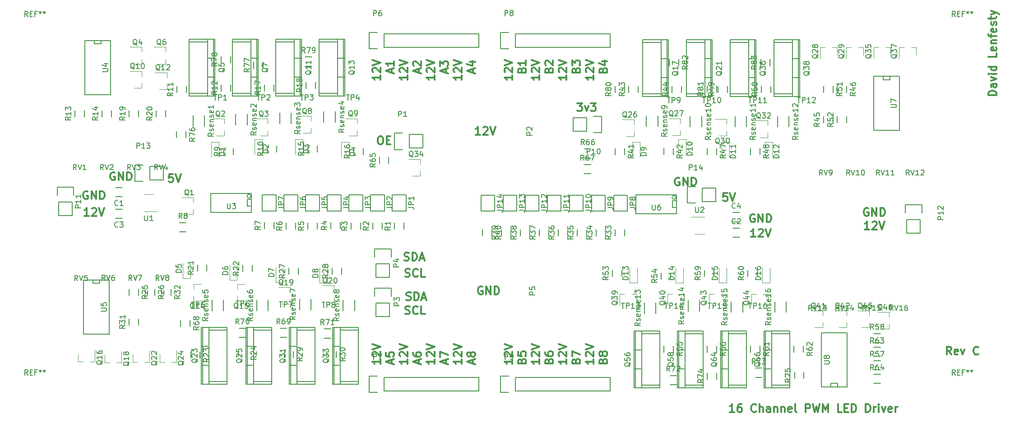
<source format=gbr>
G04 #@! TF.FileFunction,Legend,Top*
%FSLAX46Y46*%
G04 Gerber Fmt 4.6, Leading zero omitted, Abs format (unit mm)*
G04 Created by KiCad (PCBNEW 4.0.6-e0-6349~53~ubuntu16.04.1) date Wed Aug  9 14:24:47 2017*
%MOMM*%
%LPD*%
G01*
G04 APERTURE LIST*
%ADD10C,0.100000*%
%ADD11C,0.300000*%
%ADD12C,0.120000*%
%ADD13C,0.150000*%
G04 APERTURE END LIST*
D10*
D11*
X220051429Y-94658571D02*
X219194286Y-94658571D01*
X219622858Y-94658571D02*
X219622858Y-93158571D01*
X219480001Y-93372857D01*
X219337143Y-93515714D01*
X219194286Y-93587143D01*
X220622857Y-93301429D02*
X220694286Y-93230000D01*
X220837143Y-93158571D01*
X221194286Y-93158571D01*
X221337143Y-93230000D01*
X221408572Y-93301429D01*
X221480000Y-93444286D01*
X221480000Y-93587143D01*
X221408572Y-93801429D01*
X220551429Y-94658571D01*
X221480000Y-94658571D01*
X221908571Y-93158571D02*
X222408571Y-94658571D01*
X222908571Y-93158571D01*
X219837143Y-90690000D02*
X219694286Y-90618571D01*
X219480000Y-90618571D01*
X219265715Y-90690000D01*
X219122857Y-90832857D01*
X219051429Y-90975714D01*
X218980000Y-91261429D01*
X218980000Y-91475714D01*
X219051429Y-91761429D01*
X219122857Y-91904286D01*
X219265715Y-92047143D01*
X219480000Y-92118571D01*
X219622857Y-92118571D01*
X219837143Y-92047143D01*
X219908572Y-91975714D01*
X219908572Y-91475714D01*
X219622857Y-91475714D01*
X220551429Y-92118571D02*
X220551429Y-90618571D01*
X221408572Y-92118571D01*
X221408572Y-90618571D01*
X222122858Y-92118571D02*
X222122858Y-90618571D01*
X222480001Y-90618571D01*
X222694286Y-90690000D01*
X222837144Y-90832857D01*
X222908572Y-90975714D01*
X222980001Y-91261429D01*
X222980001Y-91475714D01*
X222908572Y-91761429D01*
X222837144Y-91904286D01*
X222694286Y-92047143D01*
X222480001Y-92118571D01*
X222122858Y-92118571D01*
X235418572Y-118153571D02*
X234918572Y-117439286D01*
X234561429Y-118153571D02*
X234561429Y-116653571D01*
X235132857Y-116653571D01*
X235275715Y-116725000D01*
X235347143Y-116796429D01*
X235418572Y-116939286D01*
X235418572Y-117153571D01*
X235347143Y-117296429D01*
X235275715Y-117367857D01*
X235132857Y-117439286D01*
X234561429Y-117439286D01*
X236632857Y-118082143D02*
X236490000Y-118153571D01*
X236204286Y-118153571D01*
X236061429Y-118082143D01*
X235990000Y-117939286D01*
X235990000Y-117367857D01*
X236061429Y-117225000D01*
X236204286Y-117153571D01*
X236490000Y-117153571D01*
X236632857Y-117225000D01*
X236704286Y-117367857D01*
X236704286Y-117510714D01*
X235990000Y-117653571D01*
X237204286Y-117153571D02*
X237561429Y-118153571D01*
X237918571Y-117153571D01*
X240490000Y-118010714D02*
X240418571Y-118082143D01*
X240204285Y-118153571D01*
X240061428Y-118153571D01*
X239847143Y-118082143D01*
X239704285Y-117939286D01*
X239632857Y-117796429D01*
X239561428Y-117510714D01*
X239561428Y-117296429D01*
X239632857Y-117010714D01*
X239704285Y-116867857D01*
X239847143Y-116725000D01*
X240061428Y-116653571D01*
X240204285Y-116653571D01*
X240418571Y-116725000D01*
X240490000Y-116796429D01*
X243883571Y-69452143D02*
X242383571Y-69452143D01*
X242383571Y-69095000D01*
X242455000Y-68880715D01*
X242597857Y-68737857D01*
X242740714Y-68666429D01*
X243026429Y-68595000D01*
X243240714Y-68595000D01*
X243526429Y-68666429D01*
X243669286Y-68737857D01*
X243812143Y-68880715D01*
X243883571Y-69095000D01*
X243883571Y-69452143D01*
X243883571Y-67309286D02*
X243097857Y-67309286D01*
X242955000Y-67380715D01*
X242883571Y-67523572D01*
X242883571Y-67809286D01*
X242955000Y-67952143D01*
X243812143Y-67309286D02*
X243883571Y-67452143D01*
X243883571Y-67809286D01*
X243812143Y-67952143D01*
X243669286Y-68023572D01*
X243526429Y-68023572D01*
X243383571Y-67952143D01*
X243312143Y-67809286D01*
X243312143Y-67452143D01*
X243240714Y-67309286D01*
X242883571Y-66737857D02*
X243883571Y-66380714D01*
X242883571Y-66023572D01*
X243883571Y-65452143D02*
X242883571Y-65452143D01*
X242383571Y-65452143D02*
X242455000Y-65523572D01*
X242526429Y-65452143D01*
X242455000Y-65380715D01*
X242383571Y-65452143D01*
X242526429Y-65452143D01*
X243883571Y-64095000D02*
X242383571Y-64095000D01*
X243812143Y-64095000D02*
X243883571Y-64237857D01*
X243883571Y-64523571D01*
X243812143Y-64666429D01*
X243740714Y-64737857D01*
X243597857Y-64809286D01*
X243169286Y-64809286D01*
X243026429Y-64737857D01*
X242955000Y-64666429D01*
X242883571Y-64523571D01*
X242883571Y-64237857D01*
X242955000Y-64095000D01*
X243883571Y-61523571D02*
X243883571Y-62237857D01*
X242383571Y-62237857D01*
X243812143Y-60452143D02*
X243883571Y-60595000D01*
X243883571Y-60880714D01*
X243812143Y-61023571D01*
X243669286Y-61095000D01*
X243097857Y-61095000D01*
X242955000Y-61023571D01*
X242883571Y-60880714D01*
X242883571Y-60595000D01*
X242955000Y-60452143D01*
X243097857Y-60380714D01*
X243240714Y-60380714D01*
X243383571Y-61095000D01*
X242883571Y-59737857D02*
X243883571Y-59737857D01*
X243026429Y-59737857D02*
X242955000Y-59666429D01*
X242883571Y-59523571D01*
X242883571Y-59309286D01*
X242955000Y-59166429D01*
X243097857Y-59095000D01*
X243883571Y-59095000D01*
X242883571Y-58595000D02*
X242883571Y-58023571D01*
X243883571Y-58380714D02*
X242597857Y-58380714D01*
X242455000Y-58309286D01*
X242383571Y-58166428D01*
X242383571Y-58023571D01*
X243812143Y-56952143D02*
X243883571Y-57095000D01*
X243883571Y-57380714D01*
X243812143Y-57523571D01*
X243669286Y-57595000D01*
X243097857Y-57595000D01*
X242955000Y-57523571D01*
X242883571Y-57380714D01*
X242883571Y-57095000D01*
X242955000Y-56952143D01*
X243097857Y-56880714D01*
X243240714Y-56880714D01*
X243383571Y-57595000D01*
X243812143Y-56309286D02*
X243883571Y-56166429D01*
X243883571Y-55880714D01*
X243812143Y-55737857D01*
X243669286Y-55666429D01*
X243597857Y-55666429D01*
X243455000Y-55737857D01*
X243383571Y-55880714D01*
X243383571Y-56095000D01*
X243312143Y-56237857D01*
X243169286Y-56309286D01*
X243097857Y-56309286D01*
X242955000Y-56237857D01*
X242883571Y-56095000D01*
X242883571Y-55880714D01*
X242955000Y-55737857D01*
X242883571Y-55237857D02*
X242883571Y-54666428D01*
X242383571Y-55023571D02*
X243669286Y-55023571D01*
X243812143Y-54952143D01*
X243883571Y-54809285D01*
X243883571Y-54666428D01*
X242883571Y-54309285D02*
X243883571Y-53952142D01*
X242883571Y-53595000D02*
X243883571Y-53952142D01*
X244240714Y-54095000D01*
X244312143Y-54166428D01*
X244383571Y-54309285D01*
X194728572Y-128948571D02*
X193871429Y-128948571D01*
X194300001Y-128948571D02*
X194300001Y-127448571D01*
X194157144Y-127662857D01*
X194014286Y-127805714D01*
X193871429Y-127877143D01*
X196014286Y-127448571D02*
X195728572Y-127448571D01*
X195585715Y-127520000D01*
X195514286Y-127591429D01*
X195371429Y-127805714D01*
X195300000Y-128091429D01*
X195300000Y-128662857D01*
X195371429Y-128805714D01*
X195442857Y-128877143D01*
X195585715Y-128948571D01*
X195871429Y-128948571D01*
X196014286Y-128877143D01*
X196085715Y-128805714D01*
X196157143Y-128662857D01*
X196157143Y-128305714D01*
X196085715Y-128162857D01*
X196014286Y-128091429D01*
X195871429Y-128020000D01*
X195585715Y-128020000D01*
X195442857Y-128091429D01*
X195371429Y-128162857D01*
X195300000Y-128305714D01*
X198800000Y-128805714D02*
X198728571Y-128877143D01*
X198514285Y-128948571D01*
X198371428Y-128948571D01*
X198157143Y-128877143D01*
X198014285Y-128734286D01*
X197942857Y-128591429D01*
X197871428Y-128305714D01*
X197871428Y-128091429D01*
X197942857Y-127805714D01*
X198014285Y-127662857D01*
X198157143Y-127520000D01*
X198371428Y-127448571D01*
X198514285Y-127448571D01*
X198728571Y-127520000D01*
X198800000Y-127591429D01*
X199442857Y-128948571D02*
X199442857Y-127448571D01*
X200085714Y-128948571D02*
X200085714Y-128162857D01*
X200014285Y-128020000D01*
X199871428Y-127948571D01*
X199657143Y-127948571D01*
X199514285Y-128020000D01*
X199442857Y-128091429D01*
X201442857Y-128948571D02*
X201442857Y-128162857D01*
X201371428Y-128020000D01*
X201228571Y-127948571D01*
X200942857Y-127948571D01*
X200800000Y-128020000D01*
X201442857Y-128877143D02*
X201300000Y-128948571D01*
X200942857Y-128948571D01*
X200800000Y-128877143D01*
X200728571Y-128734286D01*
X200728571Y-128591429D01*
X200800000Y-128448571D01*
X200942857Y-128377143D01*
X201300000Y-128377143D01*
X201442857Y-128305714D01*
X202157143Y-127948571D02*
X202157143Y-128948571D01*
X202157143Y-128091429D02*
X202228571Y-128020000D01*
X202371429Y-127948571D01*
X202585714Y-127948571D01*
X202728571Y-128020000D01*
X202800000Y-128162857D01*
X202800000Y-128948571D01*
X203514286Y-127948571D02*
X203514286Y-128948571D01*
X203514286Y-128091429D02*
X203585714Y-128020000D01*
X203728572Y-127948571D01*
X203942857Y-127948571D01*
X204085714Y-128020000D01*
X204157143Y-128162857D01*
X204157143Y-128948571D01*
X205442857Y-128877143D02*
X205300000Y-128948571D01*
X205014286Y-128948571D01*
X204871429Y-128877143D01*
X204800000Y-128734286D01*
X204800000Y-128162857D01*
X204871429Y-128020000D01*
X205014286Y-127948571D01*
X205300000Y-127948571D01*
X205442857Y-128020000D01*
X205514286Y-128162857D01*
X205514286Y-128305714D01*
X204800000Y-128448571D01*
X206371429Y-128948571D02*
X206228571Y-128877143D01*
X206157143Y-128734286D01*
X206157143Y-127448571D01*
X208085714Y-128948571D02*
X208085714Y-127448571D01*
X208657142Y-127448571D01*
X208800000Y-127520000D01*
X208871428Y-127591429D01*
X208942857Y-127734286D01*
X208942857Y-127948571D01*
X208871428Y-128091429D01*
X208800000Y-128162857D01*
X208657142Y-128234286D01*
X208085714Y-128234286D01*
X209442857Y-127448571D02*
X209800000Y-128948571D01*
X210085714Y-127877143D01*
X210371428Y-128948571D01*
X210728571Y-127448571D01*
X211300000Y-128948571D02*
X211300000Y-127448571D01*
X211800000Y-128520000D01*
X212300000Y-127448571D01*
X212300000Y-128948571D01*
X214871429Y-128948571D02*
X214157143Y-128948571D01*
X214157143Y-127448571D01*
X215371429Y-128162857D02*
X215871429Y-128162857D01*
X216085715Y-128948571D02*
X215371429Y-128948571D01*
X215371429Y-127448571D01*
X216085715Y-127448571D01*
X216728572Y-128948571D02*
X216728572Y-127448571D01*
X217085715Y-127448571D01*
X217300000Y-127520000D01*
X217442858Y-127662857D01*
X217514286Y-127805714D01*
X217585715Y-128091429D01*
X217585715Y-128305714D01*
X217514286Y-128591429D01*
X217442858Y-128734286D01*
X217300000Y-128877143D01*
X217085715Y-128948571D01*
X216728572Y-128948571D01*
X219371429Y-128948571D02*
X219371429Y-127448571D01*
X219728572Y-127448571D01*
X219942857Y-127520000D01*
X220085715Y-127662857D01*
X220157143Y-127805714D01*
X220228572Y-128091429D01*
X220228572Y-128305714D01*
X220157143Y-128591429D01*
X220085715Y-128734286D01*
X219942857Y-128877143D01*
X219728572Y-128948571D01*
X219371429Y-128948571D01*
X220871429Y-128948571D02*
X220871429Y-127948571D01*
X220871429Y-128234286D02*
X220942857Y-128091429D01*
X221014286Y-128020000D01*
X221157143Y-127948571D01*
X221300000Y-127948571D01*
X221800000Y-128948571D02*
X221800000Y-127948571D01*
X221800000Y-127448571D02*
X221728571Y-127520000D01*
X221800000Y-127591429D01*
X221871428Y-127520000D01*
X221800000Y-127448571D01*
X221800000Y-127591429D01*
X222371429Y-127948571D02*
X222728572Y-128948571D01*
X223085714Y-127948571D01*
X224228571Y-128877143D02*
X224085714Y-128948571D01*
X223800000Y-128948571D01*
X223657143Y-128877143D01*
X223585714Y-128734286D01*
X223585714Y-128162857D01*
X223657143Y-128020000D01*
X223800000Y-127948571D01*
X224085714Y-127948571D01*
X224228571Y-128020000D01*
X224300000Y-128162857D01*
X224300000Y-128305714D01*
X223585714Y-128448571D01*
X224942857Y-128948571D02*
X224942857Y-127948571D01*
X224942857Y-128234286D02*
X225014285Y-128091429D01*
X225085714Y-128020000D01*
X225228571Y-127948571D01*
X225371428Y-127948571D01*
X168318571Y-119038571D02*
X168318571Y-119895714D01*
X168318571Y-119467142D02*
X166818571Y-119467142D01*
X167032857Y-119609999D01*
X167175714Y-119752857D01*
X167247143Y-119895714D01*
X166961429Y-118467143D02*
X166890000Y-118395714D01*
X166818571Y-118252857D01*
X166818571Y-117895714D01*
X166890000Y-117752857D01*
X166961429Y-117681428D01*
X167104286Y-117610000D01*
X167247143Y-117610000D01*
X167461429Y-117681428D01*
X168318571Y-118538571D01*
X168318571Y-117610000D01*
X166818571Y-117181429D02*
X168318571Y-116681429D01*
X166818571Y-116181429D01*
X163238571Y-119038571D02*
X163238571Y-119895714D01*
X163238571Y-119467142D02*
X161738571Y-119467142D01*
X161952857Y-119609999D01*
X162095714Y-119752857D01*
X162167143Y-119895714D01*
X161881429Y-118467143D02*
X161810000Y-118395714D01*
X161738571Y-118252857D01*
X161738571Y-117895714D01*
X161810000Y-117752857D01*
X161881429Y-117681428D01*
X162024286Y-117610000D01*
X162167143Y-117610000D01*
X162381429Y-117681428D01*
X163238571Y-118538571D01*
X163238571Y-117610000D01*
X161738571Y-117181429D02*
X163238571Y-116681429D01*
X161738571Y-116181429D01*
X158158571Y-119038571D02*
X158158571Y-119895714D01*
X158158571Y-119467142D02*
X156658571Y-119467142D01*
X156872857Y-119609999D01*
X157015714Y-119752857D01*
X157087143Y-119895714D01*
X156801429Y-118467143D02*
X156730000Y-118395714D01*
X156658571Y-118252857D01*
X156658571Y-117895714D01*
X156730000Y-117752857D01*
X156801429Y-117681428D01*
X156944286Y-117610000D01*
X157087143Y-117610000D01*
X157301429Y-117681428D01*
X158158571Y-118538571D01*
X158158571Y-117610000D01*
X156658571Y-117181429D02*
X158158571Y-116681429D01*
X156658571Y-116181429D01*
X153078571Y-119038571D02*
X153078571Y-119895714D01*
X153078571Y-119467142D02*
X151578571Y-119467142D01*
X151792857Y-119609999D01*
X151935714Y-119752857D01*
X152007143Y-119895714D01*
X151721429Y-118467143D02*
X151650000Y-118395714D01*
X151578571Y-118252857D01*
X151578571Y-117895714D01*
X151650000Y-117752857D01*
X151721429Y-117681428D01*
X151864286Y-117610000D01*
X152007143Y-117610000D01*
X152221429Y-117681428D01*
X153078571Y-118538571D01*
X153078571Y-117610000D01*
X151578571Y-117181429D02*
X153078571Y-116681429D01*
X151578571Y-116181429D01*
X143553571Y-119038571D02*
X143553571Y-119895714D01*
X143553571Y-119467142D02*
X142053571Y-119467142D01*
X142267857Y-119609999D01*
X142410714Y-119752857D01*
X142482143Y-119895714D01*
X142196429Y-118467143D02*
X142125000Y-118395714D01*
X142053571Y-118252857D01*
X142053571Y-117895714D01*
X142125000Y-117752857D01*
X142196429Y-117681428D01*
X142339286Y-117610000D01*
X142482143Y-117610000D01*
X142696429Y-117681428D01*
X143553571Y-118538571D01*
X143553571Y-117610000D01*
X142053571Y-117181429D02*
X143553571Y-116681429D01*
X142053571Y-116181429D01*
X138473571Y-119038571D02*
X138473571Y-119895714D01*
X138473571Y-119467142D02*
X136973571Y-119467142D01*
X137187857Y-119609999D01*
X137330714Y-119752857D01*
X137402143Y-119895714D01*
X137116429Y-118467143D02*
X137045000Y-118395714D01*
X136973571Y-118252857D01*
X136973571Y-117895714D01*
X137045000Y-117752857D01*
X137116429Y-117681428D01*
X137259286Y-117610000D01*
X137402143Y-117610000D01*
X137616429Y-117681428D01*
X138473571Y-118538571D01*
X138473571Y-117610000D01*
X136973571Y-117181429D02*
X138473571Y-116681429D01*
X136973571Y-116181429D01*
X133393571Y-119038571D02*
X133393571Y-119895714D01*
X133393571Y-119467142D02*
X131893571Y-119467142D01*
X132107857Y-119609999D01*
X132250714Y-119752857D01*
X132322143Y-119895714D01*
X132036429Y-118467143D02*
X131965000Y-118395714D01*
X131893571Y-118252857D01*
X131893571Y-117895714D01*
X131965000Y-117752857D01*
X132036429Y-117681428D01*
X132179286Y-117610000D01*
X132322143Y-117610000D01*
X132536429Y-117681428D01*
X133393571Y-118538571D01*
X133393571Y-117610000D01*
X131893571Y-117181429D02*
X133393571Y-116681429D01*
X131893571Y-116181429D01*
X128313571Y-119038571D02*
X128313571Y-119895714D01*
X128313571Y-119467142D02*
X126813571Y-119467142D01*
X127027857Y-119609999D01*
X127170714Y-119752857D01*
X127242143Y-119895714D01*
X126956429Y-118467143D02*
X126885000Y-118395714D01*
X126813571Y-118252857D01*
X126813571Y-117895714D01*
X126885000Y-117752857D01*
X126956429Y-117681428D01*
X127099286Y-117610000D01*
X127242143Y-117610000D01*
X127456429Y-117681428D01*
X128313571Y-118538571D01*
X128313571Y-117610000D01*
X126813571Y-117181429D02*
X128313571Y-116681429D01*
X126813571Y-116181429D01*
X170072857Y-119352142D02*
X170144286Y-119137856D01*
X170215714Y-119066428D01*
X170358571Y-118994999D01*
X170572857Y-118994999D01*
X170715714Y-119066428D01*
X170787143Y-119137856D01*
X170858571Y-119280714D01*
X170858571Y-119852142D01*
X169358571Y-119852142D01*
X169358571Y-119352142D01*
X169430000Y-119209285D01*
X169501429Y-119137856D01*
X169644286Y-119066428D01*
X169787143Y-119066428D01*
X169930000Y-119137856D01*
X170001429Y-119209285D01*
X170072857Y-119352142D01*
X170072857Y-119852142D01*
X170001429Y-118137856D02*
X169930000Y-118280714D01*
X169858571Y-118352142D01*
X169715714Y-118423571D01*
X169644286Y-118423571D01*
X169501429Y-118352142D01*
X169430000Y-118280714D01*
X169358571Y-118137856D01*
X169358571Y-117852142D01*
X169430000Y-117709285D01*
X169501429Y-117637856D01*
X169644286Y-117566428D01*
X169715714Y-117566428D01*
X169858571Y-117637856D01*
X169930000Y-117709285D01*
X170001429Y-117852142D01*
X170001429Y-118137856D01*
X170072857Y-118280714D01*
X170144286Y-118352142D01*
X170287143Y-118423571D01*
X170572857Y-118423571D01*
X170715714Y-118352142D01*
X170787143Y-118280714D01*
X170858571Y-118137856D01*
X170858571Y-117852142D01*
X170787143Y-117709285D01*
X170715714Y-117637856D01*
X170572857Y-117566428D01*
X170287143Y-117566428D01*
X170144286Y-117637856D01*
X170072857Y-117709285D01*
X170001429Y-117852142D01*
X164992857Y-119352142D02*
X165064286Y-119137856D01*
X165135714Y-119066428D01*
X165278571Y-118994999D01*
X165492857Y-118994999D01*
X165635714Y-119066428D01*
X165707143Y-119137856D01*
X165778571Y-119280714D01*
X165778571Y-119852142D01*
X164278571Y-119852142D01*
X164278571Y-119352142D01*
X164350000Y-119209285D01*
X164421429Y-119137856D01*
X164564286Y-119066428D01*
X164707143Y-119066428D01*
X164850000Y-119137856D01*
X164921429Y-119209285D01*
X164992857Y-119352142D01*
X164992857Y-119852142D01*
X164278571Y-118494999D02*
X164278571Y-117494999D01*
X165778571Y-118137856D01*
X159912857Y-119352142D02*
X159984286Y-119137856D01*
X160055714Y-119066428D01*
X160198571Y-118994999D01*
X160412857Y-118994999D01*
X160555714Y-119066428D01*
X160627143Y-119137856D01*
X160698571Y-119280714D01*
X160698571Y-119852142D01*
X159198571Y-119852142D01*
X159198571Y-119352142D01*
X159270000Y-119209285D01*
X159341429Y-119137856D01*
X159484286Y-119066428D01*
X159627143Y-119066428D01*
X159770000Y-119137856D01*
X159841429Y-119209285D01*
X159912857Y-119352142D01*
X159912857Y-119852142D01*
X159198571Y-117709285D02*
X159198571Y-117994999D01*
X159270000Y-118137856D01*
X159341429Y-118209285D01*
X159555714Y-118352142D01*
X159841429Y-118423571D01*
X160412857Y-118423571D01*
X160555714Y-118352142D01*
X160627143Y-118280714D01*
X160698571Y-118137856D01*
X160698571Y-117852142D01*
X160627143Y-117709285D01*
X160555714Y-117637856D01*
X160412857Y-117566428D01*
X160055714Y-117566428D01*
X159912857Y-117637856D01*
X159841429Y-117709285D01*
X159770000Y-117852142D01*
X159770000Y-118137856D01*
X159841429Y-118280714D01*
X159912857Y-118352142D01*
X160055714Y-118423571D01*
X154832857Y-119352142D02*
X154904286Y-119137856D01*
X154975714Y-119066428D01*
X155118571Y-118994999D01*
X155332857Y-118994999D01*
X155475714Y-119066428D01*
X155547143Y-119137856D01*
X155618571Y-119280714D01*
X155618571Y-119852142D01*
X154118571Y-119852142D01*
X154118571Y-119352142D01*
X154190000Y-119209285D01*
X154261429Y-119137856D01*
X154404286Y-119066428D01*
X154547143Y-119066428D01*
X154690000Y-119137856D01*
X154761429Y-119209285D01*
X154832857Y-119352142D01*
X154832857Y-119852142D01*
X154118571Y-117637856D02*
X154118571Y-118352142D01*
X154832857Y-118423571D01*
X154761429Y-118352142D01*
X154690000Y-118209285D01*
X154690000Y-117852142D01*
X154761429Y-117709285D01*
X154832857Y-117637856D01*
X154975714Y-117566428D01*
X155332857Y-117566428D01*
X155475714Y-117637856D01*
X155547143Y-117709285D01*
X155618571Y-117852142D01*
X155618571Y-118209285D01*
X155547143Y-118352142D01*
X155475714Y-118423571D01*
X145665000Y-119816428D02*
X145665000Y-119102142D01*
X146093571Y-119959285D02*
X144593571Y-119459285D01*
X146093571Y-118959285D01*
X145236429Y-118244999D02*
X145165000Y-118387857D01*
X145093571Y-118459285D01*
X144950714Y-118530714D01*
X144879286Y-118530714D01*
X144736429Y-118459285D01*
X144665000Y-118387857D01*
X144593571Y-118244999D01*
X144593571Y-117959285D01*
X144665000Y-117816428D01*
X144736429Y-117744999D01*
X144879286Y-117673571D01*
X144950714Y-117673571D01*
X145093571Y-117744999D01*
X145165000Y-117816428D01*
X145236429Y-117959285D01*
X145236429Y-118244999D01*
X145307857Y-118387857D01*
X145379286Y-118459285D01*
X145522143Y-118530714D01*
X145807857Y-118530714D01*
X145950714Y-118459285D01*
X146022143Y-118387857D01*
X146093571Y-118244999D01*
X146093571Y-117959285D01*
X146022143Y-117816428D01*
X145950714Y-117744999D01*
X145807857Y-117673571D01*
X145522143Y-117673571D01*
X145379286Y-117744999D01*
X145307857Y-117816428D01*
X145236429Y-117959285D01*
X140585000Y-119816428D02*
X140585000Y-119102142D01*
X141013571Y-119959285D02*
X139513571Y-119459285D01*
X141013571Y-118959285D01*
X139513571Y-118602142D02*
X139513571Y-117602142D01*
X141013571Y-118244999D01*
X135505000Y-119816428D02*
X135505000Y-119102142D01*
X135933571Y-119959285D02*
X134433571Y-119459285D01*
X135933571Y-118959285D01*
X134433571Y-117816428D02*
X134433571Y-118102142D01*
X134505000Y-118244999D01*
X134576429Y-118316428D01*
X134790714Y-118459285D01*
X135076429Y-118530714D01*
X135647857Y-118530714D01*
X135790714Y-118459285D01*
X135862143Y-118387857D01*
X135933571Y-118244999D01*
X135933571Y-117959285D01*
X135862143Y-117816428D01*
X135790714Y-117744999D01*
X135647857Y-117673571D01*
X135290714Y-117673571D01*
X135147857Y-117744999D01*
X135076429Y-117816428D01*
X135005000Y-117959285D01*
X135005000Y-118244999D01*
X135076429Y-118387857D01*
X135147857Y-118459285D01*
X135290714Y-118530714D01*
X130425000Y-119816428D02*
X130425000Y-119102142D01*
X130853571Y-119959285D02*
X129353571Y-119459285D01*
X130853571Y-118959285D01*
X129353571Y-117744999D02*
X129353571Y-118459285D01*
X130067857Y-118530714D01*
X129996429Y-118459285D01*
X129925000Y-118316428D01*
X129925000Y-117959285D01*
X129996429Y-117816428D01*
X130067857Y-117744999D01*
X130210714Y-117673571D01*
X130567857Y-117673571D01*
X130710714Y-117744999D01*
X130782143Y-117816428D01*
X130853571Y-117959285D01*
X130853571Y-118316428D01*
X130782143Y-118459285D01*
X130710714Y-118530714D01*
X170072857Y-64742142D02*
X170144286Y-64527856D01*
X170215714Y-64456428D01*
X170358571Y-64384999D01*
X170572857Y-64384999D01*
X170715714Y-64456428D01*
X170787143Y-64527856D01*
X170858571Y-64670714D01*
X170858571Y-65242142D01*
X169358571Y-65242142D01*
X169358571Y-64742142D01*
X169430000Y-64599285D01*
X169501429Y-64527856D01*
X169644286Y-64456428D01*
X169787143Y-64456428D01*
X169930000Y-64527856D01*
X170001429Y-64599285D01*
X170072857Y-64742142D01*
X170072857Y-65242142D01*
X169858571Y-63099285D02*
X170858571Y-63099285D01*
X169287143Y-63456428D02*
X170358571Y-63813571D01*
X170358571Y-62884999D01*
X164992857Y-64742142D02*
X165064286Y-64527856D01*
X165135714Y-64456428D01*
X165278571Y-64384999D01*
X165492857Y-64384999D01*
X165635714Y-64456428D01*
X165707143Y-64527856D01*
X165778571Y-64670714D01*
X165778571Y-65242142D01*
X164278571Y-65242142D01*
X164278571Y-64742142D01*
X164350000Y-64599285D01*
X164421429Y-64527856D01*
X164564286Y-64456428D01*
X164707143Y-64456428D01*
X164850000Y-64527856D01*
X164921429Y-64599285D01*
X164992857Y-64742142D01*
X164992857Y-65242142D01*
X164278571Y-63884999D02*
X164278571Y-62956428D01*
X164850000Y-63456428D01*
X164850000Y-63242142D01*
X164921429Y-63099285D01*
X164992857Y-63027856D01*
X165135714Y-62956428D01*
X165492857Y-62956428D01*
X165635714Y-63027856D01*
X165707143Y-63099285D01*
X165778571Y-63242142D01*
X165778571Y-63670714D01*
X165707143Y-63813571D01*
X165635714Y-63884999D01*
X159912857Y-64742142D02*
X159984286Y-64527856D01*
X160055714Y-64456428D01*
X160198571Y-64384999D01*
X160412857Y-64384999D01*
X160555714Y-64456428D01*
X160627143Y-64527856D01*
X160698571Y-64670714D01*
X160698571Y-65242142D01*
X159198571Y-65242142D01*
X159198571Y-64742142D01*
X159270000Y-64599285D01*
X159341429Y-64527856D01*
X159484286Y-64456428D01*
X159627143Y-64456428D01*
X159770000Y-64527856D01*
X159841429Y-64599285D01*
X159912857Y-64742142D01*
X159912857Y-65242142D01*
X159341429Y-63813571D02*
X159270000Y-63742142D01*
X159198571Y-63599285D01*
X159198571Y-63242142D01*
X159270000Y-63099285D01*
X159341429Y-63027856D01*
X159484286Y-62956428D01*
X159627143Y-62956428D01*
X159841429Y-63027856D01*
X160698571Y-63884999D01*
X160698571Y-62956428D01*
X154832857Y-64742142D02*
X154904286Y-64527856D01*
X154975714Y-64456428D01*
X155118571Y-64384999D01*
X155332857Y-64384999D01*
X155475714Y-64456428D01*
X155547143Y-64527856D01*
X155618571Y-64670714D01*
X155618571Y-65242142D01*
X154118571Y-65242142D01*
X154118571Y-64742142D01*
X154190000Y-64599285D01*
X154261429Y-64527856D01*
X154404286Y-64456428D01*
X154547143Y-64456428D01*
X154690000Y-64527856D01*
X154761429Y-64599285D01*
X154832857Y-64742142D01*
X154832857Y-65242142D01*
X155618571Y-62956428D02*
X155618571Y-63813571D01*
X155618571Y-63384999D02*
X154118571Y-63384999D01*
X154332857Y-63527856D01*
X154475714Y-63670714D01*
X154547143Y-63813571D01*
X145665000Y-65206428D02*
X145665000Y-64492142D01*
X146093571Y-65349285D02*
X144593571Y-64849285D01*
X146093571Y-64349285D01*
X145093571Y-63206428D02*
X146093571Y-63206428D01*
X144522143Y-63563571D02*
X145593571Y-63920714D01*
X145593571Y-62992142D01*
X140585000Y-65206428D02*
X140585000Y-64492142D01*
X141013571Y-65349285D02*
X139513571Y-64849285D01*
X141013571Y-64349285D01*
X139513571Y-63992142D02*
X139513571Y-63063571D01*
X140085000Y-63563571D01*
X140085000Y-63349285D01*
X140156429Y-63206428D01*
X140227857Y-63134999D01*
X140370714Y-63063571D01*
X140727857Y-63063571D01*
X140870714Y-63134999D01*
X140942143Y-63206428D01*
X141013571Y-63349285D01*
X141013571Y-63777857D01*
X140942143Y-63920714D01*
X140870714Y-63992142D01*
X135505000Y-65206428D02*
X135505000Y-64492142D01*
X135933571Y-65349285D02*
X134433571Y-64849285D01*
X135933571Y-64349285D01*
X134576429Y-63920714D02*
X134505000Y-63849285D01*
X134433571Y-63706428D01*
X134433571Y-63349285D01*
X134505000Y-63206428D01*
X134576429Y-63134999D01*
X134719286Y-63063571D01*
X134862143Y-63063571D01*
X135076429Y-63134999D01*
X135933571Y-63992142D01*
X135933571Y-63063571D01*
X130425000Y-65206428D02*
X130425000Y-64492142D01*
X130853571Y-65349285D02*
X129353571Y-64849285D01*
X130853571Y-64349285D01*
X130853571Y-63063571D02*
X130853571Y-63920714D01*
X130853571Y-63492142D02*
X129353571Y-63492142D01*
X129567857Y-63634999D01*
X129710714Y-63777857D01*
X129782143Y-63920714D01*
X163238571Y-65698571D02*
X163238571Y-66555714D01*
X163238571Y-66127142D02*
X161738571Y-66127142D01*
X161952857Y-66269999D01*
X162095714Y-66412857D01*
X162167143Y-66555714D01*
X161881429Y-65127143D02*
X161810000Y-65055714D01*
X161738571Y-64912857D01*
X161738571Y-64555714D01*
X161810000Y-64412857D01*
X161881429Y-64341428D01*
X162024286Y-64270000D01*
X162167143Y-64270000D01*
X162381429Y-64341428D01*
X163238571Y-65198571D01*
X163238571Y-64270000D01*
X161738571Y-63841429D02*
X163238571Y-63341429D01*
X161738571Y-62841429D01*
X158158571Y-65698571D02*
X158158571Y-66555714D01*
X158158571Y-66127142D02*
X156658571Y-66127142D01*
X156872857Y-66269999D01*
X157015714Y-66412857D01*
X157087143Y-66555714D01*
X156801429Y-65127143D02*
X156730000Y-65055714D01*
X156658571Y-64912857D01*
X156658571Y-64555714D01*
X156730000Y-64412857D01*
X156801429Y-64341428D01*
X156944286Y-64270000D01*
X157087143Y-64270000D01*
X157301429Y-64341428D01*
X158158571Y-65198571D01*
X158158571Y-64270000D01*
X156658571Y-63841429D02*
X158158571Y-63341429D01*
X156658571Y-62841429D01*
X138473571Y-65698571D02*
X138473571Y-66555714D01*
X138473571Y-66127142D02*
X136973571Y-66127142D01*
X137187857Y-66269999D01*
X137330714Y-66412857D01*
X137402143Y-66555714D01*
X137116429Y-65127143D02*
X137045000Y-65055714D01*
X136973571Y-64912857D01*
X136973571Y-64555714D01*
X137045000Y-64412857D01*
X137116429Y-64341428D01*
X137259286Y-64270000D01*
X137402143Y-64270000D01*
X137616429Y-64341428D01*
X138473571Y-65198571D01*
X138473571Y-64270000D01*
X136973571Y-63841429D02*
X138473571Y-63341429D01*
X136973571Y-62841429D01*
X133393571Y-65698571D02*
X133393571Y-66555714D01*
X133393571Y-66127142D02*
X131893571Y-66127142D01*
X132107857Y-66269999D01*
X132250714Y-66412857D01*
X132322143Y-66555714D01*
X132036429Y-65127143D02*
X131965000Y-65055714D01*
X131893571Y-64912857D01*
X131893571Y-64555714D01*
X131965000Y-64412857D01*
X132036429Y-64341428D01*
X132179286Y-64270000D01*
X132322143Y-64270000D01*
X132536429Y-64341428D01*
X133393571Y-65198571D01*
X133393571Y-64270000D01*
X131893571Y-63841429D02*
X133393571Y-63341429D01*
X131893571Y-62841429D01*
X168318571Y-65698571D02*
X168318571Y-66555714D01*
X168318571Y-66127142D02*
X166818571Y-66127142D01*
X167032857Y-66269999D01*
X167175714Y-66412857D01*
X167247143Y-66555714D01*
X166961429Y-65127143D02*
X166890000Y-65055714D01*
X166818571Y-64912857D01*
X166818571Y-64555714D01*
X166890000Y-64412857D01*
X166961429Y-64341428D01*
X167104286Y-64270000D01*
X167247143Y-64270000D01*
X167461429Y-64341428D01*
X168318571Y-65198571D01*
X168318571Y-64270000D01*
X166818571Y-63841429D02*
X168318571Y-63341429D01*
X166818571Y-62841429D01*
X153078571Y-65698571D02*
X153078571Y-66555714D01*
X153078571Y-66127142D02*
X151578571Y-66127142D01*
X151792857Y-66269999D01*
X151935714Y-66412857D01*
X152007143Y-66555714D01*
X151721429Y-65127143D02*
X151650000Y-65055714D01*
X151578571Y-64912857D01*
X151578571Y-64555714D01*
X151650000Y-64412857D01*
X151721429Y-64341428D01*
X151864286Y-64270000D01*
X152007143Y-64270000D01*
X152221429Y-64341428D01*
X153078571Y-65198571D01*
X153078571Y-64270000D01*
X151578571Y-63841429D02*
X153078571Y-63341429D01*
X151578571Y-62841429D01*
X143553571Y-65698571D02*
X143553571Y-66555714D01*
X143553571Y-66127142D02*
X142053571Y-66127142D01*
X142267857Y-66269999D01*
X142410714Y-66412857D01*
X142482143Y-66555714D01*
X142196429Y-65127143D02*
X142125000Y-65055714D01*
X142053571Y-64912857D01*
X142053571Y-64555714D01*
X142125000Y-64412857D01*
X142196429Y-64341428D01*
X142339286Y-64270000D01*
X142482143Y-64270000D01*
X142696429Y-64341428D01*
X143553571Y-65198571D01*
X143553571Y-64270000D01*
X142053571Y-63841429D02*
X143553571Y-63341429D01*
X142053571Y-62841429D01*
X128313571Y-65698571D02*
X128313571Y-66555714D01*
X128313571Y-66127142D02*
X126813571Y-66127142D01*
X127027857Y-66269999D01*
X127170714Y-66412857D01*
X127242143Y-66555714D01*
X126956429Y-65127143D02*
X126885000Y-65055714D01*
X126813571Y-64912857D01*
X126813571Y-64555714D01*
X126885000Y-64412857D01*
X126956429Y-64341428D01*
X127099286Y-64270000D01*
X127242143Y-64270000D01*
X127456429Y-64341428D01*
X128313571Y-65198571D01*
X128313571Y-64270000D01*
X126813571Y-63841429D02*
X128313571Y-63341429D01*
X126813571Y-62841429D01*
X165219287Y-70933571D02*
X166147858Y-70933571D01*
X165647858Y-71505000D01*
X165862144Y-71505000D01*
X166005001Y-71576429D01*
X166076430Y-71647857D01*
X166147858Y-71790714D01*
X166147858Y-72147857D01*
X166076430Y-72290714D01*
X166005001Y-72362143D01*
X165862144Y-72433571D01*
X165433572Y-72433571D01*
X165290715Y-72362143D01*
X165219287Y-72290714D01*
X166647858Y-71433571D02*
X167005001Y-72433571D01*
X167362143Y-71433571D01*
X167790715Y-70933571D02*
X168719286Y-70933571D01*
X168219286Y-71505000D01*
X168433572Y-71505000D01*
X168576429Y-71576429D01*
X168647858Y-71647857D01*
X168719286Y-71790714D01*
X168719286Y-72147857D01*
X168647858Y-72290714D01*
X168576429Y-72362143D01*
X168433572Y-72433571D01*
X168005000Y-72433571D01*
X167862143Y-72362143D01*
X167790715Y-72290714D01*
X132961286Y-110462143D02*
X133175572Y-110533571D01*
X133532715Y-110533571D01*
X133675572Y-110462143D01*
X133747001Y-110390714D01*
X133818429Y-110247857D01*
X133818429Y-110105000D01*
X133747001Y-109962143D01*
X133675572Y-109890714D01*
X133532715Y-109819286D01*
X133247001Y-109747857D01*
X133104143Y-109676429D01*
X133032715Y-109605000D01*
X132961286Y-109462143D01*
X132961286Y-109319286D01*
X133032715Y-109176429D01*
X133104143Y-109105000D01*
X133247001Y-109033571D01*
X133604143Y-109033571D01*
X133818429Y-109105000D01*
X135318429Y-110390714D02*
X135247000Y-110462143D01*
X135032714Y-110533571D01*
X134889857Y-110533571D01*
X134675572Y-110462143D01*
X134532714Y-110319286D01*
X134461286Y-110176429D01*
X134389857Y-109890714D01*
X134389857Y-109676429D01*
X134461286Y-109390714D01*
X134532714Y-109247857D01*
X134675572Y-109105000D01*
X134889857Y-109033571D01*
X135032714Y-109033571D01*
X135247000Y-109105000D01*
X135318429Y-109176429D01*
X136675572Y-110533571D02*
X135961286Y-110533571D01*
X135961286Y-109033571D01*
X133178572Y-107857143D02*
X133392858Y-107928571D01*
X133750001Y-107928571D01*
X133892858Y-107857143D01*
X133964287Y-107785714D01*
X134035715Y-107642857D01*
X134035715Y-107500000D01*
X133964287Y-107357143D01*
X133892858Y-107285714D01*
X133750001Y-107214286D01*
X133464287Y-107142857D01*
X133321429Y-107071429D01*
X133250001Y-107000000D01*
X133178572Y-106857143D01*
X133178572Y-106714286D01*
X133250001Y-106571429D01*
X133321429Y-106500000D01*
X133464287Y-106428571D01*
X133821429Y-106428571D01*
X134035715Y-106500000D01*
X134678572Y-107928571D02*
X134678572Y-106428571D01*
X135035715Y-106428571D01*
X135250000Y-106500000D01*
X135392858Y-106642857D01*
X135464286Y-106785714D01*
X135535715Y-107071429D01*
X135535715Y-107285714D01*
X135464286Y-107571429D01*
X135392858Y-107714286D01*
X135250000Y-107857143D01*
X135035715Y-107928571D01*
X134678572Y-107928571D01*
X136107143Y-107500000D02*
X136821429Y-107500000D01*
X135964286Y-107928571D02*
X136464286Y-106428571D01*
X136964286Y-107928571D01*
X132961286Y-103477143D02*
X133175572Y-103548571D01*
X133532715Y-103548571D01*
X133675572Y-103477143D01*
X133747001Y-103405714D01*
X133818429Y-103262857D01*
X133818429Y-103120000D01*
X133747001Y-102977143D01*
X133675572Y-102905714D01*
X133532715Y-102834286D01*
X133247001Y-102762857D01*
X133104143Y-102691429D01*
X133032715Y-102620000D01*
X132961286Y-102477143D01*
X132961286Y-102334286D01*
X133032715Y-102191429D01*
X133104143Y-102120000D01*
X133247001Y-102048571D01*
X133604143Y-102048571D01*
X133818429Y-102120000D01*
X135318429Y-103405714D02*
X135247000Y-103477143D01*
X135032714Y-103548571D01*
X134889857Y-103548571D01*
X134675572Y-103477143D01*
X134532714Y-103334286D01*
X134461286Y-103191429D01*
X134389857Y-102905714D01*
X134389857Y-102691429D01*
X134461286Y-102405714D01*
X134532714Y-102262857D01*
X134675572Y-102120000D01*
X134889857Y-102048571D01*
X135032714Y-102048571D01*
X135247000Y-102120000D01*
X135318429Y-102191429D01*
X136675572Y-103548571D02*
X135961286Y-103548571D01*
X135961286Y-102048571D01*
X132798572Y-100429143D02*
X133012858Y-100500571D01*
X133370001Y-100500571D01*
X133512858Y-100429143D01*
X133584287Y-100357714D01*
X133655715Y-100214857D01*
X133655715Y-100072000D01*
X133584287Y-99929143D01*
X133512858Y-99857714D01*
X133370001Y-99786286D01*
X133084287Y-99714857D01*
X132941429Y-99643429D01*
X132870001Y-99572000D01*
X132798572Y-99429143D01*
X132798572Y-99286286D01*
X132870001Y-99143429D01*
X132941429Y-99072000D01*
X133084287Y-99000571D01*
X133441429Y-99000571D01*
X133655715Y-99072000D01*
X134298572Y-100500571D02*
X134298572Y-99000571D01*
X134655715Y-99000571D01*
X134870000Y-99072000D01*
X135012858Y-99214857D01*
X135084286Y-99357714D01*
X135155715Y-99643429D01*
X135155715Y-99857714D01*
X135084286Y-100143429D01*
X135012858Y-100286286D01*
X134870000Y-100429143D01*
X134655715Y-100500571D01*
X134298572Y-100500571D01*
X135727143Y-100072000D02*
X136441429Y-100072000D01*
X135584286Y-100500571D02*
X136084286Y-99000571D01*
X136584286Y-100500571D01*
X147026429Y-76878571D02*
X146169286Y-76878571D01*
X146597858Y-76878571D02*
X146597858Y-75378571D01*
X146455001Y-75592857D01*
X146312143Y-75735714D01*
X146169286Y-75807143D01*
X147597857Y-75521429D02*
X147669286Y-75450000D01*
X147812143Y-75378571D01*
X148169286Y-75378571D01*
X148312143Y-75450000D01*
X148383572Y-75521429D01*
X148455000Y-75664286D01*
X148455000Y-75807143D01*
X148383572Y-76021429D01*
X147526429Y-76878571D01*
X148455000Y-76878571D01*
X148883571Y-75378571D02*
X149383571Y-76878571D01*
X149883571Y-75378571D01*
X147447143Y-105422000D02*
X147304286Y-105350571D01*
X147090000Y-105350571D01*
X146875715Y-105422000D01*
X146732857Y-105564857D01*
X146661429Y-105707714D01*
X146590000Y-105993429D01*
X146590000Y-106207714D01*
X146661429Y-106493429D01*
X146732857Y-106636286D01*
X146875715Y-106779143D01*
X147090000Y-106850571D01*
X147232857Y-106850571D01*
X147447143Y-106779143D01*
X147518572Y-106707714D01*
X147518572Y-106207714D01*
X147232857Y-106207714D01*
X148161429Y-106850571D02*
X148161429Y-105350571D01*
X149018572Y-106850571D01*
X149018572Y-105350571D01*
X149732858Y-106850571D02*
X149732858Y-105350571D01*
X150090001Y-105350571D01*
X150304286Y-105422000D01*
X150447144Y-105564857D01*
X150518572Y-105707714D01*
X150590001Y-105993429D01*
X150590001Y-106207714D01*
X150518572Y-106493429D01*
X150447144Y-106636286D01*
X150304286Y-106779143D01*
X150090001Y-106850571D01*
X149732858Y-106850571D01*
X128178571Y-77178571D02*
X128464285Y-77178571D01*
X128607143Y-77250000D01*
X128750000Y-77392857D01*
X128821428Y-77678571D01*
X128821428Y-78178571D01*
X128750000Y-78464286D01*
X128607143Y-78607143D01*
X128464285Y-78678571D01*
X128178571Y-78678571D01*
X128035714Y-78607143D01*
X127892857Y-78464286D01*
X127821428Y-78178571D01*
X127821428Y-77678571D01*
X127892857Y-77392857D01*
X128035714Y-77250000D01*
X128178571Y-77178571D01*
X129464286Y-77892857D02*
X129964286Y-77892857D01*
X130178572Y-78678571D02*
X129464286Y-78678571D01*
X129464286Y-77178571D01*
X130178572Y-77178571D01*
X184404143Y-84975000D02*
X184261286Y-84903571D01*
X184047000Y-84903571D01*
X183832715Y-84975000D01*
X183689857Y-85117857D01*
X183618429Y-85260714D01*
X183547000Y-85546429D01*
X183547000Y-85760714D01*
X183618429Y-86046429D01*
X183689857Y-86189286D01*
X183832715Y-86332143D01*
X184047000Y-86403571D01*
X184189857Y-86403571D01*
X184404143Y-86332143D01*
X184475572Y-86260714D01*
X184475572Y-85760714D01*
X184189857Y-85760714D01*
X185118429Y-86403571D02*
X185118429Y-84903571D01*
X185975572Y-86403571D01*
X185975572Y-84903571D01*
X186689858Y-86403571D02*
X186689858Y-84903571D01*
X187047001Y-84903571D01*
X187261286Y-84975000D01*
X187404144Y-85117857D01*
X187475572Y-85260714D01*
X187547001Y-85546429D01*
X187547001Y-85760714D01*
X187475572Y-86046429D01*
X187404144Y-86189286D01*
X187261286Y-86332143D01*
X187047001Y-86403571D01*
X186689858Y-86403571D01*
X193389287Y-87824571D02*
X192675001Y-87824571D01*
X192603572Y-88538857D01*
X192675001Y-88467429D01*
X192817858Y-88396000D01*
X193175001Y-88396000D01*
X193317858Y-88467429D01*
X193389287Y-88538857D01*
X193460715Y-88681714D01*
X193460715Y-89038857D01*
X193389287Y-89181714D01*
X193317858Y-89253143D01*
X193175001Y-89324571D01*
X192817858Y-89324571D01*
X192675001Y-89253143D01*
X192603572Y-89181714D01*
X193889286Y-87824571D02*
X194389286Y-89324571D01*
X194889286Y-87824571D01*
X89376287Y-84268571D02*
X88662001Y-84268571D01*
X88590572Y-84982857D01*
X88662001Y-84911429D01*
X88804858Y-84840000D01*
X89162001Y-84840000D01*
X89304858Y-84911429D01*
X89376287Y-84982857D01*
X89447715Y-85125714D01*
X89447715Y-85482857D01*
X89376287Y-85625714D01*
X89304858Y-85697143D01*
X89162001Y-85768571D01*
X88804858Y-85768571D01*
X88662001Y-85697143D01*
X88590572Y-85625714D01*
X89876286Y-84268571D02*
X90376286Y-85768571D01*
X90876286Y-84268571D01*
X78486143Y-83959000D02*
X78343286Y-83887571D01*
X78129000Y-83887571D01*
X77914715Y-83959000D01*
X77771857Y-84101857D01*
X77700429Y-84244714D01*
X77629000Y-84530429D01*
X77629000Y-84744714D01*
X77700429Y-85030429D01*
X77771857Y-85173286D01*
X77914715Y-85316143D01*
X78129000Y-85387571D01*
X78271857Y-85387571D01*
X78486143Y-85316143D01*
X78557572Y-85244714D01*
X78557572Y-84744714D01*
X78271857Y-84744714D01*
X79200429Y-85387571D02*
X79200429Y-83887571D01*
X80057572Y-85387571D01*
X80057572Y-83887571D01*
X80771858Y-85387571D02*
X80771858Y-83887571D01*
X81129001Y-83887571D01*
X81343286Y-83959000D01*
X81486144Y-84101857D01*
X81557572Y-84244714D01*
X81629001Y-84530429D01*
X81629001Y-84744714D01*
X81557572Y-85030429D01*
X81486144Y-85173286D01*
X81343286Y-85316143D01*
X81129001Y-85387571D01*
X80771858Y-85387571D01*
X198715429Y-96055571D02*
X197858286Y-96055571D01*
X198286858Y-96055571D02*
X198286858Y-94555571D01*
X198144001Y-94769857D01*
X198001143Y-94912714D01*
X197858286Y-94984143D01*
X199286857Y-94698429D02*
X199358286Y-94627000D01*
X199501143Y-94555571D01*
X199858286Y-94555571D01*
X200001143Y-94627000D01*
X200072572Y-94698429D01*
X200144000Y-94841286D01*
X200144000Y-94984143D01*
X200072572Y-95198429D01*
X199215429Y-96055571D01*
X200144000Y-96055571D01*
X200572571Y-94555571D02*
X201072571Y-96055571D01*
X201572571Y-94555571D01*
X198501143Y-91833000D02*
X198358286Y-91761571D01*
X198144000Y-91761571D01*
X197929715Y-91833000D01*
X197786857Y-91975857D01*
X197715429Y-92118714D01*
X197644000Y-92404429D01*
X197644000Y-92618714D01*
X197715429Y-92904429D01*
X197786857Y-93047286D01*
X197929715Y-93190143D01*
X198144000Y-93261571D01*
X198286857Y-93261571D01*
X198501143Y-93190143D01*
X198572572Y-93118714D01*
X198572572Y-92618714D01*
X198286857Y-92618714D01*
X199215429Y-93261571D02*
X199215429Y-91761571D01*
X200072572Y-93261571D01*
X200072572Y-91761571D01*
X200786858Y-93261571D02*
X200786858Y-91761571D01*
X201144001Y-91761571D01*
X201358286Y-91833000D01*
X201501144Y-91975857D01*
X201572572Y-92118714D01*
X201644001Y-92404429D01*
X201644001Y-92618714D01*
X201572572Y-92904429D01*
X201501144Y-93047286D01*
X201358286Y-93190143D01*
X201144001Y-93261571D01*
X200786858Y-93261571D01*
X73620429Y-92118571D02*
X72763286Y-92118571D01*
X73191858Y-92118571D02*
X73191858Y-90618571D01*
X73049001Y-90832857D01*
X72906143Y-90975714D01*
X72763286Y-91047143D01*
X74191857Y-90761429D02*
X74263286Y-90690000D01*
X74406143Y-90618571D01*
X74763286Y-90618571D01*
X74906143Y-90690000D01*
X74977572Y-90761429D01*
X75049000Y-90904286D01*
X75049000Y-91047143D01*
X74977572Y-91261429D01*
X74120429Y-92118571D01*
X75049000Y-92118571D01*
X75477571Y-90618571D02*
X75977571Y-92118571D01*
X76477571Y-90618571D01*
X73406143Y-87515000D02*
X73263286Y-87443571D01*
X73049000Y-87443571D01*
X72834715Y-87515000D01*
X72691857Y-87657857D01*
X72620429Y-87800714D01*
X72549000Y-88086429D01*
X72549000Y-88300714D01*
X72620429Y-88586429D01*
X72691857Y-88729286D01*
X72834715Y-88872143D01*
X73049000Y-88943571D01*
X73191857Y-88943571D01*
X73406143Y-88872143D01*
X73477572Y-88800714D01*
X73477572Y-88300714D01*
X73191857Y-88300714D01*
X74120429Y-88943571D02*
X74120429Y-87443571D01*
X74977572Y-88943571D01*
X74977572Y-87443571D01*
X75691858Y-88943571D02*
X75691858Y-87443571D01*
X76049001Y-87443571D01*
X76263286Y-87515000D01*
X76406144Y-87657857D01*
X76477572Y-87800714D01*
X76549001Y-88086429D01*
X76549001Y-88300714D01*
X76477572Y-88586429D01*
X76406144Y-88729286D01*
X76263286Y-88872143D01*
X76049001Y-88943571D01*
X75691858Y-88943571D01*
D12*
X184560000Y-76980000D02*
X184560000Y-76050000D01*
X184560000Y-73820000D02*
X184560000Y-74750000D01*
X184560000Y-73820000D02*
X182400000Y-73820000D01*
X184560000Y-76980000D02*
X183100000Y-76980000D01*
X119632000Y-108330000D02*
X119632000Y-107400000D01*
X119632000Y-105170000D02*
X119632000Y-106100000D01*
X119632000Y-105170000D02*
X117472000Y-105170000D01*
X119632000Y-108330000D02*
X118172000Y-108330000D01*
X215760000Y-113080000D02*
X215760000Y-112150000D01*
X215760000Y-109920000D02*
X215760000Y-110850000D01*
X215760000Y-109920000D02*
X213600000Y-109920000D01*
X215760000Y-113080000D02*
X214300000Y-113080000D01*
X88010000Y-63580000D02*
X88010000Y-62650000D01*
X88010000Y-60420000D02*
X88010000Y-61350000D01*
X88010000Y-60420000D02*
X85850000Y-60420000D01*
X88010000Y-63580000D02*
X86550000Y-63580000D01*
D13*
X104013000Y-69088000D02*
X100584000Y-69088000D01*
X104013000Y-59436000D02*
X100584000Y-59436000D01*
X105156000Y-69596000D02*
X105156000Y-58928000D01*
X104140000Y-66040000D02*
X105410000Y-66040000D01*
X104140000Y-62484000D02*
X105410000Y-62484000D01*
X104013000Y-58928000D02*
X104013000Y-69596000D01*
X100584000Y-69596000D02*
X100584000Y-58928000D01*
X105410000Y-58928000D02*
X100584000Y-58928000D01*
X105410000Y-69596000D02*
X100584000Y-69596000D01*
X105410000Y-69596000D02*
X105410000Y-58928000D01*
X112141000Y-69088000D02*
X108712000Y-69088000D01*
X112141000Y-59436000D02*
X108712000Y-59436000D01*
X113284000Y-69596000D02*
X113284000Y-58928000D01*
X112268000Y-66040000D02*
X113538000Y-66040000D01*
X112268000Y-62484000D02*
X113538000Y-62484000D01*
X112141000Y-58928000D02*
X112141000Y-69596000D01*
X108712000Y-69596000D02*
X108712000Y-58928000D01*
X113538000Y-58928000D02*
X108712000Y-58928000D01*
X113538000Y-69596000D02*
X108712000Y-69596000D01*
X113538000Y-69596000D02*
X113538000Y-58928000D01*
X95885000Y-69088000D02*
X92456000Y-69088000D01*
X95885000Y-59436000D02*
X92456000Y-59436000D01*
X97028000Y-69596000D02*
X97028000Y-58928000D01*
X96012000Y-66040000D02*
X97282000Y-66040000D01*
X96012000Y-62484000D02*
X97282000Y-62484000D01*
X95885000Y-58928000D02*
X95885000Y-69596000D01*
X92456000Y-69596000D02*
X92456000Y-58928000D01*
X97282000Y-58928000D02*
X92456000Y-58928000D01*
X97282000Y-69596000D02*
X92456000Y-69596000D01*
X97282000Y-69596000D02*
X97282000Y-58928000D01*
X87997000Y-72298000D02*
X87997000Y-73498000D01*
X86247000Y-73498000D02*
X86247000Y-72298000D01*
X72757000Y-72298000D02*
X72757000Y-73498000D01*
X71007000Y-73498000D02*
X71007000Y-72298000D01*
X77837000Y-72298000D02*
X77837000Y-73498000D01*
X76087000Y-73498000D02*
X76087000Y-72298000D01*
X82917000Y-72298000D02*
X82917000Y-73498000D01*
X81167000Y-73498000D02*
X81167000Y-72298000D01*
D12*
X83510000Y-63580000D02*
X83510000Y-62650000D01*
X83510000Y-60420000D02*
X83510000Y-61350000D01*
X83510000Y-60420000D02*
X81350000Y-60420000D01*
X83510000Y-63580000D02*
X82050000Y-63580000D01*
D13*
X77724000Y-69342000D02*
X72898000Y-69342000D01*
X72898000Y-69342000D02*
X72898000Y-59182000D01*
X72898000Y-59182000D02*
X77724000Y-59182000D01*
X77724000Y-59182000D02*
X77724000Y-69342000D01*
X75946000Y-59182000D02*
X75946000Y-59817000D01*
X75946000Y-59817000D02*
X74676000Y-59817000D01*
X74676000Y-59817000D02*
X74676000Y-59182000D01*
D12*
X83510000Y-68080000D02*
X83510000Y-67150000D01*
X83510000Y-64920000D02*
X83510000Y-65850000D01*
X83510000Y-64920000D02*
X81350000Y-64920000D01*
X83510000Y-68080000D02*
X82050000Y-68080000D01*
X88260000Y-68330000D02*
X88260000Y-67400000D01*
X88260000Y-65170000D02*
X88260000Y-66100000D01*
X88260000Y-65170000D02*
X86100000Y-65170000D01*
X88260000Y-68330000D02*
X86800000Y-68330000D01*
D13*
X116445000Y-78902000D02*
X116445000Y-80102000D01*
X114695000Y-80102000D02*
X114695000Y-78902000D01*
D12*
X113730000Y-77722000D02*
X112330000Y-77722000D01*
X112330000Y-77722000D02*
X112330000Y-80522000D01*
X113730000Y-77722000D02*
X113730000Y-80522000D01*
X115314000Y-76510000D02*
X115314000Y-75580000D01*
X115314000Y-73350000D02*
X115314000Y-74280000D01*
X115314000Y-73350000D02*
X113154000Y-73350000D01*
X115314000Y-76510000D02*
X113854000Y-76510000D01*
D13*
X120269000Y-69088000D02*
X116840000Y-69088000D01*
X120269000Y-59436000D02*
X116840000Y-59436000D01*
X121412000Y-69596000D02*
X121412000Y-58928000D01*
X120396000Y-66040000D02*
X121666000Y-66040000D01*
X120396000Y-62484000D02*
X121666000Y-62484000D01*
X120269000Y-58928000D02*
X120269000Y-69596000D01*
X116840000Y-69596000D02*
X116840000Y-58928000D01*
X121666000Y-58928000D02*
X116840000Y-58928000D01*
X121666000Y-69596000D02*
X116840000Y-69596000D01*
X121666000Y-69596000D02*
X121666000Y-58928000D01*
X100697000Y-79410000D02*
X100697000Y-80610000D01*
X98947000Y-80610000D02*
X98947000Y-79410000D01*
D12*
X99058000Y-77018000D02*
X99058000Y-76088000D01*
X99058000Y-73858000D02*
X99058000Y-74788000D01*
X99058000Y-73858000D02*
X96898000Y-73858000D01*
X99058000Y-77018000D02*
X97598000Y-77018000D01*
X97982000Y-78210000D02*
X96582000Y-78210000D01*
X96582000Y-78210000D02*
X96582000Y-81010000D01*
X97982000Y-78210000D02*
X97982000Y-81010000D01*
X123950000Y-77018000D02*
X123950000Y-76088000D01*
X123950000Y-73858000D02*
X123950000Y-74788000D01*
X123950000Y-73858000D02*
X121790000Y-73858000D01*
X123950000Y-77018000D02*
X122490000Y-77018000D01*
D13*
X125081000Y-79410000D02*
X125081000Y-80610000D01*
X123331000Y-80610000D02*
X123331000Y-79410000D01*
D12*
X122366000Y-78210000D02*
X120966000Y-78210000D01*
X120966000Y-78210000D02*
X120966000Y-81010000D01*
X122366000Y-78210000D02*
X122366000Y-81010000D01*
X106110000Y-77722000D02*
X104710000Y-77722000D01*
X104710000Y-77722000D02*
X104710000Y-80522000D01*
X106110000Y-77722000D02*
X106110000Y-80522000D01*
D13*
X108825000Y-78922000D02*
X108825000Y-80122000D01*
X107075000Y-80122000D02*
X107075000Y-78922000D01*
D12*
X107186000Y-77018000D02*
X107186000Y-76088000D01*
X107186000Y-73858000D02*
X107186000Y-74788000D01*
X107186000Y-73858000D02*
X105026000Y-73858000D01*
X107186000Y-77018000D02*
X105726000Y-77018000D01*
X91248000Y-103781000D02*
X92648000Y-103781000D01*
X92648000Y-103781000D02*
X92648000Y-100981000D01*
X91248000Y-103781000D02*
X91248000Y-100981000D01*
X100011000Y-104162000D02*
X101411000Y-104162000D01*
X101411000Y-104162000D02*
X101411000Y-101362000D01*
X100011000Y-104162000D02*
X100011000Y-101362000D01*
X108647000Y-104543000D02*
X110047000Y-104543000D01*
X110047000Y-104543000D02*
X110047000Y-101743000D01*
X108647000Y-104543000D02*
X108647000Y-101743000D01*
X116902000Y-104670000D02*
X118302000Y-104670000D01*
X118302000Y-104670000D02*
X118302000Y-101870000D01*
X116902000Y-104670000D02*
X116902000Y-101870000D01*
X176976000Y-78210000D02*
X175576000Y-78210000D01*
X175576000Y-78210000D02*
X175576000Y-81010000D01*
X176976000Y-78210000D02*
X176976000Y-81010000D01*
X185612000Y-77702000D02*
X184212000Y-77702000D01*
X184212000Y-77702000D02*
X184212000Y-80502000D01*
X185612000Y-77702000D02*
X185612000Y-80502000D01*
X193740000Y-78210000D02*
X192340000Y-78210000D01*
X192340000Y-78210000D02*
X192340000Y-81010000D01*
X193740000Y-78210000D02*
X193740000Y-81010000D01*
X201868000Y-78210000D02*
X200468000Y-78210000D01*
X200468000Y-78210000D02*
X200468000Y-81010000D01*
X201868000Y-78210000D02*
X201868000Y-81010000D01*
X175068000Y-104670000D02*
X176468000Y-104670000D01*
X176468000Y-104670000D02*
X176468000Y-101870000D01*
X175068000Y-104670000D02*
X175068000Y-101870000D01*
X183704000Y-104670000D02*
X185104000Y-104670000D01*
X185104000Y-104670000D02*
X185104000Y-101870000D01*
X183704000Y-104670000D02*
X183704000Y-101870000D01*
X191832000Y-104670000D02*
X193232000Y-104670000D01*
X193232000Y-104670000D02*
X193232000Y-101870000D01*
X191832000Y-104670000D02*
X191832000Y-101870000D01*
X199960000Y-104670000D02*
X201360000Y-104670000D01*
X201360000Y-104670000D02*
X201360000Y-101870000D01*
X199960000Y-104670000D02*
X199960000Y-101870000D01*
D13*
X130726000Y-88162000D02*
X133126000Y-88162000D01*
X133126000Y-88162000D02*
X133126000Y-91162000D01*
X133126000Y-91162000D02*
X130526000Y-91162000D01*
X130526000Y-91162000D02*
X130526000Y-88162000D01*
X130526000Y-88162000D02*
X130726000Y-88162000D01*
X126662000Y-88162000D02*
X129062000Y-88162000D01*
X129062000Y-88162000D02*
X129062000Y-91162000D01*
X129062000Y-91162000D02*
X126462000Y-91162000D01*
X126462000Y-91162000D02*
X126462000Y-88162000D01*
X126462000Y-88162000D02*
X126662000Y-88162000D01*
X122598000Y-88162000D02*
X124998000Y-88162000D01*
X124998000Y-88162000D02*
X124998000Y-91162000D01*
X124998000Y-91162000D02*
X122398000Y-91162000D01*
X122398000Y-91162000D02*
X122398000Y-88162000D01*
X122398000Y-88162000D02*
X122598000Y-88162000D01*
X118534000Y-88162000D02*
X120934000Y-88162000D01*
X120934000Y-88162000D02*
X120934000Y-91162000D01*
X120934000Y-91162000D02*
X118334000Y-91162000D01*
X118334000Y-91162000D02*
X118334000Y-88162000D01*
X118334000Y-88162000D02*
X118534000Y-88162000D01*
X114470000Y-88162000D02*
X116870000Y-88162000D01*
X116870000Y-88162000D02*
X116870000Y-91162000D01*
X116870000Y-91162000D02*
X114270000Y-91162000D01*
X114270000Y-91162000D02*
X114270000Y-88162000D01*
X114270000Y-88162000D02*
X114470000Y-88162000D01*
X110406000Y-88162000D02*
X112806000Y-88162000D01*
X112806000Y-88162000D02*
X112806000Y-91162000D01*
X112806000Y-91162000D02*
X110206000Y-91162000D01*
X110206000Y-91162000D02*
X110206000Y-88162000D01*
X110206000Y-88162000D02*
X110406000Y-88162000D01*
X106342000Y-88162000D02*
X108742000Y-88162000D01*
X108742000Y-88162000D02*
X108742000Y-91162000D01*
X108742000Y-91162000D02*
X106142000Y-91162000D01*
X106142000Y-91162000D02*
X106142000Y-88162000D01*
X106142000Y-88162000D02*
X106342000Y-88162000D01*
X172254996Y-88224000D02*
X174654996Y-88224000D01*
X174654996Y-88224000D02*
X174654996Y-91224000D01*
X174654996Y-91224000D02*
X172054996Y-91224000D01*
X172054996Y-91224000D02*
X172054996Y-88224000D01*
X172054996Y-88224000D02*
X172254996Y-88224000D01*
X168106330Y-88224000D02*
X170506330Y-88224000D01*
X170506330Y-88224000D02*
X170506330Y-91224000D01*
X170506330Y-91224000D02*
X167906330Y-91224000D01*
X167906330Y-91224000D02*
X167906330Y-88224000D01*
X167906330Y-88224000D02*
X168106330Y-88224000D01*
X163957664Y-88224000D02*
X166357664Y-88224000D01*
X166357664Y-88224000D02*
X166357664Y-91224000D01*
X166357664Y-91224000D02*
X163757664Y-91224000D01*
X163757664Y-91224000D02*
X163757664Y-88224000D01*
X163757664Y-88224000D02*
X163957664Y-88224000D01*
X159808998Y-88224000D02*
X162208998Y-88224000D01*
X162208998Y-88224000D02*
X162208998Y-91224000D01*
X162208998Y-91224000D02*
X159608998Y-91224000D01*
X159608998Y-91224000D02*
X159608998Y-88224000D01*
X159608998Y-88224000D02*
X159808998Y-88224000D01*
X155660332Y-88224000D02*
X158060332Y-88224000D01*
X158060332Y-88224000D02*
X158060332Y-91224000D01*
X158060332Y-91224000D02*
X155460332Y-91224000D01*
X155460332Y-91224000D02*
X155460332Y-88224000D01*
X155460332Y-88224000D02*
X155660332Y-88224000D01*
X151511666Y-88224000D02*
X153911666Y-88224000D01*
X153911666Y-88224000D02*
X153911666Y-91224000D01*
X153911666Y-91224000D02*
X151311666Y-91224000D01*
X151311666Y-91224000D02*
X151311666Y-88224000D01*
X151311666Y-88224000D02*
X151511666Y-88224000D01*
X147363000Y-88224000D02*
X149763000Y-88224000D01*
X149763000Y-88224000D02*
X149763000Y-91224000D01*
X149763000Y-91224000D02*
X147163000Y-91224000D01*
X147163000Y-91224000D02*
X147163000Y-88224000D01*
X147163000Y-88224000D02*
X147363000Y-88224000D01*
X130911000Y-79655000D02*
X132461000Y-79655000D01*
X136271000Y-79375000D02*
X133731000Y-79375000D01*
X133731000Y-79375000D02*
X133731000Y-76835000D01*
X132461000Y-76555000D02*
X130911000Y-76555000D01*
X130911000Y-76555000D02*
X130911000Y-79655000D01*
X133731000Y-76835000D02*
X136271000Y-76835000D01*
X136271000Y-76835000D02*
X136271000Y-79375000D01*
X127228000Y-105638000D02*
X127228000Y-107188000D01*
X127508000Y-110998000D02*
X127508000Y-108458000D01*
X127508000Y-108458000D02*
X130048000Y-108458000D01*
X130328000Y-107188000D02*
X130328000Y-105638000D01*
X130328000Y-105638000D02*
X127228000Y-105638000D01*
X130048000Y-108458000D02*
X130048000Y-110998000D01*
X130048000Y-110998000D02*
X127508000Y-110998000D01*
X127228000Y-98272000D02*
X127228000Y-99822000D01*
X127508000Y-103632000D02*
X127508000Y-101092000D01*
X127508000Y-101092000D02*
X130048000Y-101092000D01*
X130328000Y-99822000D02*
X130328000Y-98272000D01*
X130328000Y-98272000D02*
X127228000Y-98272000D01*
X130048000Y-101092000D02*
X130048000Y-103632000D01*
X130048000Y-103632000D02*
X127508000Y-103632000D01*
X129032000Y-60452000D02*
X146812000Y-60452000D01*
X146812000Y-60452000D02*
X146812000Y-57912000D01*
X146812000Y-57912000D02*
X129032000Y-57912000D01*
X126212000Y-60732000D02*
X127762000Y-60732000D01*
X129032000Y-60452000D02*
X129032000Y-57912000D01*
X127762000Y-57632000D02*
X126212000Y-57632000D01*
X126212000Y-57632000D02*
X126212000Y-60732000D01*
X129032000Y-124968000D02*
X146812000Y-124968000D01*
X146812000Y-124968000D02*
X146812000Y-122428000D01*
X146812000Y-122428000D02*
X129032000Y-122428000D01*
X126212000Y-125248000D02*
X127762000Y-125248000D01*
X129032000Y-124968000D02*
X129032000Y-122428000D01*
X127762000Y-122148000D02*
X126212000Y-122148000D01*
X126212000Y-122148000D02*
X126212000Y-125248000D01*
X153670000Y-60452000D02*
X171450000Y-60452000D01*
X171450000Y-60452000D02*
X171450000Y-57912000D01*
X171450000Y-57912000D02*
X153670000Y-57912000D01*
X150850000Y-60732000D02*
X152400000Y-60732000D01*
X153670000Y-60452000D02*
X153670000Y-57912000D01*
X152400000Y-57632000D02*
X150850000Y-57632000D01*
X150850000Y-57632000D02*
X150850000Y-60732000D01*
X153670000Y-124968000D02*
X171450000Y-124968000D01*
X171450000Y-124968000D02*
X171450000Y-122428000D01*
X171450000Y-122428000D02*
X153670000Y-122428000D01*
X150850000Y-125248000D02*
X152400000Y-125248000D01*
X153670000Y-124968000D02*
X153670000Y-122428000D01*
X152400000Y-122148000D02*
X150850000Y-122148000D01*
X150850000Y-122148000D02*
X150850000Y-125248000D01*
X169825000Y-73380000D02*
X168275000Y-73380000D01*
X164465000Y-73660000D02*
X167005000Y-73660000D01*
X167005000Y-73660000D02*
X167005000Y-76200000D01*
X168275000Y-76480000D02*
X169825000Y-76480000D01*
X169825000Y-76480000D02*
X169825000Y-73380000D01*
X167005000Y-76200000D02*
X164465000Y-76200000D01*
X164465000Y-76200000D02*
X164465000Y-73660000D01*
D12*
X93200000Y-91816000D02*
X93200000Y-90886000D01*
X93200000Y-88656000D02*
X93200000Y-89586000D01*
X93200000Y-88656000D02*
X91040000Y-88656000D01*
X93200000Y-91816000D02*
X91740000Y-91816000D01*
X93240000Y-104920000D02*
X93240000Y-105850000D01*
X93240000Y-108080000D02*
X93240000Y-107150000D01*
X93240000Y-108080000D02*
X95400000Y-108080000D01*
X93240000Y-104920000D02*
X94700000Y-104920000D01*
X101440000Y-104920000D02*
X101440000Y-105850000D01*
X101440000Y-108080000D02*
X101440000Y-107150000D01*
X101440000Y-108080000D02*
X103600000Y-108080000D01*
X101440000Y-104920000D02*
X102900000Y-104920000D01*
X71570000Y-119460000D02*
X72500000Y-119460000D01*
X74730000Y-119460000D02*
X73800000Y-119460000D01*
X74730000Y-119460000D02*
X74730000Y-117300000D01*
X71570000Y-119460000D02*
X71570000Y-118000000D01*
D13*
X180975000Y-69215000D02*
X177546000Y-69215000D01*
X180975000Y-59563000D02*
X177546000Y-59563000D01*
X182118000Y-69723000D02*
X182118000Y-59055000D01*
X181102000Y-66167000D02*
X182372000Y-66167000D01*
X181102000Y-62611000D02*
X182372000Y-62611000D01*
X180975000Y-59055000D02*
X180975000Y-69723000D01*
X177546000Y-69723000D02*
X177546000Y-59055000D01*
X182372000Y-59055000D02*
X177546000Y-59055000D01*
X182372000Y-69723000D02*
X177546000Y-69723000D01*
X182372000Y-69723000D02*
X182372000Y-59055000D01*
D12*
X76570000Y-119660000D02*
X77500000Y-119660000D01*
X79730000Y-119660000D02*
X78800000Y-119660000D01*
X79730000Y-119660000D02*
X79730000Y-117500000D01*
X76570000Y-119660000D02*
X76570000Y-118200000D01*
X111360000Y-108680000D02*
X111360000Y-107750000D01*
X111360000Y-105520000D02*
X111360000Y-106450000D01*
X111360000Y-105520000D02*
X109200000Y-105520000D01*
X111360000Y-108680000D02*
X109900000Y-108680000D01*
D13*
X189187666Y-69215000D02*
X185758666Y-69215000D01*
X189187666Y-59563000D02*
X185758666Y-59563000D01*
X190330666Y-69723000D02*
X190330666Y-59055000D01*
X189314666Y-66167000D02*
X190584666Y-66167000D01*
X189314666Y-62611000D02*
X190584666Y-62611000D01*
X189187666Y-59055000D02*
X189187666Y-69723000D01*
X185758666Y-69723000D02*
X185758666Y-59055000D01*
X190584666Y-59055000D02*
X185758666Y-59055000D01*
X190584666Y-69723000D02*
X185758666Y-69723000D01*
X190584666Y-69723000D02*
X190584666Y-59055000D01*
D12*
X81820000Y-119560000D02*
X82750000Y-119560000D01*
X84980000Y-119560000D02*
X84050000Y-119560000D01*
X84980000Y-119560000D02*
X84980000Y-117400000D01*
X81820000Y-119560000D02*
X81820000Y-118100000D01*
D13*
X96139000Y-113538000D02*
X99568000Y-113538000D01*
X96139000Y-123190000D02*
X99568000Y-123190000D01*
X94996000Y-113030000D02*
X94996000Y-123698000D01*
X96012000Y-116586000D02*
X94742000Y-116586000D01*
X96012000Y-120142000D02*
X94742000Y-120142000D01*
X96139000Y-123698000D02*
X96139000Y-113030000D01*
X99568000Y-113030000D02*
X99568000Y-123698000D01*
X94742000Y-123698000D02*
X99568000Y-123698000D01*
X94742000Y-113030000D02*
X99568000Y-113030000D01*
X94742000Y-113030000D02*
X94742000Y-123698000D01*
D12*
X86920000Y-119560000D02*
X87850000Y-119560000D01*
X90080000Y-119560000D02*
X89150000Y-119560000D01*
X90080000Y-119560000D02*
X90080000Y-117400000D01*
X86920000Y-119560000D02*
X86920000Y-118100000D01*
D13*
X104521000Y-113538000D02*
X107950000Y-113538000D01*
X104521000Y-123190000D02*
X107950000Y-123190000D01*
X103378000Y-113030000D02*
X103378000Y-123698000D01*
X104394000Y-116586000D02*
X103124000Y-116586000D01*
X104394000Y-120142000D02*
X103124000Y-120142000D01*
X104521000Y-123698000D02*
X104521000Y-113030000D01*
X107950000Y-113030000D02*
X107950000Y-123698000D01*
X103124000Y-123698000D02*
X107950000Y-123698000D01*
X103124000Y-113030000D02*
X107950000Y-113030000D01*
X103124000Y-113030000D02*
X103124000Y-123698000D01*
D12*
X175860000Y-77180000D02*
X175860000Y-76250000D01*
X175860000Y-74020000D02*
X175860000Y-74950000D01*
X175860000Y-74020000D02*
X173700000Y-74020000D01*
X175860000Y-77180000D02*
X174400000Y-77180000D01*
X213980000Y-60440000D02*
X213050000Y-60440000D01*
X210820000Y-60440000D02*
X211750000Y-60440000D01*
X210820000Y-60440000D02*
X210820000Y-62600000D01*
X213980000Y-60440000D02*
X213980000Y-61900000D01*
X218880000Y-60440000D02*
X217950000Y-60440000D01*
X215720000Y-60440000D02*
X216650000Y-60440000D01*
X215720000Y-60440000D02*
X215720000Y-62600000D01*
X218880000Y-60440000D02*
X218880000Y-61900000D01*
X193260000Y-77080000D02*
X193260000Y-76150000D01*
X193260000Y-73920000D02*
X193260000Y-74850000D01*
X193260000Y-73920000D02*
X191100000Y-73920000D01*
X193260000Y-77080000D02*
X191800000Y-77080000D01*
D13*
X112649000Y-113538000D02*
X116078000Y-113538000D01*
X112649000Y-123190000D02*
X116078000Y-123190000D01*
X111506000Y-113030000D02*
X111506000Y-123698000D01*
X112522000Y-116586000D02*
X111252000Y-116586000D01*
X112522000Y-120142000D02*
X111252000Y-120142000D01*
X112649000Y-123698000D02*
X112649000Y-113030000D01*
X116078000Y-113030000D02*
X116078000Y-123698000D01*
X111252000Y-123698000D02*
X116078000Y-123698000D01*
X111252000Y-113030000D02*
X116078000Y-113030000D01*
X111252000Y-113030000D02*
X111252000Y-123698000D01*
D12*
X200960000Y-77380000D02*
X200960000Y-76450000D01*
X200960000Y-74220000D02*
X200960000Y-75150000D01*
X200960000Y-74220000D02*
X198800000Y-74220000D01*
X200960000Y-77380000D02*
X199500000Y-77380000D01*
D13*
X120777000Y-113538000D02*
X124206000Y-113538000D01*
X120777000Y-123190000D02*
X124206000Y-123190000D01*
X119634000Y-113030000D02*
X119634000Y-123698000D01*
X120650000Y-116586000D02*
X119380000Y-116586000D01*
X120650000Y-120142000D02*
X119380000Y-120142000D01*
X120777000Y-123698000D02*
X120777000Y-113030000D01*
X124206000Y-113030000D02*
X124206000Y-123698000D01*
X119380000Y-123698000D02*
X124206000Y-123698000D01*
X119380000Y-113030000D02*
X124206000Y-113030000D01*
X119380000Y-113030000D02*
X119380000Y-123698000D01*
D12*
X135760000Y-84580000D02*
X135760000Y-83650000D01*
X135760000Y-81420000D02*
X135760000Y-82350000D01*
X135760000Y-81420000D02*
X133600000Y-81420000D01*
X135760000Y-84580000D02*
X134300000Y-84580000D01*
X223980000Y-60440000D02*
X223050000Y-60440000D01*
X220820000Y-60440000D02*
X221750000Y-60440000D01*
X220820000Y-60440000D02*
X220820000Y-62600000D01*
X223980000Y-60440000D02*
X223980000Y-61900000D01*
D13*
X197400332Y-69215000D02*
X193971332Y-69215000D01*
X197400332Y-59563000D02*
X193971332Y-59563000D01*
X198543332Y-69723000D02*
X198543332Y-59055000D01*
X197527332Y-66167000D02*
X198797332Y-66167000D01*
X197527332Y-62611000D02*
X198797332Y-62611000D01*
X197400332Y-59055000D02*
X197400332Y-69723000D01*
X193971332Y-69723000D02*
X193971332Y-59055000D01*
X198797332Y-59055000D02*
X193971332Y-59055000D01*
X198797332Y-69723000D02*
X193971332Y-69723000D01*
X198797332Y-69723000D02*
X198797332Y-59055000D01*
D12*
X228780000Y-60440000D02*
X227850000Y-60440000D01*
X225620000Y-60440000D02*
X226550000Y-60440000D01*
X225620000Y-60440000D02*
X225620000Y-62600000D01*
X228780000Y-60440000D02*
X228780000Y-61900000D01*
D13*
X205612998Y-69215000D02*
X202183998Y-69215000D01*
X205612998Y-59563000D02*
X202183998Y-59563000D01*
X206755998Y-69723000D02*
X206755998Y-59055000D01*
X205739998Y-66167000D02*
X207009998Y-66167000D01*
X205739998Y-62611000D02*
X207009998Y-62611000D01*
X205612998Y-59055000D02*
X205612998Y-69723000D01*
X202183998Y-69723000D02*
X202183998Y-59055000D01*
X207009998Y-59055000D02*
X202183998Y-59055000D01*
X207009998Y-69723000D02*
X202183998Y-69723000D01*
X207009998Y-69723000D02*
X207009998Y-59055000D01*
X177339855Y-114228938D02*
X180768855Y-114228938D01*
X177339855Y-123880938D02*
X180768855Y-123880938D01*
X176196855Y-113720938D02*
X176196855Y-124388938D01*
X177212855Y-117276938D02*
X175942855Y-117276938D01*
X177212855Y-120832938D02*
X175942855Y-120832938D01*
X177339855Y-124388938D02*
X177339855Y-113720938D01*
X180768855Y-113720938D02*
X180768855Y-124388938D01*
X175942855Y-124388938D02*
X180768855Y-124388938D01*
X175942855Y-113720938D02*
X180768855Y-113720938D01*
X175942855Y-113720938D02*
X175942855Y-124388938D01*
X185467854Y-114228938D02*
X188896854Y-114228938D01*
X185467854Y-123880938D02*
X188896854Y-123880938D01*
X184324854Y-113720938D02*
X184324854Y-124388938D01*
X185340854Y-117276938D02*
X184070854Y-117276938D01*
X185340854Y-120832938D02*
X184070854Y-120832938D01*
X185467854Y-124388938D02*
X185467854Y-113720938D01*
X188896854Y-113720938D02*
X188896854Y-124388938D01*
X184070854Y-124388938D02*
X188896854Y-124388938D01*
X184070854Y-113720938D02*
X188896854Y-113720938D01*
X184070854Y-113720938D02*
X184070854Y-124388938D01*
X193595853Y-114228938D02*
X197024853Y-114228938D01*
X193595853Y-123880938D02*
X197024853Y-123880938D01*
X192452853Y-113720938D02*
X192452853Y-124388938D01*
X193468853Y-117276938D02*
X192198853Y-117276938D01*
X193468853Y-120832938D02*
X192198853Y-120832938D01*
X193595853Y-124388938D02*
X193595853Y-113720938D01*
X197024853Y-113720938D02*
X197024853Y-124388938D01*
X192198853Y-124388938D02*
X197024853Y-124388938D01*
X192198853Y-113720938D02*
X197024853Y-113720938D01*
X192198853Y-113720938D02*
X192198853Y-124388938D01*
X201723852Y-114228938D02*
X205152852Y-114228938D01*
X201723852Y-123880938D02*
X205152852Y-123880938D01*
X200580852Y-113720938D02*
X200580852Y-124388938D01*
X201596852Y-117276938D02*
X200326852Y-117276938D01*
X201596852Y-120832938D02*
X200326852Y-120832938D01*
X201723852Y-124388938D02*
X201723852Y-113720938D01*
X205152852Y-113720938D02*
X205152852Y-124388938D01*
X200326852Y-124388938D02*
X205152852Y-124388938D01*
X200326852Y-113720938D02*
X205152852Y-113720938D01*
X200326852Y-113720938D02*
X200326852Y-124388938D01*
X132701000Y-93380000D02*
X132701000Y-94580000D01*
X130951000Y-94580000D02*
X130951000Y-93380000D01*
X128637000Y-93380000D02*
X128637000Y-94580000D01*
X126887000Y-94580000D02*
X126887000Y-93380000D01*
X124573000Y-93380000D02*
X124573000Y-94580000D01*
X122823000Y-94580000D02*
X122823000Y-93380000D01*
X120763000Y-93300000D02*
X120763000Y-94500000D01*
X119013000Y-94500000D02*
X119013000Y-93300000D01*
X116445000Y-93380000D02*
X116445000Y-94580000D01*
X114695000Y-94580000D02*
X114695000Y-93380000D01*
X112381000Y-93380000D02*
X112381000Y-94580000D01*
X110631000Y-94580000D02*
X110631000Y-93380000D01*
X108317000Y-93300000D02*
X108317000Y-94500000D01*
X106567000Y-94500000D02*
X106567000Y-93300000D01*
X91866000Y-95109000D02*
X90666000Y-95109000D01*
X90666000Y-93359000D02*
X91866000Y-93359000D01*
X91875000Y-67750000D02*
X91875000Y-68950000D01*
X90125000Y-68950000D02*
X90125000Y-67750000D01*
X100189000Y-67472000D02*
X100189000Y-68672000D01*
X98439000Y-68672000D02*
X98439000Y-67472000D01*
X108317000Y-67472000D02*
X108317000Y-68672000D01*
X106567000Y-68672000D02*
X106567000Y-67472000D01*
X116125000Y-66964000D02*
X116125000Y-68164000D01*
X114375000Y-68164000D02*
X114375000Y-66964000D01*
X95744000Y-101254000D02*
X95744000Y-102454000D01*
X93994000Y-102454000D02*
X93994000Y-101254000D01*
X104253000Y-101381000D02*
X104253000Y-102581000D01*
X102503000Y-102581000D02*
X102503000Y-101381000D01*
X92724000Y-118837000D02*
X92724000Y-117637000D01*
X94474000Y-117637000D02*
X94474000Y-118837000D01*
X101614000Y-118456000D02*
X101614000Y-117256000D01*
X103364000Y-117256000D02*
X103364000Y-118456000D01*
X81167000Y-107026000D02*
X81167000Y-105826000D01*
X82917000Y-105826000D02*
X82917000Y-107026000D01*
X84215000Y-107026000D02*
X84215000Y-105826000D01*
X85965000Y-105826000D02*
X85965000Y-107026000D01*
X112889000Y-101889000D02*
X112889000Y-103089000D01*
X111139000Y-103089000D02*
X111139000Y-101889000D01*
X121017000Y-101889000D02*
X121017000Y-103089000D01*
X119267000Y-103089000D02*
X119267000Y-101889000D01*
X110250000Y-118710000D02*
X110250000Y-117510000D01*
X112000000Y-117510000D02*
X112000000Y-118710000D01*
X118251000Y-118710000D02*
X118251000Y-117510000D01*
X120001000Y-117510000D02*
X120001000Y-118710000D01*
X82917000Y-111414000D02*
X82917000Y-112614000D01*
X81167000Y-112614000D02*
X81167000Y-111414000D01*
X87263000Y-107026000D02*
X87263000Y-105826000D01*
X89013000Y-105826000D02*
X89013000Y-107026000D01*
X174103000Y-94650000D02*
X174103000Y-95850000D01*
X172353000Y-95850000D02*
X172353000Y-94650000D01*
X170547000Y-94650000D02*
X170547000Y-95850000D01*
X168797000Y-95850000D02*
X168797000Y-94650000D01*
X166991000Y-94650000D02*
X166991000Y-95850000D01*
X165241000Y-95850000D02*
X165241000Y-94650000D01*
X163435000Y-94650000D02*
X163435000Y-95850000D01*
X161685000Y-95850000D02*
X161685000Y-94650000D01*
X159879000Y-94650000D02*
X159879000Y-95850000D01*
X158129000Y-95850000D02*
X158129000Y-94650000D01*
X156323000Y-94650000D02*
X156323000Y-95850000D01*
X154573000Y-95850000D02*
X154573000Y-94650000D01*
X152767000Y-94650000D02*
X152767000Y-95850000D01*
X151017000Y-95850000D02*
X151017000Y-94650000D01*
X147461000Y-95850000D02*
X147461000Y-94650000D01*
X149211000Y-94650000D02*
X149211000Y-95850000D01*
X172353000Y-80610000D02*
X172353000Y-79410000D01*
X174103000Y-79410000D02*
X174103000Y-80610000D01*
X181497000Y-80610000D02*
X181497000Y-79410000D01*
X183247000Y-79410000D02*
X183247000Y-80610000D01*
X176643000Y-67726000D02*
X176643000Y-68926000D01*
X174893000Y-68926000D02*
X174893000Y-67726000D01*
X184771000Y-67726000D02*
X184771000Y-68926000D01*
X183021000Y-68926000D02*
X183021000Y-67726000D01*
X213219000Y-73441000D02*
X213219000Y-74641000D01*
X211469000Y-74641000D02*
X211469000Y-73441000D01*
X214009000Y-68926000D02*
X214009000Y-67726000D01*
X215759000Y-67726000D02*
X215759000Y-68926000D01*
X189625000Y-80610000D02*
X189625000Y-79410000D01*
X191375000Y-79410000D02*
X191375000Y-80610000D01*
X197753000Y-80610000D02*
X197753000Y-79410000D01*
X199503000Y-79410000D02*
X199503000Y-80610000D01*
X193407000Y-67726000D02*
X193407000Y-68926000D01*
X191657000Y-68926000D02*
X191657000Y-67726000D01*
X201535000Y-67726000D02*
X201535000Y-68926000D01*
X199785000Y-68926000D02*
X199785000Y-67726000D01*
X211469000Y-68926000D02*
X211469000Y-67726000D01*
X213219000Y-67726000D02*
X213219000Y-68926000D01*
X215759000Y-73441000D02*
X215759000Y-74641000D01*
X214009000Y-74641000D02*
X214009000Y-73441000D01*
X173595000Y-102270000D02*
X173595000Y-103470000D01*
X171845000Y-103470000D02*
X171845000Y-102270000D01*
X182739000Y-102778000D02*
X182739000Y-103978000D01*
X180989000Y-103978000D02*
X180989000Y-102778000D01*
X181497000Y-117694000D02*
X181497000Y-116494000D01*
X183247000Y-116494000D02*
X183247000Y-117694000D01*
X189625000Y-117694000D02*
X189625000Y-116494000D01*
X191375000Y-116494000D02*
X191375000Y-117694000D01*
X222088000Y-121017000D02*
X220888000Y-121017000D01*
X220888000Y-119267000D02*
X222088000Y-119267000D01*
X222088000Y-115937000D02*
X220888000Y-115937000D01*
X220888000Y-114187000D02*
X222088000Y-114187000D01*
X190867000Y-102270000D02*
X190867000Y-103470000D01*
X189117000Y-103470000D02*
X189117000Y-102270000D01*
X198995000Y-102270000D02*
X198995000Y-103470000D01*
X197245000Y-103470000D02*
X197245000Y-102270000D01*
X197753000Y-117694000D02*
X197753000Y-116494000D01*
X199503000Y-116494000D02*
X199503000Y-117694000D01*
X205881000Y-117694000D02*
X205881000Y-116494000D01*
X207631000Y-116494000D02*
X207631000Y-117694000D01*
X222088000Y-118477000D02*
X220888000Y-118477000D01*
X220888000Y-116727000D02*
X222088000Y-116727000D01*
X222088000Y-123557000D02*
X220888000Y-123557000D01*
X220888000Y-121807000D02*
X222088000Y-121807000D01*
X129875000Y-81050000D02*
X129875000Y-82250000D01*
X128125000Y-82250000D02*
X128125000Y-81050000D01*
X167812000Y-81266000D02*
X166612000Y-81266000D01*
X166612000Y-79516000D02*
X167812000Y-79516000D01*
X167732000Y-84187000D02*
X166532000Y-84187000D01*
X166532000Y-82437000D02*
X167732000Y-82437000D01*
D12*
X85736000Y-88052000D02*
X83936000Y-88052000D01*
X83936000Y-91272000D02*
X86386000Y-91272000D01*
X187294524Y-95526000D02*
X189094524Y-95526000D01*
X189094524Y-92306000D02*
X186644524Y-92306000D01*
D13*
X96520000Y-91440000D02*
X104140000Y-91440000D01*
X104140000Y-87884000D02*
X96520000Y-87884000D01*
X96520000Y-91440000D02*
X96520000Y-87884000D01*
X104140000Y-87884000D02*
X104140000Y-91440000D01*
X103991210Y-88392000D02*
G75*
G03X103991210Y-88392000I-359210J0D01*
G01*
X104140000Y-90297000D02*
X103378000Y-90297000D01*
X103378000Y-90297000D02*
X103378000Y-89027000D01*
X103378000Y-89027000D02*
X104140000Y-89027000D01*
X176276000Y-91694000D02*
X183896000Y-91694000D01*
X183896000Y-88138000D02*
X176276000Y-88138000D01*
X176276000Y-91694000D02*
X176276000Y-88138000D01*
X183896000Y-88138000D02*
X183896000Y-91694000D01*
X183747210Y-88646000D02*
G75*
G03X183747210Y-88646000I-359210J0D01*
G01*
X183896000Y-90551000D02*
X183134000Y-90551000D01*
X183134000Y-90551000D02*
X183134000Y-89281000D01*
X183134000Y-89281000D02*
X183896000Y-89281000D01*
X77470000Y-114300000D02*
X72644000Y-114300000D01*
X72644000Y-114300000D02*
X72644000Y-104140000D01*
X72644000Y-104140000D02*
X77470000Y-104140000D01*
X77470000Y-104140000D02*
X77470000Y-114300000D01*
X75692000Y-104140000D02*
X75692000Y-104775000D01*
X75692000Y-104775000D02*
X74422000Y-104775000D01*
X74422000Y-104775000D02*
X74422000Y-104140000D01*
X225679000Y-76073000D02*
X220853000Y-76073000D01*
X220853000Y-76073000D02*
X220853000Y-65913000D01*
X220853000Y-65913000D02*
X225679000Y-65913000D01*
X225679000Y-65913000D02*
X225679000Y-76073000D01*
X223901000Y-65913000D02*
X223901000Y-66548000D01*
X223901000Y-66548000D02*
X222631000Y-66548000D01*
X222631000Y-66548000D02*
X222631000Y-65913000D01*
X211074000Y-114046000D02*
X215900000Y-114046000D01*
X215900000Y-114046000D02*
X215900000Y-124206000D01*
X215900000Y-124206000D02*
X211074000Y-124206000D01*
X211074000Y-124206000D02*
X211074000Y-114046000D01*
X212852000Y-124206000D02*
X212852000Y-123571000D01*
X212852000Y-123571000D02*
X214122000Y-123571000D01*
X214122000Y-123571000D02*
X214122000Y-124206000D01*
X78648000Y-86755000D02*
X79848000Y-86755000D01*
X79848000Y-88505000D02*
X78648000Y-88505000D01*
X195672000Y-96125000D02*
X194472000Y-96125000D01*
X194472000Y-94375000D02*
X195672000Y-94375000D01*
X78648000Y-90819000D02*
X79848000Y-90819000D01*
X79848000Y-92569000D02*
X78648000Y-92569000D01*
X195672000Y-93204000D02*
X194472000Y-93204000D01*
X194472000Y-91454000D02*
X195672000Y-91454000D01*
X67665000Y-86715000D02*
X67665000Y-88265000D01*
X67945000Y-92075000D02*
X67945000Y-89535000D01*
X67945000Y-89535000D02*
X70485000Y-89535000D01*
X70765000Y-88265000D02*
X70765000Y-86715000D01*
X70765000Y-86715000D02*
X67665000Y-86715000D01*
X70485000Y-89535000D02*
X70485000Y-92075000D01*
X70485000Y-92075000D02*
X67945000Y-92075000D01*
X226796000Y-90017000D02*
X226796000Y-91567000D01*
X227076000Y-95377000D02*
X227076000Y-92837000D01*
X227076000Y-92837000D02*
X229616000Y-92837000D01*
X229896000Y-91567000D02*
X229896000Y-90017000D01*
X229896000Y-90017000D02*
X226796000Y-90017000D01*
X229616000Y-92837000D02*
X229616000Y-95377000D01*
X229616000Y-95377000D02*
X227076000Y-95377000D01*
X82270000Y-85624000D02*
X83820000Y-85624000D01*
X87630000Y-85344000D02*
X85090000Y-85344000D01*
X85090000Y-85344000D02*
X85090000Y-82804000D01*
X83820000Y-82524000D02*
X82270000Y-82524000D01*
X82270000Y-82524000D02*
X82270000Y-85624000D01*
X85090000Y-82804000D02*
X87630000Y-82804000D01*
X87630000Y-82804000D02*
X87630000Y-85344000D01*
X185902000Y-89688000D02*
X187452000Y-89688000D01*
X191262000Y-89408000D02*
X188722000Y-89408000D01*
X188722000Y-89408000D02*
X188722000Y-86868000D01*
X187452000Y-86588000D02*
X185902000Y-86588000D01*
X185902000Y-86588000D02*
X185902000Y-89688000D01*
X188722000Y-86868000D02*
X191262000Y-86868000D01*
X191262000Y-86868000D02*
X191262000Y-89408000D01*
D12*
X176380000Y-106740000D02*
X175450000Y-106740000D01*
X173220000Y-106740000D02*
X174150000Y-106740000D01*
X173220000Y-106740000D02*
X173220000Y-108900000D01*
X176380000Y-106740000D02*
X176380000Y-108200000D01*
X185330000Y-106740000D02*
X184400000Y-106740000D01*
X182170000Y-106740000D02*
X183100000Y-106740000D01*
X182170000Y-106740000D02*
X182170000Y-108900000D01*
X185330000Y-106740000D02*
X185330000Y-108200000D01*
X211260000Y-113080000D02*
X211260000Y-112150000D01*
X211260000Y-109920000D02*
X211260000Y-110850000D01*
X211260000Y-109920000D02*
X209100000Y-109920000D01*
X211260000Y-113080000D02*
X209800000Y-113080000D01*
X193080000Y-106740000D02*
X192150000Y-106740000D01*
X189920000Y-106740000D02*
X190850000Y-106740000D01*
X189920000Y-106740000D02*
X189920000Y-108900000D01*
X193080000Y-106740000D02*
X193080000Y-108200000D01*
X201080000Y-106740000D02*
X200150000Y-106740000D01*
X197920000Y-106740000D02*
X198850000Y-106740000D01*
X197920000Y-106740000D02*
X197920000Y-108900000D01*
X201080000Y-106740000D02*
X201080000Y-108200000D01*
X220010000Y-113080000D02*
X220010000Y-112150000D01*
X220010000Y-109920000D02*
X220010000Y-110850000D01*
X220010000Y-109920000D02*
X217850000Y-109920000D01*
X220010000Y-113080000D02*
X218550000Y-113080000D01*
X223760000Y-113330000D02*
X223760000Y-112400000D01*
X223760000Y-110170000D02*
X223760000Y-111100000D01*
X223760000Y-110170000D02*
X221600000Y-110170000D01*
X223760000Y-113330000D02*
X222300000Y-113330000D01*
D13*
X93175000Y-75250000D02*
X93175000Y-73250000D01*
X95325000Y-73250000D02*
X95325000Y-75250000D01*
X101175000Y-75000000D02*
X101175000Y-73000000D01*
X103325000Y-73000000D02*
X103325000Y-75000000D01*
X109425000Y-74750000D02*
X109425000Y-72750000D01*
X111575000Y-72750000D02*
X111575000Y-74750000D01*
X117675000Y-74500000D02*
X117675000Y-72500000D01*
X119825000Y-72500000D02*
X119825000Y-74500000D01*
X98875000Y-107900000D02*
X98875000Y-109900000D01*
X96725000Y-109900000D02*
X96725000Y-107900000D01*
X107275000Y-107900000D02*
X107275000Y-109900000D01*
X105125000Y-109900000D02*
X105125000Y-107900000D01*
X115275000Y-107700000D02*
X115275000Y-109700000D01*
X113125000Y-109700000D02*
X113125000Y-107700000D01*
X123475000Y-107900000D02*
X123475000Y-109900000D01*
X121325000Y-109900000D02*
X121325000Y-107900000D01*
X178225000Y-75300000D02*
X178225000Y-73300000D01*
X180375000Y-73300000D02*
X180375000Y-75300000D01*
X186425000Y-75400000D02*
X186425000Y-73400000D01*
X188575000Y-73400000D02*
X188575000Y-75400000D01*
X194825000Y-75400000D02*
X194825000Y-73400000D01*
X196975000Y-73400000D02*
X196975000Y-75400000D01*
X202825000Y-75400000D02*
X202825000Y-73400000D01*
X204975000Y-73400000D02*
X204975000Y-75400000D01*
X179975000Y-108400000D02*
X179975000Y-110400000D01*
X177825000Y-110400000D02*
X177825000Y-108400000D01*
X188175000Y-108000000D02*
X188175000Y-110000000D01*
X186025000Y-110000000D02*
X186025000Y-108000000D01*
X196275000Y-108200000D02*
X196275000Y-110200000D01*
X194125000Y-110200000D02*
X194125000Y-108200000D01*
X204475000Y-108200000D02*
X204475000Y-110200000D01*
X202325000Y-110200000D02*
X202325000Y-108200000D01*
X90819000Y-112868000D02*
X90819000Y-111668000D01*
X92569000Y-111668000D02*
X92569000Y-112868000D01*
X110709000Y-114921000D02*
X109509000Y-114921000D01*
X109509000Y-113171000D02*
X110709000Y-113171000D01*
X103009000Y-114921000D02*
X101809000Y-114921000D01*
X101809000Y-113171000D02*
X103009000Y-113171000D01*
X118964000Y-115048000D02*
X117764000Y-115048000D01*
X117764000Y-113298000D02*
X118964000Y-113298000D01*
X183861000Y-123811000D02*
X182661000Y-123811000D01*
X182661000Y-122061000D02*
X183861000Y-122061000D01*
X199863000Y-122414000D02*
X198663000Y-122414000D01*
X198663000Y-120664000D02*
X199863000Y-120664000D01*
X191375000Y-121574000D02*
X191375000Y-122774000D01*
X189625000Y-122774000D02*
X189625000Y-121574000D01*
X207758000Y-121447000D02*
X207758000Y-122647000D01*
X206008000Y-122647000D02*
X206008000Y-121447000D01*
X90057000Y-77435000D02*
X90057000Y-76235000D01*
X91807000Y-76235000D02*
X91807000Y-77435000D01*
X106285000Y-63201000D02*
X106285000Y-64401000D01*
X104535000Y-64401000D02*
X104535000Y-63201000D01*
X100189000Y-62138000D02*
X100189000Y-63338000D01*
X98439000Y-63338000D02*
X98439000Y-62138000D01*
X115408000Y-63994000D02*
X114208000Y-63994000D01*
X114208000Y-62244000D02*
X115408000Y-62244000D01*
X174103000Y-67726000D02*
X174103000Y-68926000D01*
X172353000Y-68926000D02*
X172353000Y-67726000D01*
X191375000Y-67646000D02*
X191375000Y-68846000D01*
X189625000Y-68846000D02*
X189625000Y-67646000D01*
X182513000Y-63893000D02*
X182513000Y-62693000D01*
X184263000Y-62693000D02*
X184263000Y-63893000D01*
X201408000Y-62693000D02*
X201408000Y-63893000D01*
X199658000Y-63893000D02*
X199658000Y-62693000D01*
X183228572Y-73447619D02*
X183133334Y-73400000D01*
X183038096Y-73304762D01*
X182895239Y-73161905D01*
X182800000Y-73114286D01*
X182704762Y-73114286D01*
X182752381Y-73352381D02*
X182657143Y-73304762D01*
X182561905Y-73209524D01*
X182514286Y-73019048D01*
X182514286Y-72685714D01*
X182561905Y-72495238D01*
X182657143Y-72400000D01*
X182752381Y-72352381D01*
X182942858Y-72352381D01*
X183038096Y-72400000D01*
X183133334Y-72495238D01*
X183180953Y-72685714D01*
X183180953Y-73019048D01*
X183133334Y-73209524D01*
X183038096Y-73304762D01*
X182942858Y-73352381D01*
X182752381Y-73352381D01*
X183561905Y-72447619D02*
X183609524Y-72400000D01*
X183704762Y-72352381D01*
X183942858Y-72352381D01*
X184038096Y-72400000D01*
X184085715Y-72447619D01*
X184133334Y-72542857D01*
X184133334Y-72638095D01*
X184085715Y-72780952D01*
X183514286Y-73352381D01*
X184133334Y-73352381D01*
X184466667Y-72352381D02*
X185133334Y-72352381D01*
X184704762Y-73352381D01*
X118300572Y-104797619D02*
X118205334Y-104750000D01*
X118110096Y-104654762D01*
X117967239Y-104511905D01*
X117872000Y-104464286D01*
X117776762Y-104464286D01*
X117824381Y-104702381D02*
X117729143Y-104654762D01*
X117633905Y-104559524D01*
X117586286Y-104369048D01*
X117586286Y-104035714D01*
X117633905Y-103845238D01*
X117729143Y-103750000D01*
X117824381Y-103702381D01*
X118014858Y-103702381D01*
X118110096Y-103750000D01*
X118205334Y-103845238D01*
X118252953Y-104035714D01*
X118252953Y-104369048D01*
X118205334Y-104559524D01*
X118110096Y-104654762D01*
X118014858Y-104702381D01*
X117824381Y-104702381D01*
X118633905Y-103797619D02*
X118681524Y-103750000D01*
X118776762Y-103702381D01*
X119014858Y-103702381D01*
X119110096Y-103750000D01*
X119157715Y-103797619D01*
X119205334Y-103892857D01*
X119205334Y-103988095D01*
X119157715Y-104130952D01*
X118586286Y-104702381D01*
X119205334Y-104702381D01*
X119824381Y-103702381D02*
X119919620Y-103702381D01*
X120014858Y-103750000D01*
X120062477Y-103797619D01*
X120110096Y-103892857D01*
X120157715Y-104083333D01*
X120157715Y-104321429D01*
X120110096Y-104511905D01*
X120062477Y-104607143D01*
X120014858Y-104654762D01*
X119919620Y-104702381D01*
X119824381Y-104702381D01*
X119729143Y-104654762D01*
X119681524Y-104607143D01*
X119633905Y-104511905D01*
X119586286Y-104321429D01*
X119586286Y-104083333D01*
X119633905Y-103892857D01*
X119681524Y-103797619D01*
X119729143Y-103750000D01*
X119824381Y-103702381D01*
X214428572Y-109547619D02*
X214333334Y-109500000D01*
X214238096Y-109404762D01*
X214095239Y-109261905D01*
X214000000Y-109214286D01*
X213904762Y-109214286D01*
X213952381Y-109452381D02*
X213857143Y-109404762D01*
X213761905Y-109309524D01*
X213714286Y-109119048D01*
X213714286Y-108785714D01*
X213761905Y-108595238D01*
X213857143Y-108500000D01*
X213952381Y-108452381D01*
X214142858Y-108452381D01*
X214238096Y-108500000D01*
X214333334Y-108595238D01*
X214380953Y-108785714D01*
X214380953Y-109119048D01*
X214333334Y-109309524D01*
X214238096Y-109404762D01*
X214142858Y-109452381D01*
X213952381Y-109452381D01*
X215238096Y-108785714D02*
X215238096Y-109452381D01*
X215000000Y-108404762D02*
X214761905Y-109119048D01*
X215380953Y-109119048D01*
X215714286Y-108547619D02*
X215761905Y-108500000D01*
X215857143Y-108452381D01*
X216095239Y-108452381D01*
X216190477Y-108500000D01*
X216238096Y-108547619D01*
X216285715Y-108642857D01*
X216285715Y-108738095D01*
X216238096Y-108880952D01*
X215666667Y-109452381D01*
X216285715Y-109452381D01*
X62166667Y-121982381D02*
X61833333Y-121506190D01*
X61595238Y-121982381D02*
X61595238Y-120982381D01*
X61976191Y-120982381D01*
X62071429Y-121030000D01*
X62119048Y-121077619D01*
X62166667Y-121172857D01*
X62166667Y-121315714D01*
X62119048Y-121410952D01*
X62071429Y-121458571D01*
X61976191Y-121506190D01*
X61595238Y-121506190D01*
X62595238Y-121458571D02*
X62928572Y-121458571D01*
X63071429Y-121982381D02*
X62595238Y-121982381D01*
X62595238Y-120982381D01*
X63071429Y-120982381D01*
X63833334Y-121458571D02*
X63500000Y-121458571D01*
X63500000Y-121982381D02*
X63500000Y-120982381D01*
X63976191Y-120982381D01*
X64500000Y-120982381D02*
X64500000Y-121220476D01*
X64261905Y-121125238D02*
X64500000Y-121220476D01*
X64738096Y-121125238D01*
X64357143Y-121410952D02*
X64500000Y-121220476D01*
X64642858Y-121410952D01*
X65261905Y-120982381D02*
X65261905Y-121220476D01*
X65023810Y-121125238D02*
X65261905Y-121220476D01*
X65500001Y-121125238D01*
X65119048Y-121410952D02*
X65261905Y-121220476D01*
X65404763Y-121410952D01*
X62166667Y-54672381D02*
X61833333Y-54196190D01*
X61595238Y-54672381D02*
X61595238Y-53672381D01*
X61976191Y-53672381D01*
X62071429Y-53720000D01*
X62119048Y-53767619D01*
X62166667Y-53862857D01*
X62166667Y-54005714D01*
X62119048Y-54100952D01*
X62071429Y-54148571D01*
X61976191Y-54196190D01*
X61595238Y-54196190D01*
X62595238Y-54148571D02*
X62928572Y-54148571D01*
X63071429Y-54672381D02*
X62595238Y-54672381D01*
X62595238Y-53672381D01*
X63071429Y-53672381D01*
X63833334Y-54148571D02*
X63500000Y-54148571D01*
X63500000Y-54672381D02*
X63500000Y-53672381D01*
X63976191Y-53672381D01*
X64500000Y-53672381D02*
X64500000Y-53910476D01*
X64261905Y-53815238D02*
X64500000Y-53910476D01*
X64738096Y-53815238D01*
X64357143Y-54100952D02*
X64500000Y-53910476D01*
X64642858Y-54100952D01*
X65261905Y-53672381D02*
X65261905Y-53910476D01*
X65023810Y-53815238D02*
X65261905Y-53910476D01*
X65500001Y-53815238D01*
X65119048Y-54100952D02*
X65261905Y-53910476D01*
X65404763Y-54100952D01*
X236156667Y-121982381D02*
X235823333Y-121506190D01*
X235585238Y-121982381D02*
X235585238Y-120982381D01*
X235966191Y-120982381D01*
X236061429Y-121030000D01*
X236109048Y-121077619D01*
X236156667Y-121172857D01*
X236156667Y-121315714D01*
X236109048Y-121410952D01*
X236061429Y-121458571D01*
X235966191Y-121506190D01*
X235585238Y-121506190D01*
X236585238Y-121458571D02*
X236918572Y-121458571D01*
X237061429Y-121982381D02*
X236585238Y-121982381D01*
X236585238Y-120982381D01*
X237061429Y-120982381D01*
X237823334Y-121458571D02*
X237490000Y-121458571D01*
X237490000Y-121982381D02*
X237490000Y-120982381D01*
X237966191Y-120982381D01*
X238490000Y-120982381D02*
X238490000Y-121220476D01*
X238251905Y-121125238D02*
X238490000Y-121220476D01*
X238728096Y-121125238D01*
X238347143Y-121410952D02*
X238490000Y-121220476D01*
X238632858Y-121410952D01*
X239251905Y-120982381D02*
X239251905Y-121220476D01*
X239013810Y-121125238D02*
X239251905Y-121220476D01*
X239490001Y-121125238D01*
X239109048Y-121410952D02*
X239251905Y-121220476D01*
X239394763Y-121410952D01*
X87154762Y-60047619D02*
X87059524Y-60000000D01*
X86964286Y-59904762D01*
X86821429Y-59761905D01*
X86726190Y-59714286D01*
X86630952Y-59714286D01*
X86678571Y-59952381D02*
X86583333Y-59904762D01*
X86488095Y-59809524D01*
X86440476Y-59619048D01*
X86440476Y-59285714D01*
X86488095Y-59095238D01*
X86583333Y-59000000D01*
X86678571Y-58952381D01*
X86869048Y-58952381D01*
X86964286Y-59000000D01*
X87059524Y-59095238D01*
X87107143Y-59285714D01*
X87107143Y-59619048D01*
X87059524Y-59809524D01*
X86964286Y-59904762D01*
X86869048Y-59952381D01*
X86678571Y-59952381D01*
X87964286Y-58952381D02*
X87773809Y-58952381D01*
X87678571Y-59000000D01*
X87630952Y-59047619D01*
X87535714Y-59190476D01*
X87488095Y-59380952D01*
X87488095Y-59761905D01*
X87535714Y-59857143D01*
X87583333Y-59904762D01*
X87678571Y-59952381D01*
X87869048Y-59952381D01*
X87964286Y-59904762D01*
X88011905Y-59857143D01*
X88059524Y-59761905D01*
X88059524Y-59523810D01*
X88011905Y-59428571D01*
X87964286Y-59380952D01*
X87869048Y-59333333D01*
X87678571Y-59333333D01*
X87583333Y-59380952D01*
X87535714Y-59428571D01*
X87488095Y-59523810D01*
X107227619Y-64357238D02*
X107180000Y-64452476D01*
X107084762Y-64547714D01*
X106941905Y-64690571D01*
X106894286Y-64785810D01*
X106894286Y-64881048D01*
X107132381Y-64833429D02*
X107084762Y-64928667D01*
X106989524Y-65023905D01*
X106799048Y-65071524D01*
X106465714Y-65071524D01*
X106275238Y-65023905D01*
X106180000Y-64928667D01*
X106132381Y-64833429D01*
X106132381Y-64642952D01*
X106180000Y-64547714D01*
X106275238Y-64452476D01*
X106465714Y-64404857D01*
X106799048Y-64404857D01*
X106989524Y-64452476D01*
X107084762Y-64547714D01*
X107132381Y-64642952D01*
X107132381Y-64833429D01*
X106132381Y-64071524D02*
X106132381Y-63404857D01*
X107132381Y-63833429D01*
X115355619Y-64833428D02*
X115308000Y-64928666D01*
X115212762Y-65023904D01*
X115069905Y-65166761D01*
X115022286Y-65262000D01*
X115022286Y-65357238D01*
X115260381Y-65309619D02*
X115212762Y-65404857D01*
X115117524Y-65500095D01*
X114927048Y-65547714D01*
X114593714Y-65547714D01*
X114403238Y-65500095D01*
X114308000Y-65404857D01*
X114260381Y-65309619D01*
X114260381Y-65119142D01*
X114308000Y-65023904D01*
X114403238Y-64928666D01*
X114593714Y-64881047D01*
X114927048Y-64881047D01*
X115117524Y-64928666D01*
X115212762Y-65023904D01*
X115260381Y-65119142D01*
X115260381Y-65309619D01*
X115260381Y-63928666D02*
X115260381Y-64500095D01*
X115260381Y-64214381D02*
X114260381Y-64214381D01*
X114403238Y-64309619D01*
X114498476Y-64404857D01*
X114546095Y-64500095D01*
X115260381Y-62976285D02*
X115260381Y-63547714D01*
X115260381Y-63262000D02*
X114260381Y-63262000D01*
X114403238Y-63357238D01*
X114498476Y-63452476D01*
X114546095Y-63547714D01*
X99099619Y-64357238D02*
X99052000Y-64452476D01*
X98956762Y-64547714D01*
X98813905Y-64690571D01*
X98766286Y-64785810D01*
X98766286Y-64881048D01*
X99004381Y-64833429D02*
X98956762Y-64928667D01*
X98861524Y-65023905D01*
X98671048Y-65071524D01*
X98337714Y-65071524D01*
X98147238Y-65023905D01*
X98052000Y-64928667D01*
X98004381Y-64833429D01*
X98004381Y-64642952D01*
X98052000Y-64547714D01*
X98147238Y-64452476D01*
X98337714Y-64404857D01*
X98671048Y-64404857D01*
X98861524Y-64452476D01*
X98956762Y-64547714D01*
X99004381Y-64642952D01*
X99004381Y-64833429D01*
X98004381Y-63500095D02*
X98004381Y-63976286D01*
X98480571Y-64023905D01*
X98432952Y-63976286D01*
X98385333Y-63881048D01*
X98385333Y-63642952D01*
X98432952Y-63547714D01*
X98480571Y-63500095D01*
X98575810Y-63452476D01*
X98813905Y-63452476D01*
X98909143Y-63500095D01*
X98956762Y-63547714D01*
X99004381Y-63642952D01*
X99004381Y-63881048D01*
X98956762Y-63976286D01*
X98909143Y-64023905D01*
X71286762Y-83446381D02*
X70953428Y-82970190D01*
X70715333Y-83446381D02*
X70715333Y-82446381D01*
X71096286Y-82446381D01*
X71191524Y-82494000D01*
X71239143Y-82541619D01*
X71286762Y-82636857D01*
X71286762Y-82779714D01*
X71239143Y-82874952D01*
X71191524Y-82922571D01*
X71096286Y-82970190D01*
X70715333Y-82970190D01*
X71572476Y-82446381D02*
X71905809Y-83446381D01*
X72239143Y-82446381D01*
X73096286Y-83446381D02*
X72524857Y-83446381D01*
X72810571Y-83446381D02*
X72810571Y-82446381D01*
X72715333Y-82589238D01*
X72620095Y-82684476D01*
X72524857Y-82732095D01*
X85474381Y-73540857D02*
X84998190Y-73874191D01*
X85474381Y-74112286D02*
X84474381Y-74112286D01*
X84474381Y-73731333D01*
X84522000Y-73636095D01*
X84569619Y-73588476D01*
X84664857Y-73540857D01*
X84807714Y-73540857D01*
X84902952Y-73588476D01*
X84950571Y-73636095D01*
X84998190Y-73731333D01*
X84998190Y-74112286D01*
X84569619Y-73159905D02*
X84522000Y-73112286D01*
X84474381Y-73017048D01*
X84474381Y-72778952D01*
X84522000Y-72683714D01*
X84569619Y-72636095D01*
X84664857Y-72588476D01*
X84760095Y-72588476D01*
X84902952Y-72636095D01*
X85474381Y-73207524D01*
X85474381Y-72588476D01*
X84474381Y-71969429D02*
X84474381Y-71874190D01*
X84522000Y-71778952D01*
X84569619Y-71731333D01*
X84664857Y-71683714D01*
X84855333Y-71636095D01*
X85093429Y-71636095D01*
X85283905Y-71683714D01*
X85379143Y-71731333D01*
X85426762Y-71778952D01*
X85474381Y-71874190D01*
X85474381Y-71969429D01*
X85426762Y-72064667D01*
X85379143Y-72112286D01*
X85283905Y-72159905D01*
X85093429Y-72207524D01*
X84855333Y-72207524D01*
X84664857Y-72159905D01*
X84569619Y-72112286D01*
X84522000Y-72064667D01*
X84474381Y-71969429D01*
X81446762Y-83446381D02*
X81113428Y-82970190D01*
X80875333Y-83446381D02*
X80875333Y-82446381D01*
X81256286Y-82446381D01*
X81351524Y-82494000D01*
X81399143Y-82541619D01*
X81446762Y-82636857D01*
X81446762Y-82779714D01*
X81399143Y-82874952D01*
X81351524Y-82922571D01*
X81256286Y-82970190D01*
X80875333Y-82970190D01*
X81732476Y-82446381D02*
X82065809Y-83446381D01*
X82399143Y-82446381D01*
X82637238Y-82446381D02*
X83256286Y-82446381D01*
X82922952Y-82827333D01*
X83065810Y-82827333D01*
X83161048Y-82874952D01*
X83208667Y-82922571D01*
X83256286Y-83017810D01*
X83256286Y-83255905D01*
X83208667Y-83351143D01*
X83161048Y-83398762D01*
X83065810Y-83446381D01*
X82780095Y-83446381D01*
X82684857Y-83398762D01*
X82637238Y-83351143D01*
X70234381Y-73540857D02*
X69758190Y-73874191D01*
X70234381Y-74112286D02*
X69234381Y-74112286D01*
X69234381Y-73731333D01*
X69282000Y-73636095D01*
X69329619Y-73588476D01*
X69424857Y-73540857D01*
X69567714Y-73540857D01*
X69662952Y-73588476D01*
X69710571Y-73636095D01*
X69758190Y-73731333D01*
X69758190Y-74112286D01*
X70234381Y-72588476D02*
X70234381Y-73159905D01*
X70234381Y-72874191D02*
X69234381Y-72874191D01*
X69377238Y-72969429D01*
X69472476Y-73064667D01*
X69520095Y-73159905D01*
X69234381Y-72255143D02*
X69234381Y-71636095D01*
X69615333Y-71969429D01*
X69615333Y-71826571D01*
X69662952Y-71731333D01*
X69710571Y-71683714D01*
X69805810Y-71636095D01*
X70043905Y-71636095D01*
X70139143Y-71683714D01*
X70186762Y-71731333D01*
X70234381Y-71826571D01*
X70234381Y-72112286D01*
X70186762Y-72207524D01*
X70139143Y-72255143D01*
X86526762Y-83446381D02*
X86193428Y-82970190D01*
X85955333Y-83446381D02*
X85955333Y-82446381D01*
X86336286Y-82446381D01*
X86431524Y-82494000D01*
X86479143Y-82541619D01*
X86526762Y-82636857D01*
X86526762Y-82779714D01*
X86479143Y-82874952D01*
X86431524Y-82922571D01*
X86336286Y-82970190D01*
X85955333Y-82970190D01*
X86812476Y-82446381D02*
X87145809Y-83446381D01*
X87479143Y-82446381D01*
X88241048Y-82779714D02*
X88241048Y-83446381D01*
X88002952Y-82398762D02*
X87764857Y-83113048D01*
X88383905Y-83113048D01*
X75314381Y-73540857D02*
X74838190Y-73874191D01*
X75314381Y-74112286D02*
X74314381Y-74112286D01*
X74314381Y-73731333D01*
X74362000Y-73636095D01*
X74409619Y-73588476D01*
X74504857Y-73540857D01*
X74647714Y-73540857D01*
X74742952Y-73588476D01*
X74790571Y-73636095D01*
X74838190Y-73731333D01*
X74838190Y-74112286D01*
X75314381Y-72588476D02*
X75314381Y-73159905D01*
X75314381Y-72874191D02*
X74314381Y-72874191D01*
X74457238Y-72969429D01*
X74552476Y-73064667D01*
X74600095Y-73159905D01*
X74647714Y-71731333D02*
X75314381Y-71731333D01*
X74266762Y-71969429D02*
X74981048Y-72207524D01*
X74981048Y-71588476D01*
X80394381Y-73540857D02*
X79918190Y-73874191D01*
X80394381Y-74112286D02*
X79394381Y-74112286D01*
X79394381Y-73731333D01*
X79442000Y-73636095D01*
X79489619Y-73588476D01*
X79584857Y-73540857D01*
X79727714Y-73540857D01*
X79822952Y-73588476D01*
X79870571Y-73636095D01*
X79918190Y-73731333D01*
X79918190Y-74112286D01*
X80394381Y-72588476D02*
X80394381Y-73159905D01*
X80394381Y-72874191D02*
X79394381Y-72874191D01*
X79537238Y-72969429D01*
X79632476Y-73064667D01*
X79680095Y-73159905D01*
X80394381Y-72112286D02*
X80394381Y-71921810D01*
X80346762Y-71826571D01*
X80299143Y-71778952D01*
X80156286Y-71683714D01*
X79965810Y-71636095D01*
X79584857Y-71636095D01*
X79489619Y-71683714D01*
X79442000Y-71731333D01*
X79394381Y-71826571D01*
X79394381Y-72017048D01*
X79442000Y-72112286D01*
X79489619Y-72159905D01*
X79584857Y-72207524D01*
X79822952Y-72207524D01*
X79918190Y-72159905D01*
X79965810Y-72112286D01*
X80013429Y-72017048D01*
X80013429Y-71826571D01*
X79965810Y-71731333D01*
X79918190Y-71683714D01*
X79822952Y-71636095D01*
X76366762Y-83446381D02*
X76033428Y-82970190D01*
X75795333Y-83446381D02*
X75795333Y-82446381D01*
X76176286Y-82446381D01*
X76271524Y-82494000D01*
X76319143Y-82541619D01*
X76366762Y-82636857D01*
X76366762Y-82779714D01*
X76319143Y-82874952D01*
X76271524Y-82922571D01*
X76176286Y-82970190D01*
X75795333Y-82970190D01*
X76652476Y-82446381D02*
X76985809Y-83446381D01*
X77319143Y-82446381D01*
X77604857Y-82541619D02*
X77652476Y-82494000D01*
X77747714Y-82446381D01*
X77985810Y-82446381D01*
X78081048Y-82494000D01*
X78128667Y-82541619D01*
X78176286Y-82636857D01*
X78176286Y-82732095D01*
X78128667Y-82874952D01*
X77557238Y-83446381D01*
X78176286Y-83446381D01*
X82654762Y-60047619D02*
X82559524Y-60000000D01*
X82464286Y-59904762D01*
X82321429Y-59761905D01*
X82226190Y-59714286D01*
X82130952Y-59714286D01*
X82178571Y-59952381D02*
X82083333Y-59904762D01*
X81988095Y-59809524D01*
X81940476Y-59619048D01*
X81940476Y-59285714D01*
X81988095Y-59095238D01*
X82083333Y-59000000D01*
X82178571Y-58952381D01*
X82369048Y-58952381D01*
X82464286Y-59000000D01*
X82559524Y-59095238D01*
X82607143Y-59285714D01*
X82607143Y-59619048D01*
X82559524Y-59809524D01*
X82464286Y-59904762D01*
X82369048Y-59952381D01*
X82178571Y-59952381D01*
X83464286Y-59285714D02*
X83464286Y-59952381D01*
X83226190Y-58904762D02*
X82988095Y-59619048D01*
X83607143Y-59619048D01*
X76160381Y-65023905D02*
X76969905Y-65023905D01*
X77065143Y-64976286D01*
X77112762Y-64928667D01*
X77160381Y-64833429D01*
X77160381Y-64642952D01*
X77112762Y-64547714D01*
X77065143Y-64500095D01*
X76969905Y-64452476D01*
X76160381Y-64452476D01*
X76493714Y-63547714D02*
X77160381Y-63547714D01*
X76112762Y-63785810D02*
X76827048Y-64023905D01*
X76827048Y-63404857D01*
X82178572Y-64547619D02*
X82083334Y-64500000D01*
X81988096Y-64404762D01*
X81845239Y-64261905D01*
X81750000Y-64214286D01*
X81654762Y-64214286D01*
X81702381Y-64452381D02*
X81607143Y-64404762D01*
X81511905Y-64309524D01*
X81464286Y-64119048D01*
X81464286Y-63785714D01*
X81511905Y-63595238D01*
X81607143Y-63500000D01*
X81702381Y-63452381D01*
X81892858Y-63452381D01*
X81988096Y-63500000D01*
X82083334Y-63595238D01*
X82130953Y-63785714D01*
X82130953Y-64119048D01*
X82083334Y-64309524D01*
X81988096Y-64404762D01*
X81892858Y-64452381D01*
X81702381Y-64452381D01*
X83083334Y-64452381D02*
X82511905Y-64452381D01*
X82797619Y-64452381D02*
X82797619Y-63452381D01*
X82702381Y-63595238D01*
X82607143Y-63690476D01*
X82511905Y-63738095D01*
X83702381Y-63452381D02*
X83797620Y-63452381D01*
X83892858Y-63500000D01*
X83940477Y-63547619D01*
X83988096Y-63642857D01*
X84035715Y-63833333D01*
X84035715Y-64071429D01*
X83988096Y-64261905D01*
X83940477Y-64357143D01*
X83892858Y-64404762D01*
X83797620Y-64452381D01*
X83702381Y-64452381D01*
X83607143Y-64404762D01*
X83559524Y-64357143D01*
X83511905Y-64261905D01*
X83464286Y-64071429D01*
X83464286Y-63833333D01*
X83511905Y-63642857D01*
X83559524Y-63547619D01*
X83607143Y-63500000D01*
X83702381Y-63452381D01*
X86928572Y-64797619D02*
X86833334Y-64750000D01*
X86738096Y-64654762D01*
X86595239Y-64511905D01*
X86500000Y-64464286D01*
X86404762Y-64464286D01*
X86452381Y-64702381D02*
X86357143Y-64654762D01*
X86261905Y-64559524D01*
X86214286Y-64369048D01*
X86214286Y-64035714D01*
X86261905Y-63845238D01*
X86357143Y-63750000D01*
X86452381Y-63702381D01*
X86642858Y-63702381D01*
X86738096Y-63750000D01*
X86833334Y-63845238D01*
X86880953Y-64035714D01*
X86880953Y-64369048D01*
X86833334Y-64559524D01*
X86738096Y-64654762D01*
X86642858Y-64702381D01*
X86452381Y-64702381D01*
X87833334Y-64702381D02*
X87261905Y-64702381D01*
X87547619Y-64702381D02*
X87547619Y-63702381D01*
X87452381Y-63845238D01*
X87357143Y-63940476D01*
X87261905Y-63988095D01*
X88214286Y-63797619D02*
X88261905Y-63750000D01*
X88357143Y-63702381D01*
X88595239Y-63702381D01*
X88690477Y-63750000D01*
X88738096Y-63797619D01*
X88785715Y-63892857D01*
X88785715Y-63988095D01*
X88738096Y-64130952D01*
X88166667Y-64702381D01*
X88785715Y-64702381D01*
X113922381Y-80144857D02*
X113446190Y-80478191D01*
X113922381Y-80716286D02*
X112922381Y-80716286D01*
X112922381Y-80335333D01*
X112970000Y-80240095D01*
X113017619Y-80192476D01*
X113112857Y-80144857D01*
X113255714Y-80144857D01*
X113350952Y-80192476D01*
X113398571Y-80240095D01*
X113446190Y-80335333D01*
X113446190Y-80716286D01*
X113922381Y-79192476D02*
X113922381Y-79763905D01*
X113922381Y-79478191D02*
X112922381Y-79478191D01*
X113065238Y-79573429D01*
X113160476Y-79668667D01*
X113208095Y-79763905D01*
X112922381Y-78287714D02*
X112922381Y-78763905D01*
X113398571Y-78811524D01*
X113350952Y-78763905D01*
X113303333Y-78668667D01*
X113303333Y-78430571D01*
X113350952Y-78335333D01*
X113398571Y-78287714D01*
X113493810Y-78240095D01*
X113731905Y-78240095D01*
X113827143Y-78287714D01*
X113874762Y-78335333D01*
X113922381Y-78430571D01*
X113922381Y-78668667D01*
X113874762Y-78763905D01*
X113827143Y-78811524D01*
X114932381Y-80260095D02*
X113932381Y-80260095D01*
X113932381Y-80022000D01*
X113980000Y-79879142D01*
X114075238Y-79783904D01*
X114170476Y-79736285D01*
X114360952Y-79688666D01*
X114503810Y-79688666D01*
X114694286Y-79736285D01*
X114789524Y-79783904D01*
X114884762Y-79879142D01*
X114932381Y-80022000D01*
X114932381Y-80260095D01*
X113932381Y-79355333D02*
X113932381Y-78736285D01*
X114313333Y-79069619D01*
X114313333Y-78926761D01*
X114360952Y-78831523D01*
X114408571Y-78783904D01*
X114503810Y-78736285D01*
X114741905Y-78736285D01*
X114837143Y-78783904D01*
X114884762Y-78831523D01*
X114932381Y-78926761D01*
X114932381Y-79212476D01*
X114884762Y-79307714D01*
X114837143Y-79355333D01*
X114458762Y-72977619D02*
X114363524Y-72930000D01*
X114268286Y-72834762D01*
X114125429Y-72691905D01*
X114030190Y-72644286D01*
X113934952Y-72644286D01*
X113982571Y-72882381D02*
X113887333Y-72834762D01*
X113792095Y-72739524D01*
X113744476Y-72549048D01*
X113744476Y-72215714D01*
X113792095Y-72025238D01*
X113887333Y-71930000D01*
X113982571Y-71882381D01*
X114173048Y-71882381D01*
X114268286Y-71930000D01*
X114363524Y-72025238D01*
X114411143Y-72215714D01*
X114411143Y-72549048D01*
X114363524Y-72739524D01*
X114268286Y-72834762D01*
X114173048Y-72882381D01*
X113982571Y-72882381D01*
X114982571Y-72310952D02*
X114887333Y-72263333D01*
X114839714Y-72215714D01*
X114792095Y-72120476D01*
X114792095Y-72072857D01*
X114839714Y-71977619D01*
X114887333Y-71930000D01*
X114982571Y-71882381D01*
X115173048Y-71882381D01*
X115268286Y-71930000D01*
X115315905Y-71977619D01*
X115363524Y-72072857D01*
X115363524Y-72120476D01*
X115315905Y-72215714D01*
X115268286Y-72263333D01*
X115173048Y-72310952D01*
X114982571Y-72310952D01*
X114887333Y-72358571D01*
X114839714Y-72406190D01*
X114792095Y-72501429D01*
X114792095Y-72691905D01*
X114839714Y-72787143D01*
X114887333Y-72834762D01*
X114982571Y-72882381D01*
X115173048Y-72882381D01*
X115268286Y-72834762D01*
X115315905Y-72787143D01*
X115363524Y-72691905D01*
X115363524Y-72501429D01*
X115315905Y-72406190D01*
X115268286Y-72358571D01*
X115173048Y-72310952D01*
X123483619Y-64833428D02*
X123436000Y-64928666D01*
X123340762Y-65023904D01*
X123197905Y-65166761D01*
X123150286Y-65262000D01*
X123150286Y-65357238D01*
X123388381Y-65309619D02*
X123340762Y-65404857D01*
X123245524Y-65500095D01*
X123055048Y-65547714D01*
X122721714Y-65547714D01*
X122531238Y-65500095D01*
X122436000Y-65404857D01*
X122388381Y-65309619D01*
X122388381Y-65119142D01*
X122436000Y-65023904D01*
X122531238Y-64928666D01*
X122721714Y-64881047D01*
X123055048Y-64881047D01*
X123245524Y-64928666D01*
X123340762Y-65023904D01*
X123388381Y-65119142D01*
X123388381Y-65309619D01*
X123388381Y-63928666D02*
X123388381Y-64500095D01*
X123388381Y-64214381D02*
X122388381Y-64214381D01*
X122531238Y-64309619D01*
X122626476Y-64404857D01*
X122674095Y-64500095D01*
X122388381Y-63595333D02*
X122388381Y-62976285D01*
X122769333Y-63309619D01*
X122769333Y-63166761D01*
X122816952Y-63071523D01*
X122864571Y-63023904D01*
X122959810Y-62976285D01*
X123197905Y-62976285D01*
X123293143Y-63023904D01*
X123340762Y-63071523D01*
X123388381Y-63166761D01*
X123388381Y-63452476D01*
X123340762Y-63547714D01*
X123293143Y-63595333D01*
X98174381Y-80176666D02*
X97698190Y-80510000D01*
X98174381Y-80748095D02*
X97174381Y-80748095D01*
X97174381Y-80367142D01*
X97222000Y-80271904D01*
X97269619Y-80224285D01*
X97364857Y-80176666D01*
X97507714Y-80176666D01*
X97602952Y-80224285D01*
X97650571Y-80271904D01*
X97698190Y-80367142D01*
X97698190Y-80748095D01*
X98174381Y-79700476D02*
X98174381Y-79510000D01*
X98126762Y-79414761D01*
X98079143Y-79367142D01*
X97936286Y-79271904D01*
X97745810Y-79224285D01*
X97364857Y-79224285D01*
X97269619Y-79271904D01*
X97222000Y-79319523D01*
X97174381Y-79414761D01*
X97174381Y-79605238D01*
X97222000Y-79700476D01*
X97269619Y-79748095D01*
X97364857Y-79795714D01*
X97602952Y-79795714D01*
X97698190Y-79748095D01*
X97745810Y-79700476D01*
X97793429Y-79605238D01*
X97793429Y-79414761D01*
X97745810Y-79319523D01*
X97698190Y-79271904D01*
X97602952Y-79224285D01*
X98202762Y-73485619D02*
X98107524Y-73438000D01*
X98012286Y-73342762D01*
X97869429Y-73199905D01*
X97774190Y-73152286D01*
X97678952Y-73152286D01*
X97726571Y-73390381D02*
X97631333Y-73342762D01*
X97536095Y-73247524D01*
X97488476Y-73057048D01*
X97488476Y-72723714D01*
X97536095Y-72533238D01*
X97631333Y-72438000D01*
X97726571Y-72390381D01*
X97917048Y-72390381D01*
X98012286Y-72438000D01*
X98107524Y-72533238D01*
X98155143Y-72723714D01*
X98155143Y-73057048D01*
X98107524Y-73247524D01*
X98012286Y-73342762D01*
X97917048Y-73390381D01*
X97726571Y-73390381D01*
X98536095Y-72485619D02*
X98583714Y-72438000D01*
X98678952Y-72390381D01*
X98917048Y-72390381D01*
X99012286Y-72438000D01*
X99059905Y-72485619D01*
X99107524Y-72580857D01*
X99107524Y-72676095D01*
X99059905Y-72818952D01*
X98488476Y-73390381D01*
X99107524Y-73390381D01*
X99184381Y-80748095D02*
X98184381Y-80748095D01*
X98184381Y-80510000D01*
X98232000Y-80367142D01*
X98327238Y-80271904D01*
X98422476Y-80224285D01*
X98612952Y-80176666D01*
X98755810Y-80176666D01*
X98946286Y-80224285D01*
X99041524Y-80271904D01*
X99136762Y-80367142D01*
X99184381Y-80510000D01*
X99184381Y-80748095D01*
X99184381Y-79224285D02*
X99184381Y-79795714D01*
X99184381Y-79510000D02*
X98184381Y-79510000D01*
X98327238Y-79605238D01*
X98422476Y-79700476D01*
X98470095Y-79795714D01*
X123094762Y-73445619D02*
X122999524Y-73398000D01*
X122904286Y-73302762D01*
X122761429Y-73159905D01*
X122666190Y-73112286D01*
X122570952Y-73112286D01*
X122618571Y-73350381D02*
X122523333Y-73302762D01*
X122428095Y-73207524D01*
X122380476Y-73017048D01*
X122380476Y-72683714D01*
X122428095Y-72493238D01*
X122523333Y-72398000D01*
X122618571Y-72350381D01*
X122809048Y-72350381D01*
X122904286Y-72398000D01*
X122999524Y-72493238D01*
X123047143Y-72683714D01*
X123047143Y-73017048D01*
X122999524Y-73207524D01*
X122904286Y-73302762D01*
X122809048Y-73350381D01*
X122618571Y-73350381D01*
X123523333Y-73350381D02*
X123713809Y-73350381D01*
X123809048Y-73302762D01*
X123856667Y-73255143D01*
X123951905Y-73112286D01*
X123999524Y-72921810D01*
X123999524Y-72540857D01*
X123951905Y-72445619D01*
X123904286Y-72398000D01*
X123809048Y-72350381D01*
X123618571Y-72350381D01*
X123523333Y-72398000D01*
X123475714Y-72445619D01*
X123428095Y-72540857D01*
X123428095Y-72778952D01*
X123475714Y-72874190D01*
X123523333Y-72921810D01*
X123618571Y-72969429D01*
X123809048Y-72969429D01*
X123904286Y-72921810D01*
X123951905Y-72874190D01*
X123999524Y-72778952D01*
X122558381Y-80652857D02*
X122082190Y-80986191D01*
X122558381Y-81224286D02*
X121558381Y-81224286D01*
X121558381Y-80843333D01*
X121606000Y-80748095D01*
X121653619Y-80700476D01*
X121748857Y-80652857D01*
X121891714Y-80652857D01*
X121986952Y-80700476D01*
X122034571Y-80748095D01*
X122082190Y-80843333D01*
X122082190Y-81224286D01*
X122558381Y-79700476D02*
X122558381Y-80271905D01*
X122558381Y-79986191D02*
X121558381Y-79986191D01*
X121701238Y-80081429D01*
X121796476Y-80176667D01*
X121844095Y-80271905D01*
X121558381Y-78843333D02*
X121558381Y-79033810D01*
X121606000Y-79129048D01*
X121653619Y-79176667D01*
X121796476Y-79271905D01*
X121986952Y-79319524D01*
X122367905Y-79319524D01*
X122463143Y-79271905D01*
X122510762Y-79224286D01*
X122558381Y-79129048D01*
X122558381Y-78938571D01*
X122510762Y-78843333D01*
X122463143Y-78795714D01*
X122367905Y-78748095D01*
X122129810Y-78748095D01*
X122034571Y-78795714D01*
X121986952Y-78843333D01*
X121939333Y-78938571D01*
X121939333Y-79129048D01*
X121986952Y-79224286D01*
X122034571Y-79271905D01*
X122129810Y-79319524D01*
X123568381Y-80748095D02*
X122568381Y-80748095D01*
X122568381Y-80510000D01*
X122616000Y-80367142D01*
X122711238Y-80271904D01*
X122806476Y-80224285D01*
X122996952Y-80176666D01*
X123139810Y-80176666D01*
X123330286Y-80224285D01*
X123425524Y-80271904D01*
X123520762Y-80367142D01*
X123568381Y-80510000D01*
X123568381Y-80748095D01*
X122901714Y-79319523D02*
X123568381Y-79319523D01*
X122520762Y-79557619D02*
X123235048Y-79795714D01*
X123235048Y-79176666D01*
X107312381Y-80260095D02*
X106312381Y-80260095D01*
X106312381Y-80022000D01*
X106360000Y-79879142D01*
X106455238Y-79783904D01*
X106550476Y-79736285D01*
X106740952Y-79688666D01*
X106883810Y-79688666D01*
X107074286Y-79736285D01*
X107169524Y-79783904D01*
X107264762Y-79879142D01*
X107312381Y-80022000D01*
X107312381Y-80260095D01*
X106407619Y-79307714D02*
X106360000Y-79260095D01*
X106312381Y-79164857D01*
X106312381Y-78926761D01*
X106360000Y-78831523D01*
X106407619Y-78783904D01*
X106502857Y-78736285D01*
X106598095Y-78736285D01*
X106740952Y-78783904D01*
X107312381Y-79355333D01*
X107312381Y-78736285D01*
X106302381Y-80164857D02*
X105826190Y-80498191D01*
X106302381Y-80736286D02*
X105302381Y-80736286D01*
X105302381Y-80355333D01*
X105350000Y-80260095D01*
X105397619Y-80212476D01*
X105492857Y-80164857D01*
X105635714Y-80164857D01*
X105730952Y-80212476D01*
X105778571Y-80260095D01*
X105826190Y-80355333D01*
X105826190Y-80736286D01*
X106302381Y-79212476D02*
X106302381Y-79783905D01*
X106302381Y-79498191D02*
X105302381Y-79498191D01*
X105445238Y-79593429D01*
X105540476Y-79688667D01*
X105588095Y-79783905D01*
X105302381Y-78593429D02*
X105302381Y-78498190D01*
X105350000Y-78402952D01*
X105397619Y-78355333D01*
X105492857Y-78307714D01*
X105683333Y-78260095D01*
X105921429Y-78260095D01*
X106111905Y-78307714D01*
X106207143Y-78355333D01*
X106254762Y-78402952D01*
X106302381Y-78498190D01*
X106302381Y-78593429D01*
X106254762Y-78688667D01*
X106207143Y-78736286D01*
X106111905Y-78783905D01*
X105921429Y-78831524D01*
X105683333Y-78831524D01*
X105492857Y-78783905D01*
X105397619Y-78736286D01*
X105350000Y-78688667D01*
X105302381Y-78593429D01*
X106330762Y-73485619D02*
X106235524Y-73438000D01*
X106140286Y-73342762D01*
X105997429Y-73199905D01*
X105902190Y-73152286D01*
X105806952Y-73152286D01*
X105854571Y-73390381D02*
X105759333Y-73342762D01*
X105664095Y-73247524D01*
X105616476Y-73057048D01*
X105616476Y-72723714D01*
X105664095Y-72533238D01*
X105759333Y-72438000D01*
X105854571Y-72390381D01*
X106045048Y-72390381D01*
X106140286Y-72438000D01*
X106235524Y-72533238D01*
X106283143Y-72723714D01*
X106283143Y-73057048D01*
X106235524Y-73247524D01*
X106140286Y-73342762D01*
X106045048Y-73390381D01*
X105854571Y-73390381D01*
X106616476Y-72390381D02*
X107235524Y-72390381D01*
X106902190Y-72771333D01*
X107045048Y-72771333D01*
X107140286Y-72818952D01*
X107187905Y-72866571D01*
X107235524Y-72961810D01*
X107235524Y-73199905D01*
X107187905Y-73295143D01*
X107140286Y-73342762D01*
X107045048Y-73390381D01*
X106759333Y-73390381D01*
X106664095Y-73342762D01*
X106616476Y-73295143D01*
X90950381Y-102719095D02*
X89950381Y-102719095D01*
X89950381Y-102481000D01*
X89998000Y-102338142D01*
X90093238Y-102242904D01*
X90188476Y-102195285D01*
X90378952Y-102147666D01*
X90521810Y-102147666D01*
X90712286Y-102195285D01*
X90807524Y-102242904D01*
X90902762Y-102338142D01*
X90950381Y-102481000D01*
X90950381Y-102719095D01*
X89950381Y-101242904D02*
X89950381Y-101719095D01*
X90426571Y-101766714D01*
X90378952Y-101719095D01*
X90331333Y-101623857D01*
X90331333Y-101385761D01*
X90378952Y-101290523D01*
X90426571Y-101242904D01*
X90521810Y-101195285D01*
X90759905Y-101195285D01*
X90855143Y-101242904D01*
X90902762Y-101290523D01*
X90950381Y-101385761D01*
X90950381Y-101623857D01*
X90902762Y-101719095D01*
X90855143Y-101766714D01*
X99713381Y-103100095D02*
X98713381Y-103100095D01*
X98713381Y-102862000D01*
X98761000Y-102719142D01*
X98856238Y-102623904D01*
X98951476Y-102576285D01*
X99141952Y-102528666D01*
X99284810Y-102528666D01*
X99475286Y-102576285D01*
X99570524Y-102623904D01*
X99665762Y-102719142D01*
X99713381Y-102862000D01*
X99713381Y-103100095D01*
X98713381Y-101671523D02*
X98713381Y-101862000D01*
X98761000Y-101957238D01*
X98808619Y-102004857D01*
X98951476Y-102100095D01*
X99141952Y-102147714D01*
X99522905Y-102147714D01*
X99618143Y-102100095D01*
X99665762Y-102052476D01*
X99713381Y-101957238D01*
X99713381Y-101766761D01*
X99665762Y-101671523D01*
X99618143Y-101623904D01*
X99522905Y-101576285D01*
X99284810Y-101576285D01*
X99189571Y-101623904D01*
X99141952Y-101671523D01*
X99094333Y-101766761D01*
X99094333Y-101957238D01*
X99141952Y-102052476D01*
X99189571Y-102100095D01*
X99284810Y-102147714D01*
X108349381Y-103481095D02*
X107349381Y-103481095D01*
X107349381Y-103243000D01*
X107397000Y-103100142D01*
X107492238Y-103004904D01*
X107587476Y-102957285D01*
X107777952Y-102909666D01*
X107920810Y-102909666D01*
X108111286Y-102957285D01*
X108206524Y-103004904D01*
X108301762Y-103100142D01*
X108349381Y-103243000D01*
X108349381Y-103481095D01*
X107349381Y-102576333D02*
X107349381Y-101909666D01*
X108349381Y-102338238D01*
X116604381Y-103608095D02*
X115604381Y-103608095D01*
X115604381Y-103370000D01*
X115652000Y-103227142D01*
X115747238Y-103131904D01*
X115842476Y-103084285D01*
X116032952Y-103036666D01*
X116175810Y-103036666D01*
X116366286Y-103084285D01*
X116461524Y-103131904D01*
X116556762Y-103227142D01*
X116604381Y-103370000D01*
X116604381Y-103608095D01*
X116032952Y-102465238D02*
X115985333Y-102560476D01*
X115937714Y-102608095D01*
X115842476Y-102655714D01*
X115794857Y-102655714D01*
X115699619Y-102608095D01*
X115652000Y-102560476D01*
X115604381Y-102465238D01*
X115604381Y-102274761D01*
X115652000Y-102179523D01*
X115699619Y-102131904D01*
X115794857Y-102084285D01*
X115842476Y-102084285D01*
X115937714Y-102131904D01*
X115985333Y-102179523D01*
X116032952Y-102274761D01*
X116032952Y-102465238D01*
X116080571Y-102560476D01*
X116128190Y-102608095D01*
X116223429Y-102655714D01*
X116413905Y-102655714D01*
X116509143Y-102608095D01*
X116556762Y-102560476D01*
X116604381Y-102465238D01*
X116604381Y-102274761D01*
X116556762Y-102179523D01*
X116509143Y-102131904D01*
X116413905Y-102084285D01*
X116223429Y-102084285D01*
X116128190Y-102131904D01*
X116080571Y-102179523D01*
X116032952Y-102274761D01*
X178178381Y-80748095D02*
X177178381Y-80748095D01*
X177178381Y-80510000D01*
X177226000Y-80367142D01*
X177321238Y-80271904D01*
X177416476Y-80224285D01*
X177606952Y-80176666D01*
X177749810Y-80176666D01*
X177940286Y-80224285D01*
X178035524Y-80271904D01*
X178130762Y-80367142D01*
X178178381Y-80510000D01*
X178178381Y-80748095D01*
X178178381Y-79700476D02*
X178178381Y-79510000D01*
X178130762Y-79414761D01*
X178083143Y-79367142D01*
X177940286Y-79271904D01*
X177749810Y-79224285D01*
X177368857Y-79224285D01*
X177273619Y-79271904D01*
X177226000Y-79319523D01*
X177178381Y-79414761D01*
X177178381Y-79605238D01*
X177226000Y-79700476D01*
X177273619Y-79748095D01*
X177368857Y-79795714D01*
X177606952Y-79795714D01*
X177702190Y-79748095D01*
X177749810Y-79700476D01*
X177797429Y-79605238D01*
X177797429Y-79414761D01*
X177749810Y-79319523D01*
X177702190Y-79271904D01*
X177606952Y-79224285D01*
X186814381Y-80716286D02*
X185814381Y-80716286D01*
X185814381Y-80478191D01*
X185862000Y-80335333D01*
X185957238Y-80240095D01*
X186052476Y-80192476D01*
X186242952Y-80144857D01*
X186385810Y-80144857D01*
X186576286Y-80192476D01*
X186671524Y-80240095D01*
X186766762Y-80335333D01*
X186814381Y-80478191D01*
X186814381Y-80716286D01*
X186814381Y-79192476D02*
X186814381Y-79763905D01*
X186814381Y-79478191D02*
X185814381Y-79478191D01*
X185957238Y-79573429D01*
X186052476Y-79668667D01*
X186100095Y-79763905D01*
X185814381Y-78573429D02*
X185814381Y-78478190D01*
X185862000Y-78382952D01*
X185909619Y-78335333D01*
X186004857Y-78287714D01*
X186195333Y-78240095D01*
X186433429Y-78240095D01*
X186623905Y-78287714D01*
X186719143Y-78335333D01*
X186766762Y-78382952D01*
X186814381Y-78478190D01*
X186814381Y-78573429D01*
X186766762Y-78668667D01*
X186719143Y-78716286D01*
X186623905Y-78763905D01*
X186433429Y-78811524D01*
X186195333Y-78811524D01*
X186004857Y-78763905D01*
X185909619Y-78716286D01*
X185862000Y-78668667D01*
X185814381Y-78573429D01*
X194942381Y-81224286D02*
X193942381Y-81224286D01*
X193942381Y-80986191D01*
X193990000Y-80843333D01*
X194085238Y-80748095D01*
X194180476Y-80700476D01*
X194370952Y-80652857D01*
X194513810Y-80652857D01*
X194704286Y-80700476D01*
X194799524Y-80748095D01*
X194894762Y-80843333D01*
X194942381Y-80986191D01*
X194942381Y-81224286D01*
X194942381Y-79700476D02*
X194942381Y-80271905D01*
X194942381Y-79986191D02*
X193942381Y-79986191D01*
X194085238Y-80081429D01*
X194180476Y-80176667D01*
X194228095Y-80271905D01*
X194942381Y-78748095D02*
X194942381Y-79319524D01*
X194942381Y-79033810D02*
X193942381Y-79033810D01*
X194085238Y-79129048D01*
X194180476Y-79224286D01*
X194228095Y-79319524D01*
X203070381Y-81224286D02*
X202070381Y-81224286D01*
X202070381Y-80986191D01*
X202118000Y-80843333D01*
X202213238Y-80748095D01*
X202308476Y-80700476D01*
X202498952Y-80652857D01*
X202641810Y-80652857D01*
X202832286Y-80700476D01*
X202927524Y-80748095D01*
X203022762Y-80843333D01*
X203070381Y-80986191D01*
X203070381Y-81224286D01*
X203070381Y-79700476D02*
X203070381Y-80271905D01*
X203070381Y-79986191D02*
X202070381Y-79986191D01*
X202213238Y-80081429D01*
X202308476Y-80176667D01*
X202356095Y-80271905D01*
X202165619Y-79319524D02*
X202118000Y-79271905D01*
X202070381Y-79176667D01*
X202070381Y-78938571D01*
X202118000Y-78843333D01*
X202165619Y-78795714D01*
X202260857Y-78748095D01*
X202356095Y-78748095D01*
X202498952Y-78795714D01*
X203070381Y-79367143D01*
X203070381Y-78748095D01*
X174770381Y-104084286D02*
X173770381Y-104084286D01*
X173770381Y-103846191D01*
X173818000Y-103703333D01*
X173913238Y-103608095D01*
X174008476Y-103560476D01*
X174198952Y-103512857D01*
X174341810Y-103512857D01*
X174532286Y-103560476D01*
X174627524Y-103608095D01*
X174722762Y-103703333D01*
X174770381Y-103846191D01*
X174770381Y-104084286D01*
X174770381Y-102560476D02*
X174770381Y-103131905D01*
X174770381Y-102846191D02*
X173770381Y-102846191D01*
X173913238Y-102941429D01*
X174008476Y-103036667D01*
X174056095Y-103131905D01*
X173770381Y-102227143D02*
X173770381Y-101608095D01*
X174151333Y-101941429D01*
X174151333Y-101798571D01*
X174198952Y-101703333D01*
X174246571Y-101655714D01*
X174341810Y-101608095D01*
X174579905Y-101608095D01*
X174675143Y-101655714D01*
X174722762Y-101703333D01*
X174770381Y-101798571D01*
X174770381Y-102084286D01*
X174722762Y-102179524D01*
X174675143Y-102227143D01*
X183406381Y-104084286D02*
X182406381Y-104084286D01*
X182406381Y-103846191D01*
X182454000Y-103703333D01*
X182549238Y-103608095D01*
X182644476Y-103560476D01*
X182834952Y-103512857D01*
X182977810Y-103512857D01*
X183168286Y-103560476D01*
X183263524Y-103608095D01*
X183358762Y-103703333D01*
X183406381Y-103846191D01*
X183406381Y-104084286D01*
X183406381Y-102560476D02*
X183406381Y-103131905D01*
X183406381Y-102846191D02*
X182406381Y-102846191D01*
X182549238Y-102941429D01*
X182644476Y-103036667D01*
X182692095Y-103131905D01*
X182739714Y-101703333D02*
X183406381Y-101703333D01*
X182358762Y-101941429D02*
X183073048Y-102179524D01*
X183073048Y-101560476D01*
X191534381Y-104084286D02*
X190534381Y-104084286D01*
X190534381Y-103846191D01*
X190582000Y-103703333D01*
X190677238Y-103608095D01*
X190772476Y-103560476D01*
X190962952Y-103512857D01*
X191105810Y-103512857D01*
X191296286Y-103560476D01*
X191391524Y-103608095D01*
X191486762Y-103703333D01*
X191534381Y-103846191D01*
X191534381Y-104084286D01*
X191534381Y-102560476D02*
X191534381Y-103131905D01*
X191534381Y-102846191D02*
X190534381Y-102846191D01*
X190677238Y-102941429D01*
X190772476Y-103036667D01*
X190820095Y-103131905D01*
X190534381Y-101655714D02*
X190534381Y-102131905D01*
X191010571Y-102179524D01*
X190962952Y-102131905D01*
X190915333Y-102036667D01*
X190915333Y-101798571D01*
X190962952Y-101703333D01*
X191010571Y-101655714D01*
X191105810Y-101608095D01*
X191343905Y-101608095D01*
X191439143Y-101655714D01*
X191486762Y-101703333D01*
X191534381Y-101798571D01*
X191534381Y-102036667D01*
X191486762Y-102131905D01*
X191439143Y-102179524D01*
X199662381Y-104084286D02*
X198662381Y-104084286D01*
X198662381Y-103846191D01*
X198710000Y-103703333D01*
X198805238Y-103608095D01*
X198900476Y-103560476D01*
X199090952Y-103512857D01*
X199233810Y-103512857D01*
X199424286Y-103560476D01*
X199519524Y-103608095D01*
X199614762Y-103703333D01*
X199662381Y-103846191D01*
X199662381Y-104084286D01*
X199662381Y-102560476D02*
X199662381Y-103131905D01*
X199662381Y-102846191D02*
X198662381Y-102846191D01*
X198805238Y-102941429D01*
X198900476Y-103036667D01*
X198948095Y-103131905D01*
X198662381Y-101703333D02*
X198662381Y-101893810D01*
X198710000Y-101989048D01*
X198757619Y-102036667D01*
X198900476Y-102131905D01*
X199090952Y-102179524D01*
X199471905Y-102179524D01*
X199567143Y-102131905D01*
X199614762Y-102084286D01*
X199662381Y-101989048D01*
X199662381Y-101798571D01*
X199614762Y-101703333D01*
X199567143Y-101655714D01*
X199471905Y-101608095D01*
X199233810Y-101608095D01*
X199138571Y-101655714D01*
X199090952Y-101703333D01*
X199043333Y-101798571D01*
X199043333Y-101989048D01*
X199090952Y-102084286D01*
X199138571Y-102131905D01*
X199233810Y-102179524D01*
X133578381Y-90495333D02*
X134292667Y-90495333D01*
X134435524Y-90542953D01*
X134530762Y-90638191D01*
X134578381Y-90781048D01*
X134578381Y-90876286D01*
X134578381Y-90019143D02*
X133578381Y-90019143D01*
X133578381Y-89638190D01*
X133626000Y-89542952D01*
X133673619Y-89495333D01*
X133768857Y-89447714D01*
X133911714Y-89447714D01*
X134006952Y-89495333D01*
X134054571Y-89542952D01*
X134102190Y-89638190D01*
X134102190Y-90019143D01*
X134578381Y-88495333D02*
X134578381Y-89066762D01*
X134578381Y-88781048D02*
X133578381Y-88781048D01*
X133721238Y-88876286D01*
X133816476Y-88971524D01*
X133864095Y-89066762D01*
X129514381Y-90495333D02*
X130228667Y-90495333D01*
X130371524Y-90542953D01*
X130466762Y-90638191D01*
X130514381Y-90781048D01*
X130514381Y-90876286D01*
X130514381Y-90019143D02*
X129514381Y-90019143D01*
X129514381Y-89638190D01*
X129562000Y-89542952D01*
X129609619Y-89495333D01*
X129704857Y-89447714D01*
X129847714Y-89447714D01*
X129942952Y-89495333D01*
X129990571Y-89542952D01*
X130038190Y-89638190D01*
X130038190Y-90019143D01*
X129609619Y-89066762D02*
X129562000Y-89019143D01*
X129514381Y-88923905D01*
X129514381Y-88685809D01*
X129562000Y-88590571D01*
X129609619Y-88542952D01*
X129704857Y-88495333D01*
X129800095Y-88495333D01*
X129942952Y-88542952D01*
X130514381Y-89114381D01*
X130514381Y-88495333D01*
X125450381Y-90495333D02*
X126164667Y-90495333D01*
X126307524Y-90542953D01*
X126402762Y-90638191D01*
X126450381Y-90781048D01*
X126450381Y-90876286D01*
X126450381Y-90019143D02*
X125450381Y-90019143D01*
X125450381Y-89638190D01*
X125498000Y-89542952D01*
X125545619Y-89495333D01*
X125640857Y-89447714D01*
X125783714Y-89447714D01*
X125878952Y-89495333D01*
X125926571Y-89542952D01*
X125974190Y-89638190D01*
X125974190Y-90019143D01*
X125450381Y-89114381D02*
X125450381Y-88495333D01*
X125831333Y-88828667D01*
X125831333Y-88685809D01*
X125878952Y-88590571D01*
X125926571Y-88542952D01*
X126021810Y-88495333D01*
X126259905Y-88495333D01*
X126355143Y-88542952D01*
X126402762Y-88590571D01*
X126450381Y-88685809D01*
X126450381Y-88971524D01*
X126402762Y-89066762D01*
X126355143Y-89114381D01*
X121386381Y-90495333D02*
X122100667Y-90495333D01*
X122243524Y-90542953D01*
X122338762Y-90638191D01*
X122386381Y-90781048D01*
X122386381Y-90876286D01*
X122386381Y-90019143D02*
X121386381Y-90019143D01*
X121386381Y-89638190D01*
X121434000Y-89542952D01*
X121481619Y-89495333D01*
X121576857Y-89447714D01*
X121719714Y-89447714D01*
X121814952Y-89495333D01*
X121862571Y-89542952D01*
X121910190Y-89638190D01*
X121910190Y-90019143D01*
X121719714Y-88590571D02*
X122386381Y-88590571D01*
X121338762Y-88828667D02*
X122053048Y-89066762D01*
X122053048Y-88447714D01*
X117322381Y-90495333D02*
X118036667Y-90495333D01*
X118179524Y-90542953D01*
X118274762Y-90638191D01*
X118322381Y-90781048D01*
X118322381Y-90876286D01*
X118322381Y-90019143D02*
X117322381Y-90019143D01*
X117322381Y-89638190D01*
X117370000Y-89542952D01*
X117417619Y-89495333D01*
X117512857Y-89447714D01*
X117655714Y-89447714D01*
X117750952Y-89495333D01*
X117798571Y-89542952D01*
X117846190Y-89638190D01*
X117846190Y-90019143D01*
X117322381Y-88542952D02*
X117322381Y-89019143D01*
X117798571Y-89066762D01*
X117750952Y-89019143D01*
X117703333Y-88923905D01*
X117703333Y-88685809D01*
X117750952Y-88590571D01*
X117798571Y-88542952D01*
X117893810Y-88495333D01*
X118131905Y-88495333D01*
X118227143Y-88542952D01*
X118274762Y-88590571D01*
X118322381Y-88685809D01*
X118322381Y-88923905D01*
X118274762Y-89019143D01*
X118227143Y-89066762D01*
X113258381Y-90495333D02*
X113972667Y-90495333D01*
X114115524Y-90542953D01*
X114210762Y-90638191D01*
X114258381Y-90781048D01*
X114258381Y-90876286D01*
X114258381Y-90019143D02*
X113258381Y-90019143D01*
X113258381Y-89638190D01*
X113306000Y-89542952D01*
X113353619Y-89495333D01*
X113448857Y-89447714D01*
X113591714Y-89447714D01*
X113686952Y-89495333D01*
X113734571Y-89542952D01*
X113782190Y-89638190D01*
X113782190Y-90019143D01*
X113258381Y-88590571D02*
X113258381Y-88781048D01*
X113306000Y-88876286D01*
X113353619Y-88923905D01*
X113496476Y-89019143D01*
X113686952Y-89066762D01*
X114067905Y-89066762D01*
X114163143Y-89019143D01*
X114210762Y-88971524D01*
X114258381Y-88876286D01*
X114258381Y-88685809D01*
X114210762Y-88590571D01*
X114163143Y-88542952D01*
X114067905Y-88495333D01*
X113829810Y-88495333D01*
X113734571Y-88542952D01*
X113686952Y-88590571D01*
X113639333Y-88685809D01*
X113639333Y-88876286D01*
X113686952Y-88971524D01*
X113734571Y-89019143D01*
X113829810Y-89066762D01*
X109194381Y-90495333D02*
X109908667Y-90495333D01*
X110051524Y-90542953D01*
X110146762Y-90638191D01*
X110194381Y-90781048D01*
X110194381Y-90876286D01*
X110194381Y-90019143D02*
X109194381Y-90019143D01*
X109194381Y-89638190D01*
X109242000Y-89542952D01*
X109289619Y-89495333D01*
X109384857Y-89447714D01*
X109527714Y-89447714D01*
X109622952Y-89495333D01*
X109670571Y-89542952D01*
X109718190Y-89638190D01*
X109718190Y-90019143D01*
X109194381Y-89114381D02*
X109194381Y-88447714D01*
X110194381Y-88876286D01*
X175107377Y-90557333D02*
X175821663Y-90557333D01*
X175964520Y-90604953D01*
X176059758Y-90700191D01*
X176107377Y-90843048D01*
X176107377Y-90938286D01*
X176107377Y-90081143D02*
X175107377Y-90081143D01*
X175107377Y-89700190D01*
X175154996Y-89604952D01*
X175202615Y-89557333D01*
X175297853Y-89509714D01*
X175440710Y-89509714D01*
X175535948Y-89557333D01*
X175583567Y-89604952D01*
X175631186Y-89700190D01*
X175631186Y-90081143D01*
X175535948Y-88938286D02*
X175488329Y-89033524D01*
X175440710Y-89081143D01*
X175345472Y-89128762D01*
X175297853Y-89128762D01*
X175202615Y-89081143D01*
X175154996Y-89033524D01*
X175107377Y-88938286D01*
X175107377Y-88747809D01*
X175154996Y-88652571D01*
X175202615Y-88604952D01*
X175297853Y-88557333D01*
X175345472Y-88557333D01*
X175440710Y-88604952D01*
X175488329Y-88652571D01*
X175535948Y-88747809D01*
X175535948Y-88938286D01*
X175583567Y-89033524D01*
X175631186Y-89081143D01*
X175726425Y-89128762D01*
X175916901Y-89128762D01*
X176012139Y-89081143D01*
X176059758Y-89033524D01*
X176107377Y-88938286D01*
X176107377Y-88747809D01*
X176059758Y-88652571D01*
X176012139Y-88604952D01*
X175916901Y-88557333D01*
X175726425Y-88557333D01*
X175631186Y-88604952D01*
X175583567Y-88652571D01*
X175535948Y-88747809D01*
X170958711Y-90557333D02*
X171672997Y-90557333D01*
X171815854Y-90604953D01*
X171911092Y-90700191D01*
X171958711Y-90843048D01*
X171958711Y-90938286D01*
X171958711Y-90081143D02*
X170958711Y-90081143D01*
X170958711Y-89700190D01*
X171006330Y-89604952D01*
X171053949Y-89557333D01*
X171149187Y-89509714D01*
X171292044Y-89509714D01*
X171387282Y-89557333D01*
X171434901Y-89604952D01*
X171482520Y-89700190D01*
X171482520Y-90081143D01*
X171958711Y-89033524D02*
X171958711Y-88843048D01*
X171911092Y-88747809D01*
X171863473Y-88700190D01*
X171720616Y-88604952D01*
X171530140Y-88557333D01*
X171149187Y-88557333D01*
X171053949Y-88604952D01*
X171006330Y-88652571D01*
X170958711Y-88747809D01*
X170958711Y-88938286D01*
X171006330Y-89033524D01*
X171053949Y-89081143D01*
X171149187Y-89128762D01*
X171387282Y-89128762D01*
X171482520Y-89081143D01*
X171530140Y-89033524D01*
X171577759Y-88938286D01*
X171577759Y-88747809D01*
X171530140Y-88652571D01*
X171482520Y-88604952D01*
X171387282Y-88557333D01*
X166810045Y-91033523D02*
X167524331Y-91033523D01*
X167667188Y-91081143D01*
X167762426Y-91176381D01*
X167810045Y-91319238D01*
X167810045Y-91414476D01*
X167810045Y-90557333D02*
X166810045Y-90557333D01*
X166810045Y-90176380D01*
X166857664Y-90081142D01*
X166905283Y-90033523D01*
X167000521Y-89985904D01*
X167143378Y-89985904D01*
X167238616Y-90033523D01*
X167286235Y-90081142D01*
X167333854Y-90176380D01*
X167333854Y-90557333D01*
X167810045Y-89033523D02*
X167810045Y-89604952D01*
X167810045Y-89319238D02*
X166810045Y-89319238D01*
X166952902Y-89414476D01*
X167048140Y-89509714D01*
X167095759Y-89604952D01*
X166810045Y-88414476D02*
X166810045Y-88319237D01*
X166857664Y-88223999D01*
X166905283Y-88176380D01*
X167000521Y-88128761D01*
X167190997Y-88081142D01*
X167429093Y-88081142D01*
X167619569Y-88128761D01*
X167714807Y-88176380D01*
X167762426Y-88223999D01*
X167810045Y-88319237D01*
X167810045Y-88414476D01*
X167762426Y-88509714D01*
X167714807Y-88557333D01*
X167619569Y-88604952D01*
X167429093Y-88652571D01*
X167190997Y-88652571D01*
X167000521Y-88604952D01*
X166905283Y-88557333D01*
X166857664Y-88509714D01*
X166810045Y-88414476D01*
X162661379Y-91033523D02*
X163375665Y-91033523D01*
X163518522Y-91081143D01*
X163613760Y-91176381D01*
X163661379Y-91319238D01*
X163661379Y-91414476D01*
X163661379Y-90557333D02*
X162661379Y-90557333D01*
X162661379Y-90176380D01*
X162708998Y-90081142D01*
X162756617Y-90033523D01*
X162851855Y-89985904D01*
X162994712Y-89985904D01*
X163089950Y-90033523D01*
X163137569Y-90081142D01*
X163185188Y-90176380D01*
X163185188Y-90557333D01*
X163661379Y-89033523D02*
X163661379Y-89604952D01*
X163661379Y-89319238D02*
X162661379Y-89319238D01*
X162804236Y-89414476D01*
X162899474Y-89509714D01*
X162947093Y-89604952D01*
X163661379Y-88081142D02*
X163661379Y-88652571D01*
X163661379Y-88366857D02*
X162661379Y-88366857D01*
X162804236Y-88462095D01*
X162899474Y-88557333D01*
X162947093Y-88652571D01*
X158512713Y-91033523D02*
X159226999Y-91033523D01*
X159369856Y-91081143D01*
X159465094Y-91176381D01*
X159512713Y-91319238D01*
X159512713Y-91414476D01*
X159512713Y-90557333D02*
X158512713Y-90557333D01*
X158512713Y-90176380D01*
X158560332Y-90081142D01*
X158607951Y-90033523D01*
X158703189Y-89985904D01*
X158846046Y-89985904D01*
X158941284Y-90033523D01*
X158988903Y-90081142D01*
X159036522Y-90176380D01*
X159036522Y-90557333D01*
X159512713Y-89033523D02*
X159512713Y-89604952D01*
X159512713Y-89319238D02*
X158512713Y-89319238D01*
X158655570Y-89414476D01*
X158750808Y-89509714D01*
X158798427Y-89604952D01*
X158607951Y-88652571D02*
X158560332Y-88604952D01*
X158512713Y-88509714D01*
X158512713Y-88271618D01*
X158560332Y-88176380D01*
X158607951Y-88128761D01*
X158703189Y-88081142D01*
X158798427Y-88081142D01*
X158941284Y-88128761D01*
X159512713Y-88700190D01*
X159512713Y-88081142D01*
X154364047Y-91033523D02*
X155078333Y-91033523D01*
X155221190Y-91081143D01*
X155316428Y-91176381D01*
X155364047Y-91319238D01*
X155364047Y-91414476D01*
X155364047Y-90557333D02*
X154364047Y-90557333D01*
X154364047Y-90176380D01*
X154411666Y-90081142D01*
X154459285Y-90033523D01*
X154554523Y-89985904D01*
X154697380Y-89985904D01*
X154792618Y-90033523D01*
X154840237Y-90081142D01*
X154887856Y-90176380D01*
X154887856Y-90557333D01*
X155364047Y-89033523D02*
X155364047Y-89604952D01*
X155364047Y-89319238D02*
X154364047Y-89319238D01*
X154506904Y-89414476D01*
X154602142Y-89509714D01*
X154649761Y-89604952D01*
X154364047Y-88700190D02*
X154364047Y-88081142D01*
X154744999Y-88414476D01*
X154744999Y-88271618D01*
X154792618Y-88176380D01*
X154840237Y-88128761D01*
X154935476Y-88081142D01*
X155173571Y-88081142D01*
X155268809Y-88128761D01*
X155316428Y-88176380D01*
X155364047Y-88271618D01*
X155364047Y-88557333D01*
X155316428Y-88652571D01*
X155268809Y-88700190D01*
X150215381Y-91033523D02*
X150929667Y-91033523D01*
X151072524Y-91081143D01*
X151167762Y-91176381D01*
X151215381Y-91319238D01*
X151215381Y-91414476D01*
X151215381Y-90557333D02*
X150215381Y-90557333D01*
X150215381Y-90176380D01*
X150263000Y-90081142D01*
X150310619Y-90033523D01*
X150405857Y-89985904D01*
X150548714Y-89985904D01*
X150643952Y-90033523D01*
X150691571Y-90081142D01*
X150739190Y-90176380D01*
X150739190Y-90557333D01*
X151215381Y-89033523D02*
X151215381Y-89604952D01*
X151215381Y-89319238D02*
X150215381Y-89319238D01*
X150358238Y-89414476D01*
X150453476Y-89509714D01*
X150501095Y-89604952D01*
X150548714Y-88176380D02*
X151215381Y-88176380D01*
X150167762Y-88414476D02*
X150882048Y-88652571D01*
X150882048Y-88033523D01*
X131722905Y-73457381D02*
X131722905Y-72457381D01*
X132103858Y-72457381D01*
X132199096Y-72505000D01*
X132246715Y-72552619D01*
X132294334Y-72647857D01*
X132294334Y-72790714D01*
X132246715Y-72885952D01*
X132199096Y-72933571D01*
X132103858Y-72981190D01*
X131722905Y-72981190D01*
X133246715Y-73457381D02*
X132675286Y-73457381D01*
X132961000Y-73457381D02*
X132961000Y-72457381D01*
X132865762Y-72600238D01*
X132770524Y-72695476D01*
X132675286Y-72743095D01*
X156788381Y-76938095D02*
X155788381Y-76938095D01*
X155788381Y-76557142D01*
X155836000Y-76461904D01*
X155883619Y-76414285D01*
X155978857Y-76366666D01*
X156121714Y-76366666D01*
X156216952Y-76414285D01*
X156264571Y-76461904D01*
X156312190Y-76557142D01*
X156312190Y-76938095D01*
X155883619Y-75985714D02*
X155836000Y-75938095D01*
X155788381Y-75842857D01*
X155788381Y-75604761D01*
X155836000Y-75509523D01*
X155883619Y-75461904D01*
X155978857Y-75414285D01*
X156074095Y-75414285D01*
X156216952Y-75461904D01*
X156788381Y-76033333D01*
X156788381Y-75414285D01*
X131897381Y-108942095D02*
X130897381Y-108942095D01*
X130897381Y-108561142D01*
X130945000Y-108465904D01*
X130992619Y-108418285D01*
X131087857Y-108370666D01*
X131230714Y-108370666D01*
X131325952Y-108418285D01*
X131373571Y-108465904D01*
X131421190Y-108561142D01*
X131421190Y-108942095D01*
X130897381Y-108037333D02*
X130897381Y-107418285D01*
X131278333Y-107751619D01*
X131278333Y-107608761D01*
X131325952Y-107513523D01*
X131373571Y-107465904D01*
X131468810Y-107418285D01*
X131706905Y-107418285D01*
X131802143Y-107465904D01*
X131849762Y-107513523D01*
X131897381Y-107608761D01*
X131897381Y-107894476D01*
X131849762Y-107989714D01*
X131802143Y-108037333D01*
X131770381Y-101703095D02*
X130770381Y-101703095D01*
X130770381Y-101322142D01*
X130818000Y-101226904D01*
X130865619Y-101179285D01*
X130960857Y-101131666D01*
X131103714Y-101131666D01*
X131198952Y-101179285D01*
X131246571Y-101226904D01*
X131294190Y-101322142D01*
X131294190Y-101703095D01*
X131103714Y-100274523D02*
X131770381Y-100274523D01*
X130722762Y-100512619D02*
X131437048Y-100750714D01*
X131437048Y-100131666D01*
X157296381Y-106910095D02*
X156296381Y-106910095D01*
X156296381Y-106529142D01*
X156344000Y-106433904D01*
X156391619Y-106386285D01*
X156486857Y-106338666D01*
X156629714Y-106338666D01*
X156724952Y-106386285D01*
X156772571Y-106433904D01*
X156820190Y-106529142D01*
X156820190Y-106910095D01*
X156296381Y-105433904D02*
X156296381Y-105910095D01*
X156772571Y-105957714D01*
X156724952Y-105910095D01*
X156677333Y-105814857D01*
X156677333Y-105576761D01*
X156724952Y-105481523D01*
X156772571Y-105433904D01*
X156867810Y-105386285D01*
X157105905Y-105386285D01*
X157201143Y-105433904D01*
X157248762Y-105481523D01*
X157296381Y-105576761D01*
X157296381Y-105814857D01*
X157248762Y-105910095D01*
X157201143Y-105957714D01*
X127023905Y-54534381D02*
X127023905Y-53534381D01*
X127404858Y-53534381D01*
X127500096Y-53582000D01*
X127547715Y-53629619D01*
X127595334Y-53724857D01*
X127595334Y-53867714D01*
X127547715Y-53962952D01*
X127500096Y-54010571D01*
X127404858Y-54058190D01*
X127023905Y-54058190D01*
X128452477Y-53534381D02*
X128262000Y-53534381D01*
X128166762Y-53582000D01*
X128119143Y-53629619D01*
X128023905Y-53772476D01*
X127976286Y-53962952D01*
X127976286Y-54343905D01*
X128023905Y-54439143D01*
X128071524Y-54486762D01*
X128166762Y-54534381D01*
X128357239Y-54534381D01*
X128452477Y-54486762D01*
X128500096Y-54439143D01*
X128547715Y-54343905D01*
X128547715Y-54105810D01*
X128500096Y-54010571D01*
X128452477Y-53962952D01*
X128357239Y-53915333D01*
X128166762Y-53915333D01*
X128071524Y-53962952D01*
X128023905Y-54010571D01*
X127976286Y-54105810D01*
X127023905Y-119050381D02*
X127023905Y-118050381D01*
X127404858Y-118050381D01*
X127500096Y-118098000D01*
X127547715Y-118145619D01*
X127595334Y-118240857D01*
X127595334Y-118383714D01*
X127547715Y-118478952D01*
X127500096Y-118526571D01*
X127404858Y-118574190D01*
X127023905Y-118574190D01*
X127928667Y-118050381D02*
X128595334Y-118050381D01*
X128166762Y-119050381D01*
X151661905Y-54534381D02*
X151661905Y-53534381D01*
X152042858Y-53534381D01*
X152138096Y-53582000D01*
X152185715Y-53629619D01*
X152233334Y-53724857D01*
X152233334Y-53867714D01*
X152185715Y-53962952D01*
X152138096Y-54010571D01*
X152042858Y-54058190D01*
X151661905Y-54058190D01*
X152804762Y-53962952D02*
X152709524Y-53915333D01*
X152661905Y-53867714D01*
X152614286Y-53772476D01*
X152614286Y-53724857D01*
X152661905Y-53629619D01*
X152709524Y-53582000D01*
X152804762Y-53534381D01*
X152995239Y-53534381D01*
X153090477Y-53582000D01*
X153138096Y-53629619D01*
X153185715Y-53724857D01*
X153185715Y-53772476D01*
X153138096Y-53867714D01*
X153090477Y-53915333D01*
X152995239Y-53962952D01*
X152804762Y-53962952D01*
X152709524Y-54010571D01*
X152661905Y-54058190D01*
X152614286Y-54153429D01*
X152614286Y-54343905D01*
X152661905Y-54439143D01*
X152709524Y-54486762D01*
X152804762Y-54534381D01*
X152995239Y-54534381D01*
X153090477Y-54486762D01*
X153138096Y-54439143D01*
X153185715Y-54343905D01*
X153185715Y-54153429D01*
X153138096Y-54058190D01*
X153090477Y-54010571D01*
X152995239Y-53962952D01*
X151661905Y-119050381D02*
X151661905Y-118050381D01*
X152042858Y-118050381D01*
X152138096Y-118098000D01*
X152185715Y-118145619D01*
X152233334Y-118240857D01*
X152233334Y-118383714D01*
X152185715Y-118478952D01*
X152138096Y-118526571D01*
X152042858Y-118574190D01*
X151661905Y-118574190D01*
X152709524Y-119050381D02*
X152900000Y-119050381D01*
X152995239Y-119002762D01*
X153042858Y-118955143D01*
X153138096Y-118812286D01*
X153185715Y-118621810D01*
X153185715Y-118240857D01*
X153138096Y-118145619D01*
X153090477Y-118098000D01*
X152995239Y-118050381D01*
X152804762Y-118050381D01*
X152709524Y-118098000D01*
X152661905Y-118145619D01*
X152614286Y-118240857D01*
X152614286Y-118478952D01*
X152661905Y-118574190D01*
X152709524Y-118621810D01*
X152804762Y-118669429D01*
X152995239Y-118669429D01*
X153090477Y-118621810D01*
X153138096Y-118574190D01*
X153185715Y-118478952D01*
X167060714Y-80482381D02*
X167060714Y-79482381D01*
X167441667Y-79482381D01*
X167536905Y-79530000D01*
X167584524Y-79577619D01*
X167632143Y-79672857D01*
X167632143Y-79815714D01*
X167584524Y-79910952D01*
X167536905Y-79958571D01*
X167441667Y-80006190D01*
X167060714Y-80006190D01*
X168584524Y-80482381D02*
X168013095Y-80482381D01*
X168298809Y-80482381D02*
X168298809Y-79482381D01*
X168203571Y-79625238D01*
X168108333Y-79720476D01*
X168013095Y-79768095D01*
X169203571Y-79482381D02*
X169298810Y-79482381D01*
X169394048Y-79530000D01*
X169441667Y-79577619D01*
X169489286Y-79672857D01*
X169536905Y-79863333D01*
X169536905Y-80101429D01*
X169489286Y-80291905D01*
X169441667Y-80387143D01*
X169394048Y-80434762D01*
X169298810Y-80482381D01*
X169203571Y-80482381D01*
X169108333Y-80434762D01*
X169060714Y-80387143D01*
X169013095Y-80291905D01*
X168965476Y-80101429D01*
X168965476Y-79863333D01*
X169013095Y-79672857D01*
X169060714Y-79577619D01*
X169108333Y-79530000D01*
X169203571Y-79482381D01*
X92344762Y-88283619D02*
X92249524Y-88236000D01*
X92154286Y-88140762D01*
X92011429Y-87997905D01*
X91916190Y-87950286D01*
X91820952Y-87950286D01*
X91868571Y-88188381D02*
X91773333Y-88140762D01*
X91678095Y-88045524D01*
X91630476Y-87855048D01*
X91630476Y-87521714D01*
X91678095Y-87331238D01*
X91773333Y-87236000D01*
X91868571Y-87188381D01*
X92059048Y-87188381D01*
X92154286Y-87236000D01*
X92249524Y-87331238D01*
X92297143Y-87521714D01*
X92297143Y-87855048D01*
X92249524Y-88045524D01*
X92154286Y-88140762D01*
X92059048Y-88188381D01*
X91868571Y-88188381D01*
X93249524Y-88188381D02*
X92678095Y-88188381D01*
X92963809Y-88188381D02*
X92963809Y-87188381D01*
X92868571Y-87331238D01*
X92773333Y-87426476D01*
X92678095Y-87474095D01*
X93428572Y-109547619D02*
X93333334Y-109500000D01*
X93238096Y-109404762D01*
X93095239Y-109261905D01*
X93000000Y-109214286D01*
X92904762Y-109214286D01*
X92952381Y-109452381D02*
X92857143Y-109404762D01*
X92761905Y-109309524D01*
X92714286Y-109119048D01*
X92714286Y-108785714D01*
X92761905Y-108595238D01*
X92857143Y-108500000D01*
X92952381Y-108452381D01*
X93142858Y-108452381D01*
X93238096Y-108500000D01*
X93333334Y-108595238D01*
X93380953Y-108785714D01*
X93380953Y-109119048D01*
X93333334Y-109309524D01*
X93238096Y-109404762D01*
X93142858Y-109452381D01*
X92952381Y-109452381D01*
X94333334Y-109452381D02*
X93761905Y-109452381D01*
X94047619Y-109452381D02*
X94047619Y-108452381D01*
X93952381Y-108595238D01*
X93857143Y-108690476D01*
X93761905Y-108738095D01*
X95190477Y-108785714D02*
X95190477Y-109452381D01*
X94952381Y-108404762D02*
X94714286Y-109119048D01*
X95333334Y-109119048D01*
X101628572Y-109547619D02*
X101533334Y-109500000D01*
X101438096Y-109404762D01*
X101295239Y-109261905D01*
X101200000Y-109214286D01*
X101104762Y-109214286D01*
X101152381Y-109452381D02*
X101057143Y-109404762D01*
X100961905Y-109309524D01*
X100914286Y-109119048D01*
X100914286Y-108785714D01*
X100961905Y-108595238D01*
X101057143Y-108500000D01*
X101152381Y-108452381D01*
X101342858Y-108452381D01*
X101438096Y-108500000D01*
X101533334Y-108595238D01*
X101580953Y-108785714D01*
X101580953Y-109119048D01*
X101533334Y-109309524D01*
X101438096Y-109404762D01*
X101342858Y-109452381D01*
X101152381Y-109452381D01*
X102533334Y-109452381D02*
X101961905Y-109452381D01*
X102247619Y-109452381D02*
X102247619Y-108452381D01*
X102152381Y-108595238D01*
X102057143Y-108690476D01*
X101961905Y-108738095D01*
X103438096Y-108452381D02*
X102961905Y-108452381D01*
X102914286Y-108928571D01*
X102961905Y-108880952D01*
X103057143Y-108833333D01*
X103295239Y-108833333D01*
X103390477Y-108880952D01*
X103438096Y-108928571D01*
X103485715Y-109023810D01*
X103485715Y-109261905D01*
X103438096Y-109357143D01*
X103390477Y-109404762D01*
X103295239Y-109452381D01*
X103057143Y-109452381D01*
X102961905Y-109404762D01*
X102914286Y-109357143D01*
X76197619Y-119271428D02*
X76150000Y-119366666D01*
X76054762Y-119461904D01*
X75911905Y-119604761D01*
X75864286Y-119700000D01*
X75864286Y-119795238D01*
X76102381Y-119747619D02*
X76054762Y-119842857D01*
X75959524Y-119938095D01*
X75769048Y-119985714D01*
X75435714Y-119985714D01*
X75245238Y-119938095D01*
X75150000Y-119842857D01*
X75102381Y-119747619D01*
X75102381Y-119557142D01*
X75150000Y-119461904D01*
X75245238Y-119366666D01*
X75435714Y-119319047D01*
X75769048Y-119319047D01*
X75959524Y-119366666D01*
X76054762Y-119461904D01*
X76102381Y-119557142D01*
X76102381Y-119747619D01*
X76102381Y-118366666D02*
X76102381Y-118938095D01*
X76102381Y-118652381D02*
X75102381Y-118652381D01*
X75245238Y-118747619D01*
X75340476Y-118842857D01*
X75388095Y-118938095D01*
X75102381Y-117509523D02*
X75102381Y-117700000D01*
X75150000Y-117795238D01*
X75197619Y-117842857D01*
X75340476Y-117938095D01*
X75530952Y-117985714D01*
X75911905Y-117985714D01*
X76007143Y-117938095D01*
X76054762Y-117890476D01*
X76102381Y-117795238D01*
X76102381Y-117604761D01*
X76054762Y-117509523D01*
X76007143Y-117461904D01*
X75911905Y-117414285D01*
X75673810Y-117414285D01*
X75578571Y-117461904D01*
X75530952Y-117509523D01*
X75483333Y-117604761D01*
X75483333Y-117795238D01*
X75530952Y-117890476D01*
X75578571Y-117938095D01*
X75673810Y-117985714D01*
X184189619Y-64960428D02*
X184142000Y-65055666D01*
X184046762Y-65150904D01*
X183903905Y-65293761D01*
X183856286Y-65389000D01*
X183856286Y-65484238D01*
X184094381Y-65436619D02*
X184046762Y-65531857D01*
X183951524Y-65627095D01*
X183761048Y-65674714D01*
X183427714Y-65674714D01*
X183237238Y-65627095D01*
X183142000Y-65531857D01*
X183094381Y-65436619D01*
X183094381Y-65246142D01*
X183142000Y-65150904D01*
X183237238Y-65055666D01*
X183427714Y-65008047D01*
X183761048Y-65008047D01*
X183951524Y-65055666D01*
X184046762Y-65150904D01*
X184094381Y-65246142D01*
X184094381Y-65436619D01*
X184094381Y-64055666D02*
X184094381Y-64627095D01*
X184094381Y-64341381D02*
X183094381Y-64341381D01*
X183237238Y-64436619D01*
X183332476Y-64531857D01*
X183380095Y-64627095D01*
X183094381Y-63722333D02*
X183094381Y-63055666D01*
X184094381Y-63484238D01*
X81197619Y-119471428D02*
X81150000Y-119566666D01*
X81054762Y-119661904D01*
X80911905Y-119804761D01*
X80864286Y-119900000D01*
X80864286Y-119995238D01*
X81102381Y-119947619D02*
X81054762Y-120042857D01*
X80959524Y-120138095D01*
X80769048Y-120185714D01*
X80435714Y-120185714D01*
X80245238Y-120138095D01*
X80150000Y-120042857D01*
X80102381Y-119947619D01*
X80102381Y-119757142D01*
X80150000Y-119661904D01*
X80245238Y-119566666D01*
X80435714Y-119519047D01*
X80769048Y-119519047D01*
X80959524Y-119566666D01*
X81054762Y-119661904D01*
X81102381Y-119757142D01*
X81102381Y-119947619D01*
X81102381Y-118566666D02*
X81102381Y-119138095D01*
X81102381Y-118852381D02*
X80102381Y-118852381D01*
X80245238Y-118947619D01*
X80340476Y-119042857D01*
X80388095Y-119138095D01*
X80530952Y-117995238D02*
X80483333Y-118090476D01*
X80435714Y-118138095D01*
X80340476Y-118185714D01*
X80292857Y-118185714D01*
X80197619Y-118138095D01*
X80150000Y-118090476D01*
X80102381Y-117995238D01*
X80102381Y-117804761D01*
X80150000Y-117709523D01*
X80197619Y-117661904D01*
X80292857Y-117614285D01*
X80340476Y-117614285D01*
X80435714Y-117661904D01*
X80483333Y-117709523D01*
X80530952Y-117804761D01*
X80530952Y-117995238D01*
X80578571Y-118090476D01*
X80626190Y-118138095D01*
X80721429Y-118185714D01*
X80911905Y-118185714D01*
X81007143Y-118138095D01*
X81054762Y-118090476D01*
X81102381Y-117995238D01*
X81102381Y-117804761D01*
X81054762Y-117709523D01*
X81007143Y-117661904D01*
X80911905Y-117614285D01*
X80721429Y-117614285D01*
X80626190Y-117661904D01*
X80578571Y-117709523D01*
X80530952Y-117804761D01*
X110028572Y-105147619D02*
X109933334Y-105100000D01*
X109838096Y-105004762D01*
X109695239Y-104861905D01*
X109600000Y-104814286D01*
X109504762Y-104814286D01*
X109552381Y-105052381D02*
X109457143Y-105004762D01*
X109361905Y-104909524D01*
X109314286Y-104719048D01*
X109314286Y-104385714D01*
X109361905Y-104195238D01*
X109457143Y-104100000D01*
X109552381Y-104052381D01*
X109742858Y-104052381D01*
X109838096Y-104100000D01*
X109933334Y-104195238D01*
X109980953Y-104385714D01*
X109980953Y-104719048D01*
X109933334Y-104909524D01*
X109838096Y-105004762D01*
X109742858Y-105052381D01*
X109552381Y-105052381D01*
X110933334Y-105052381D02*
X110361905Y-105052381D01*
X110647619Y-105052381D02*
X110647619Y-104052381D01*
X110552381Y-104195238D01*
X110457143Y-104290476D01*
X110361905Y-104338095D01*
X111409524Y-105052381D02*
X111600000Y-105052381D01*
X111695239Y-105004762D01*
X111742858Y-104957143D01*
X111838096Y-104814286D01*
X111885715Y-104623810D01*
X111885715Y-104242857D01*
X111838096Y-104147619D01*
X111790477Y-104100000D01*
X111695239Y-104052381D01*
X111504762Y-104052381D01*
X111409524Y-104100000D01*
X111361905Y-104147619D01*
X111314286Y-104242857D01*
X111314286Y-104480952D01*
X111361905Y-104576190D01*
X111409524Y-104623810D01*
X111504762Y-104671429D01*
X111695239Y-104671429D01*
X111790477Y-104623810D01*
X111838096Y-104576190D01*
X111885715Y-104480952D01*
X192402285Y-64960428D02*
X192354666Y-65055666D01*
X192259428Y-65150904D01*
X192116571Y-65293761D01*
X192068952Y-65389000D01*
X192068952Y-65484238D01*
X192307047Y-65436619D02*
X192259428Y-65531857D01*
X192164190Y-65627095D01*
X191973714Y-65674714D01*
X191640380Y-65674714D01*
X191449904Y-65627095D01*
X191354666Y-65531857D01*
X191307047Y-65436619D01*
X191307047Y-65246142D01*
X191354666Y-65150904D01*
X191449904Y-65055666D01*
X191640380Y-65008047D01*
X191973714Y-65008047D01*
X192164190Y-65055666D01*
X192259428Y-65150904D01*
X192307047Y-65246142D01*
X192307047Y-65436619D01*
X191402285Y-64627095D02*
X191354666Y-64579476D01*
X191307047Y-64484238D01*
X191307047Y-64246142D01*
X191354666Y-64150904D01*
X191402285Y-64103285D01*
X191497523Y-64055666D01*
X191592761Y-64055666D01*
X191735618Y-64103285D01*
X192307047Y-64674714D01*
X192307047Y-64055666D01*
X192307047Y-63103285D02*
X192307047Y-63674714D01*
X192307047Y-63389000D02*
X191307047Y-63389000D01*
X191449904Y-63484238D01*
X191545142Y-63579476D01*
X191592761Y-63674714D01*
X86447619Y-119371428D02*
X86400000Y-119466666D01*
X86304762Y-119561904D01*
X86161905Y-119704761D01*
X86114286Y-119800000D01*
X86114286Y-119895238D01*
X86352381Y-119847619D02*
X86304762Y-119942857D01*
X86209524Y-120038095D01*
X86019048Y-120085714D01*
X85685714Y-120085714D01*
X85495238Y-120038095D01*
X85400000Y-119942857D01*
X85352381Y-119847619D01*
X85352381Y-119657142D01*
X85400000Y-119561904D01*
X85495238Y-119466666D01*
X85685714Y-119419047D01*
X86019048Y-119419047D01*
X86209524Y-119466666D01*
X86304762Y-119561904D01*
X86352381Y-119657142D01*
X86352381Y-119847619D01*
X85447619Y-119038095D02*
X85400000Y-118990476D01*
X85352381Y-118895238D01*
X85352381Y-118657142D01*
X85400000Y-118561904D01*
X85447619Y-118514285D01*
X85542857Y-118466666D01*
X85638095Y-118466666D01*
X85780952Y-118514285D01*
X86352381Y-119085714D01*
X86352381Y-118466666D01*
X85447619Y-118085714D02*
X85400000Y-118038095D01*
X85352381Y-117942857D01*
X85352381Y-117704761D01*
X85400000Y-117609523D01*
X85447619Y-117561904D01*
X85542857Y-117514285D01*
X85638095Y-117514285D01*
X85780952Y-117561904D01*
X86352381Y-118133333D01*
X86352381Y-117514285D01*
X94019619Y-118935428D02*
X93972000Y-119030666D01*
X93876762Y-119125904D01*
X93733905Y-119268761D01*
X93686286Y-119364000D01*
X93686286Y-119459238D01*
X93924381Y-119411619D02*
X93876762Y-119506857D01*
X93781524Y-119602095D01*
X93591048Y-119649714D01*
X93257714Y-119649714D01*
X93067238Y-119602095D01*
X92972000Y-119506857D01*
X92924381Y-119411619D01*
X92924381Y-119221142D01*
X92972000Y-119125904D01*
X93067238Y-119030666D01*
X93257714Y-118983047D01*
X93591048Y-118983047D01*
X93781524Y-119030666D01*
X93876762Y-119125904D01*
X93924381Y-119221142D01*
X93924381Y-119411619D01*
X93019619Y-118602095D02*
X92972000Y-118554476D01*
X92924381Y-118459238D01*
X92924381Y-118221142D01*
X92972000Y-118125904D01*
X93019619Y-118078285D01*
X93114857Y-118030666D01*
X93210095Y-118030666D01*
X93352952Y-118078285D01*
X93924381Y-118649714D01*
X93924381Y-118030666D01*
X92924381Y-117697333D02*
X92924381Y-117078285D01*
X93305333Y-117411619D01*
X93305333Y-117268761D01*
X93352952Y-117173523D01*
X93400571Y-117125904D01*
X93495810Y-117078285D01*
X93733905Y-117078285D01*
X93829143Y-117125904D01*
X93876762Y-117173523D01*
X93924381Y-117268761D01*
X93924381Y-117554476D01*
X93876762Y-117649714D01*
X93829143Y-117697333D01*
X91447619Y-119371428D02*
X91400000Y-119466666D01*
X91304762Y-119561904D01*
X91161905Y-119704761D01*
X91114286Y-119800000D01*
X91114286Y-119895238D01*
X91352381Y-119847619D02*
X91304762Y-119942857D01*
X91209524Y-120038095D01*
X91019048Y-120085714D01*
X90685714Y-120085714D01*
X90495238Y-120038095D01*
X90400000Y-119942857D01*
X90352381Y-119847619D01*
X90352381Y-119657142D01*
X90400000Y-119561904D01*
X90495238Y-119466666D01*
X90685714Y-119419047D01*
X91019048Y-119419047D01*
X91209524Y-119466666D01*
X91304762Y-119561904D01*
X91352381Y-119657142D01*
X91352381Y-119847619D01*
X90447619Y-119038095D02*
X90400000Y-118990476D01*
X90352381Y-118895238D01*
X90352381Y-118657142D01*
X90400000Y-118561904D01*
X90447619Y-118514285D01*
X90542857Y-118466666D01*
X90638095Y-118466666D01*
X90780952Y-118514285D01*
X91352381Y-119085714D01*
X91352381Y-118466666D01*
X90685714Y-117609523D02*
X91352381Y-117609523D01*
X90304762Y-117847619D02*
X91019048Y-118085714D01*
X91019048Y-117466666D01*
X102401619Y-118935428D02*
X102354000Y-119030666D01*
X102258762Y-119125904D01*
X102115905Y-119268761D01*
X102068286Y-119364000D01*
X102068286Y-119459238D01*
X102306381Y-119411619D02*
X102258762Y-119506857D01*
X102163524Y-119602095D01*
X101973048Y-119649714D01*
X101639714Y-119649714D01*
X101449238Y-119602095D01*
X101354000Y-119506857D01*
X101306381Y-119411619D01*
X101306381Y-119221142D01*
X101354000Y-119125904D01*
X101449238Y-119030666D01*
X101639714Y-118983047D01*
X101973048Y-118983047D01*
X102163524Y-119030666D01*
X102258762Y-119125904D01*
X102306381Y-119221142D01*
X102306381Y-119411619D01*
X101401619Y-118602095D02*
X101354000Y-118554476D01*
X101306381Y-118459238D01*
X101306381Y-118221142D01*
X101354000Y-118125904D01*
X101401619Y-118078285D01*
X101496857Y-118030666D01*
X101592095Y-118030666D01*
X101734952Y-118078285D01*
X102306381Y-118649714D01*
X102306381Y-118030666D01*
X101306381Y-117125904D02*
X101306381Y-117602095D01*
X101782571Y-117649714D01*
X101734952Y-117602095D01*
X101687333Y-117506857D01*
X101687333Y-117268761D01*
X101734952Y-117173523D01*
X101782571Y-117125904D01*
X101877810Y-117078285D01*
X102115905Y-117078285D01*
X102211143Y-117125904D01*
X102258762Y-117173523D01*
X102306381Y-117268761D01*
X102306381Y-117506857D01*
X102258762Y-117602095D01*
X102211143Y-117649714D01*
X174528572Y-73647619D02*
X174433334Y-73600000D01*
X174338096Y-73504762D01*
X174195239Y-73361905D01*
X174100000Y-73314286D01*
X174004762Y-73314286D01*
X174052381Y-73552381D02*
X173957143Y-73504762D01*
X173861905Y-73409524D01*
X173814286Y-73219048D01*
X173814286Y-72885714D01*
X173861905Y-72695238D01*
X173957143Y-72600000D01*
X174052381Y-72552381D01*
X174242858Y-72552381D01*
X174338096Y-72600000D01*
X174433334Y-72695238D01*
X174480953Y-72885714D01*
X174480953Y-73219048D01*
X174433334Y-73409524D01*
X174338096Y-73504762D01*
X174242858Y-73552381D01*
X174052381Y-73552381D01*
X174861905Y-72647619D02*
X174909524Y-72600000D01*
X175004762Y-72552381D01*
X175242858Y-72552381D01*
X175338096Y-72600000D01*
X175385715Y-72647619D01*
X175433334Y-72742857D01*
X175433334Y-72838095D01*
X175385715Y-72980952D01*
X174814286Y-73552381D01*
X175433334Y-73552381D01*
X176290477Y-72552381D02*
X176100000Y-72552381D01*
X176004762Y-72600000D01*
X175957143Y-72647619D01*
X175861905Y-72790476D01*
X175814286Y-72980952D01*
X175814286Y-73361905D01*
X175861905Y-73457143D01*
X175909524Y-73504762D01*
X176004762Y-73552381D01*
X176195239Y-73552381D01*
X176290477Y-73504762D01*
X176338096Y-73457143D01*
X176385715Y-73361905D01*
X176385715Y-73123810D01*
X176338096Y-73028571D01*
X176290477Y-72980952D01*
X176195239Y-72933333D01*
X176004762Y-72933333D01*
X175909524Y-72980952D01*
X175861905Y-73028571D01*
X175814286Y-73123810D01*
X210447619Y-61771428D02*
X210400000Y-61866666D01*
X210304762Y-61961904D01*
X210161905Y-62104761D01*
X210114286Y-62200000D01*
X210114286Y-62295238D01*
X210352381Y-62247619D02*
X210304762Y-62342857D01*
X210209524Y-62438095D01*
X210019048Y-62485714D01*
X209685714Y-62485714D01*
X209495238Y-62438095D01*
X209400000Y-62342857D01*
X209352381Y-62247619D01*
X209352381Y-62057142D01*
X209400000Y-61961904D01*
X209495238Y-61866666D01*
X209685714Y-61819047D01*
X210019048Y-61819047D01*
X210209524Y-61866666D01*
X210304762Y-61961904D01*
X210352381Y-62057142D01*
X210352381Y-62247619D01*
X209447619Y-61438095D02*
X209400000Y-61390476D01*
X209352381Y-61295238D01*
X209352381Y-61057142D01*
X209400000Y-60961904D01*
X209447619Y-60914285D01*
X209542857Y-60866666D01*
X209638095Y-60866666D01*
X209780952Y-60914285D01*
X210352381Y-61485714D01*
X210352381Y-60866666D01*
X209780952Y-60295238D02*
X209733333Y-60390476D01*
X209685714Y-60438095D01*
X209590476Y-60485714D01*
X209542857Y-60485714D01*
X209447619Y-60438095D01*
X209400000Y-60390476D01*
X209352381Y-60295238D01*
X209352381Y-60104761D01*
X209400000Y-60009523D01*
X209447619Y-59961904D01*
X209542857Y-59914285D01*
X209590476Y-59914285D01*
X209685714Y-59961904D01*
X209733333Y-60009523D01*
X209780952Y-60104761D01*
X209780952Y-60295238D01*
X209828571Y-60390476D01*
X209876190Y-60438095D01*
X209971429Y-60485714D01*
X210161905Y-60485714D01*
X210257143Y-60438095D01*
X210304762Y-60390476D01*
X210352381Y-60295238D01*
X210352381Y-60104761D01*
X210304762Y-60009523D01*
X210257143Y-59961904D01*
X210161905Y-59914285D01*
X209971429Y-59914285D01*
X209876190Y-59961904D01*
X209828571Y-60009523D01*
X209780952Y-60104761D01*
X215347619Y-61771428D02*
X215300000Y-61866666D01*
X215204762Y-61961904D01*
X215061905Y-62104761D01*
X215014286Y-62200000D01*
X215014286Y-62295238D01*
X215252381Y-62247619D02*
X215204762Y-62342857D01*
X215109524Y-62438095D01*
X214919048Y-62485714D01*
X214585714Y-62485714D01*
X214395238Y-62438095D01*
X214300000Y-62342857D01*
X214252381Y-62247619D01*
X214252381Y-62057142D01*
X214300000Y-61961904D01*
X214395238Y-61866666D01*
X214585714Y-61819047D01*
X214919048Y-61819047D01*
X215109524Y-61866666D01*
X215204762Y-61961904D01*
X215252381Y-62057142D01*
X215252381Y-62247619D01*
X214347619Y-61438095D02*
X214300000Y-61390476D01*
X214252381Y-61295238D01*
X214252381Y-61057142D01*
X214300000Y-60961904D01*
X214347619Y-60914285D01*
X214442857Y-60866666D01*
X214538095Y-60866666D01*
X214680952Y-60914285D01*
X215252381Y-61485714D01*
X215252381Y-60866666D01*
X215252381Y-60390476D02*
X215252381Y-60200000D01*
X215204762Y-60104761D01*
X215157143Y-60057142D01*
X215014286Y-59961904D01*
X214823810Y-59914285D01*
X214442857Y-59914285D01*
X214347619Y-59961904D01*
X214300000Y-60009523D01*
X214252381Y-60104761D01*
X214252381Y-60295238D01*
X214300000Y-60390476D01*
X214347619Y-60438095D01*
X214442857Y-60485714D01*
X214680952Y-60485714D01*
X214776190Y-60438095D01*
X214823810Y-60390476D01*
X214871429Y-60295238D01*
X214871429Y-60104761D01*
X214823810Y-60009523D01*
X214776190Y-59961904D01*
X214680952Y-59914285D01*
X191928572Y-78587619D02*
X191833334Y-78540000D01*
X191738096Y-78444762D01*
X191595239Y-78301905D01*
X191500000Y-78254286D01*
X191404762Y-78254286D01*
X191452381Y-78492381D02*
X191357143Y-78444762D01*
X191261905Y-78349524D01*
X191214286Y-78159048D01*
X191214286Y-77825714D01*
X191261905Y-77635238D01*
X191357143Y-77540000D01*
X191452381Y-77492381D01*
X191642858Y-77492381D01*
X191738096Y-77540000D01*
X191833334Y-77635238D01*
X191880953Y-77825714D01*
X191880953Y-78159048D01*
X191833334Y-78349524D01*
X191738096Y-78444762D01*
X191642858Y-78492381D01*
X191452381Y-78492381D01*
X192214286Y-77492381D02*
X192833334Y-77492381D01*
X192500000Y-77873333D01*
X192642858Y-77873333D01*
X192738096Y-77920952D01*
X192785715Y-77968571D01*
X192833334Y-78063810D01*
X192833334Y-78301905D01*
X192785715Y-78397143D01*
X192738096Y-78444762D01*
X192642858Y-78492381D01*
X192357143Y-78492381D01*
X192261905Y-78444762D01*
X192214286Y-78397143D01*
X193452381Y-77492381D02*
X193547620Y-77492381D01*
X193642858Y-77540000D01*
X193690477Y-77587619D01*
X193738096Y-77682857D01*
X193785715Y-77873333D01*
X193785715Y-78111429D01*
X193738096Y-78301905D01*
X193690477Y-78397143D01*
X193642858Y-78444762D01*
X193547620Y-78492381D01*
X193452381Y-78492381D01*
X193357143Y-78444762D01*
X193309524Y-78397143D01*
X193261905Y-78301905D01*
X193214286Y-78111429D01*
X193214286Y-77873333D01*
X193261905Y-77682857D01*
X193309524Y-77587619D01*
X193357143Y-77540000D01*
X193452381Y-77492381D01*
X110529619Y-118935428D02*
X110482000Y-119030666D01*
X110386762Y-119125904D01*
X110243905Y-119268761D01*
X110196286Y-119364000D01*
X110196286Y-119459238D01*
X110434381Y-119411619D02*
X110386762Y-119506857D01*
X110291524Y-119602095D01*
X110101048Y-119649714D01*
X109767714Y-119649714D01*
X109577238Y-119602095D01*
X109482000Y-119506857D01*
X109434381Y-119411619D01*
X109434381Y-119221142D01*
X109482000Y-119125904D01*
X109577238Y-119030666D01*
X109767714Y-118983047D01*
X110101048Y-118983047D01*
X110291524Y-119030666D01*
X110386762Y-119125904D01*
X110434381Y-119221142D01*
X110434381Y-119411619D01*
X109434381Y-118649714D02*
X109434381Y-118030666D01*
X109815333Y-118364000D01*
X109815333Y-118221142D01*
X109862952Y-118125904D01*
X109910571Y-118078285D01*
X110005810Y-118030666D01*
X110243905Y-118030666D01*
X110339143Y-118078285D01*
X110386762Y-118125904D01*
X110434381Y-118221142D01*
X110434381Y-118506857D01*
X110386762Y-118602095D01*
X110339143Y-118649714D01*
X110434381Y-117078285D02*
X110434381Y-117649714D01*
X110434381Y-117364000D02*
X109434381Y-117364000D01*
X109577238Y-117459238D01*
X109672476Y-117554476D01*
X109720095Y-117649714D01*
X199628572Y-73847619D02*
X199533334Y-73800000D01*
X199438096Y-73704762D01*
X199295239Y-73561905D01*
X199200000Y-73514286D01*
X199104762Y-73514286D01*
X199152381Y-73752381D02*
X199057143Y-73704762D01*
X198961905Y-73609524D01*
X198914286Y-73419048D01*
X198914286Y-73085714D01*
X198961905Y-72895238D01*
X199057143Y-72800000D01*
X199152381Y-72752381D01*
X199342858Y-72752381D01*
X199438096Y-72800000D01*
X199533334Y-72895238D01*
X199580953Y-73085714D01*
X199580953Y-73419048D01*
X199533334Y-73609524D01*
X199438096Y-73704762D01*
X199342858Y-73752381D01*
X199152381Y-73752381D01*
X199914286Y-72752381D02*
X200533334Y-72752381D01*
X200200000Y-73133333D01*
X200342858Y-73133333D01*
X200438096Y-73180952D01*
X200485715Y-73228571D01*
X200533334Y-73323810D01*
X200533334Y-73561905D01*
X200485715Y-73657143D01*
X200438096Y-73704762D01*
X200342858Y-73752381D01*
X200057143Y-73752381D01*
X199961905Y-73704762D01*
X199914286Y-73657143D01*
X200914286Y-72847619D02*
X200961905Y-72800000D01*
X201057143Y-72752381D01*
X201295239Y-72752381D01*
X201390477Y-72800000D01*
X201438096Y-72847619D01*
X201485715Y-72942857D01*
X201485715Y-73038095D01*
X201438096Y-73180952D01*
X200866667Y-73752381D01*
X201485715Y-73752381D01*
X118657619Y-118935428D02*
X118610000Y-119030666D01*
X118514762Y-119125904D01*
X118371905Y-119268761D01*
X118324286Y-119364000D01*
X118324286Y-119459238D01*
X118562381Y-119411619D02*
X118514762Y-119506857D01*
X118419524Y-119602095D01*
X118229048Y-119649714D01*
X117895714Y-119649714D01*
X117705238Y-119602095D01*
X117610000Y-119506857D01*
X117562381Y-119411619D01*
X117562381Y-119221142D01*
X117610000Y-119125904D01*
X117705238Y-119030666D01*
X117895714Y-118983047D01*
X118229048Y-118983047D01*
X118419524Y-119030666D01*
X118514762Y-119125904D01*
X118562381Y-119221142D01*
X118562381Y-119411619D01*
X117562381Y-118649714D02*
X117562381Y-118030666D01*
X117943333Y-118364000D01*
X117943333Y-118221142D01*
X117990952Y-118125904D01*
X118038571Y-118078285D01*
X118133810Y-118030666D01*
X118371905Y-118030666D01*
X118467143Y-118078285D01*
X118514762Y-118125904D01*
X118562381Y-118221142D01*
X118562381Y-118506857D01*
X118514762Y-118602095D01*
X118467143Y-118649714D01*
X117562381Y-117697333D02*
X117562381Y-117078285D01*
X117943333Y-117411619D01*
X117943333Y-117268761D01*
X117990952Y-117173523D01*
X118038571Y-117125904D01*
X118133810Y-117078285D01*
X118371905Y-117078285D01*
X118467143Y-117125904D01*
X118514762Y-117173523D01*
X118562381Y-117268761D01*
X118562381Y-117554476D01*
X118514762Y-117649714D01*
X118467143Y-117697333D01*
X134428572Y-81047619D02*
X134333334Y-81000000D01*
X134238096Y-80904762D01*
X134095239Y-80761905D01*
X134000000Y-80714286D01*
X133904762Y-80714286D01*
X133952381Y-80952381D02*
X133857143Y-80904762D01*
X133761905Y-80809524D01*
X133714286Y-80619048D01*
X133714286Y-80285714D01*
X133761905Y-80095238D01*
X133857143Y-80000000D01*
X133952381Y-79952381D01*
X134142858Y-79952381D01*
X134238096Y-80000000D01*
X134333334Y-80095238D01*
X134380953Y-80285714D01*
X134380953Y-80619048D01*
X134333334Y-80809524D01*
X134238096Y-80904762D01*
X134142858Y-80952381D01*
X133952381Y-80952381D01*
X134714286Y-79952381D02*
X135333334Y-79952381D01*
X135000000Y-80333333D01*
X135142858Y-80333333D01*
X135238096Y-80380952D01*
X135285715Y-80428571D01*
X135333334Y-80523810D01*
X135333334Y-80761905D01*
X135285715Y-80857143D01*
X135238096Y-80904762D01*
X135142858Y-80952381D01*
X134857143Y-80952381D01*
X134761905Y-80904762D01*
X134714286Y-80857143D01*
X136190477Y-80285714D02*
X136190477Y-80952381D01*
X135952381Y-79904762D02*
X135714286Y-80619048D01*
X136333334Y-80619048D01*
X220447619Y-61771428D02*
X220400000Y-61866666D01*
X220304762Y-61961904D01*
X220161905Y-62104761D01*
X220114286Y-62200000D01*
X220114286Y-62295238D01*
X220352381Y-62247619D02*
X220304762Y-62342857D01*
X220209524Y-62438095D01*
X220019048Y-62485714D01*
X219685714Y-62485714D01*
X219495238Y-62438095D01*
X219400000Y-62342857D01*
X219352381Y-62247619D01*
X219352381Y-62057142D01*
X219400000Y-61961904D01*
X219495238Y-61866666D01*
X219685714Y-61819047D01*
X220019048Y-61819047D01*
X220209524Y-61866666D01*
X220304762Y-61961904D01*
X220352381Y-62057142D01*
X220352381Y-62247619D01*
X219352381Y-61485714D02*
X219352381Y-60866666D01*
X219733333Y-61200000D01*
X219733333Y-61057142D01*
X219780952Y-60961904D01*
X219828571Y-60914285D01*
X219923810Y-60866666D01*
X220161905Y-60866666D01*
X220257143Y-60914285D01*
X220304762Y-60961904D01*
X220352381Y-61057142D01*
X220352381Y-61342857D01*
X220304762Y-61438095D01*
X220257143Y-61485714D01*
X219352381Y-59961904D02*
X219352381Y-60438095D01*
X219828571Y-60485714D01*
X219780952Y-60438095D01*
X219733333Y-60342857D01*
X219733333Y-60104761D01*
X219780952Y-60009523D01*
X219828571Y-59961904D01*
X219923810Y-59914285D01*
X220161905Y-59914285D01*
X220257143Y-59961904D01*
X220304762Y-60009523D01*
X220352381Y-60104761D01*
X220352381Y-60342857D01*
X220304762Y-60438095D01*
X220257143Y-60485714D01*
X200614951Y-64960428D02*
X200567332Y-65055666D01*
X200472094Y-65150904D01*
X200329237Y-65293761D01*
X200281618Y-65389000D01*
X200281618Y-65484238D01*
X200519713Y-65436619D02*
X200472094Y-65531857D01*
X200376856Y-65627095D01*
X200186380Y-65674714D01*
X199853046Y-65674714D01*
X199662570Y-65627095D01*
X199567332Y-65531857D01*
X199519713Y-65436619D01*
X199519713Y-65246142D01*
X199567332Y-65150904D01*
X199662570Y-65055666D01*
X199853046Y-65008047D01*
X200186380Y-65008047D01*
X200376856Y-65055666D01*
X200472094Y-65150904D01*
X200519713Y-65246142D01*
X200519713Y-65436619D01*
X199519713Y-64674714D02*
X199519713Y-64055666D01*
X199900665Y-64389000D01*
X199900665Y-64246142D01*
X199948284Y-64150904D01*
X199995903Y-64103285D01*
X200091142Y-64055666D01*
X200329237Y-64055666D01*
X200424475Y-64103285D01*
X200472094Y-64150904D01*
X200519713Y-64246142D01*
X200519713Y-64531857D01*
X200472094Y-64627095D01*
X200424475Y-64674714D01*
X199519713Y-63198523D02*
X199519713Y-63389000D01*
X199567332Y-63484238D01*
X199614951Y-63531857D01*
X199757808Y-63627095D01*
X199948284Y-63674714D01*
X200329237Y-63674714D01*
X200424475Y-63627095D01*
X200472094Y-63579476D01*
X200519713Y-63484238D01*
X200519713Y-63293761D01*
X200472094Y-63198523D01*
X200424475Y-63150904D01*
X200329237Y-63103285D01*
X200091142Y-63103285D01*
X199995903Y-63150904D01*
X199948284Y-63198523D01*
X199900665Y-63293761D01*
X199900665Y-63484238D01*
X199948284Y-63579476D01*
X199995903Y-63627095D01*
X200091142Y-63674714D01*
X225247619Y-61771428D02*
X225200000Y-61866666D01*
X225104762Y-61961904D01*
X224961905Y-62104761D01*
X224914286Y-62200000D01*
X224914286Y-62295238D01*
X225152381Y-62247619D02*
X225104762Y-62342857D01*
X225009524Y-62438095D01*
X224819048Y-62485714D01*
X224485714Y-62485714D01*
X224295238Y-62438095D01*
X224200000Y-62342857D01*
X224152381Y-62247619D01*
X224152381Y-62057142D01*
X224200000Y-61961904D01*
X224295238Y-61866666D01*
X224485714Y-61819047D01*
X224819048Y-61819047D01*
X225009524Y-61866666D01*
X225104762Y-61961904D01*
X225152381Y-62057142D01*
X225152381Y-62247619D01*
X224152381Y-61485714D02*
X224152381Y-60866666D01*
X224533333Y-61200000D01*
X224533333Y-61057142D01*
X224580952Y-60961904D01*
X224628571Y-60914285D01*
X224723810Y-60866666D01*
X224961905Y-60866666D01*
X225057143Y-60914285D01*
X225104762Y-60961904D01*
X225152381Y-61057142D01*
X225152381Y-61342857D01*
X225104762Y-61438095D01*
X225057143Y-61485714D01*
X224152381Y-60533333D02*
X224152381Y-59866666D01*
X225152381Y-60295238D01*
X208827617Y-64960428D02*
X208779998Y-65055666D01*
X208684760Y-65150904D01*
X208541903Y-65293761D01*
X208494284Y-65389000D01*
X208494284Y-65484238D01*
X208732379Y-65436619D02*
X208684760Y-65531857D01*
X208589522Y-65627095D01*
X208399046Y-65674714D01*
X208065712Y-65674714D01*
X207875236Y-65627095D01*
X207779998Y-65531857D01*
X207732379Y-65436619D01*
X207732379Y-65246142D01*
X207779998Y-65150904D01*
X207875236Y-65055666D01*
X208065712Y-65008047D01*
X208399046Y-65008047D01*
X208589522Y-65055666D01*
X208684760Y-65150904D01*
X208732379Y-65246142D01*
X208732379Y-65436619D01*
X207732379Y-64674714D02*
X207732379Y-64055666D01*
X208113331Y-64389000D01*
X208113331Y-64246142D01*
X208160950Y-64150904D01*
X208208569Y-64103285D01*
X208303808Y-64055666D01*
X208541903Y-64055666D01*
X208637141Y-64103285D01*
X208684760Y-64150904D01*
X208732379Y-64246142D01*
X208732379Y-64531857D01*
X208684760Y-64627095D01*
X208637141Y-64674714D01*
X208160950Y-63484238D02*
X208113331Y-63579476D01*
X208065712Y-63627095D01*
X207970474Y-63674714D01*
X207922855Y-63674714D01*
X207827617Y-63627095D01*
X207779998Y-63579476D01*
X207732379Y-63484238D01*
X207732379Y-63293761D01*
X207779998Y-63198523D01*
X207827617Y-63150904D01*
X207922855Y-63103285D01*
X207970474Y-63103285D01*
X208065712Y-63150904D01*
X208113331Y-63198523D01*
X208160950Y-63293761D01*
X208160950Y-63484238D01*
X208208569Y-63579476D01*
X208256188Y-63627095D01*
X208351427Y-63674714D01*
X208541903Y-63674714D01*
X208637141Y-63627095D01*
X208684760Y-63579476D01*
X208732379Y-63484238D01*
X208732379Y-63293761D01*
X208684760Y-63198523D01*
X208637141Y-63150904D01*
X208541903Y-63103285D01*
X208351427Y-63103285D01*
X208256188Y-63150904D01*
X208208569Y-63198523D01*
X208160950Y-63293761D01*
X175220474Y-119626366D02*
X175172855Y-119721604D01*
X175077617Y-119816842D01*
X174934760Y-119959699D01*
X174887141Y-120054938D01*
X174887141Y-120150176D01*
X175125236Y-120102557D02*
X175077617Y-120197795D01*
X174982379Y-120293033D01*
X174791903Y-120340652D01*
X174458569Y-120340652D01*
X174268093Y-120293033D01*
X174172855Y-120197795D01*
X174125236Y-120102557D01*
X174125236Y-119912080D01*
X174172855Y-119816842D01*
X174268093Y-119721604D01*
X174458569Y-119673985D01*
X174791903Y-119673985D01*
X174982379Y-119721604D01*
X175077617Y-119816842D01*
X175125236Y-119912080D01*
X175125236Y-120102557D01*
X174125236Y-118769223D02*
X174125236Y-119245414D01*
X174601426Y-119293033D01*
X174553807Y-119245414D01*
X174506188Y-119150176D01*
X174506188Y-118912080D01*
X174553807Y-118816842D01*
X174601426Y-118769223D01*
X174696665Y-118721604D01*
X174934760Y-118721604D01*
X175029998Y-118769223D01*
X175077617Y-118816842D01*
X175125236Y-118912080D01*
X175125236Y-119150176D01*
X175077617Y-119245414D01*
X175029998Y-119293033D01*
X174125236Y-117864461D02*
X174125236Y-118054938D01*
X174172855Y-118150176D01*
X174220474Y-118197795D01*
X174363331Y-118293033D01*
X174553807Y-118340652D01*
X174934760Y-118340652D01*
X175029998Y-118293033D01*
X175077617Y-118245414D01*
X175125236Y-118150176D01*
X175125236Y-117959699D01*
X175077617Y-117864461D01*
X175029998Y-117816842D01*
X174934760Y-117769223D01*
X174696665Y-117769223D01*
X174601426Y-117816842D01*
X174553807Y-117864461D01*
X174506188Y-117959699D01*
X174506188Y-118150176D01*
X174553807Y-118245414D01*
X174601426Y-118293033D01*
X174696665Y-118340652D01*
X183348473Y-119626366D02*
X183300854Y-119721604D01*
X183205616Y-119816842D01*
X183062759Y-119959699D01*
X183015140Y-120054938D01*
X183015140Y-120150176D01*
X183253235Y-120102557D02*
X183205616Y-120197795D01*
X183110378Y-120293033D01*
X182919902Y-120340652D01*
X182586568Y-120340652D01*
X182396092Y-120293033D01*
X182300854Y-120197795D01*
X182253235Y-120102557D01*
X182253235Y-119912080D01*
X182300854Y-119816842D01*
X182396092Y-119721604D01*
X182586568Y-119673985D01*
X182919902Y-119673985D01*
X183110378Y-119721604D01*
X183205616Y-119816842D01*
X183253235Y-119912080D01*
X183253235Y-120102557D01*
X182253235Y-118769223D02*
X182253235Y-119245414D01*
X182729425Y-119293033D01*
X182681806Y-119245414D01*
X182634187Y-119150176D01*
X182634187Y-118912080D01*
X182681806Y-118816842D01*
X182729425Y-118769223D01*
X182824664Y-118721604D01*
X183062759Y-118721604D01*
X183157997Y-118769223D01*
X183205616Y-118816842D01*
X183253235Y-118912080D01*
X183253235Y-119150176D01*
X183205616Y-119245414D01*
X183157997Y-119293033D01*
X182681806Y-118150176D02*
X182634187Y-118245414D01*
X182586568Y-118293033D01*
X182491330Y-118340652D01*
X182443711Y-118340652D01*
X182348473Y-118293033D01*
X182300854Y-118245414D01*
X182253235Y-118150176D01*
X182253235Y-117959699D01*
X182300854Y-117864461D01*
X182348473Y-117816842D01*
X182443711Y-117769223D01*
X182491330Y-117769223D01*
X182586568Y-117816842D01*
X182634187Y-117864461D01*
X182681806Y-117959699D01*
X182681806Y-118150176D01*
X182729425Y-118245414D01*
X182777044Y-118293033D01*
X182872283Y-118340652D01*
X183062759Y-118340652D01*
X183157997Y-118293033D01*
X183205616Y-118245414D01*
X183253235Y-118150176D01*
X183253235Y-117959699D01*
X183205616Y-117864461D01*
X183157997Y-117816842D01*
X183062759Y-117769223D01*
X182872283Y-117769223D01*
X182777044Y-117816842D01*
X182729425Y-117864461D01*
X182681806Y-117959699D01*
X191476472Y-119626366D02*
X191428853Y-119721604D01*
X191333615Y-119816842D01*
X191190758Y-119959699D01*
X191143139Y-120054938D01*
X191143139Y-120150176D01*
X191381234Y-120102557D02*
X191333615Y-120197795D01*
X191238377Y-120293033D01*
X191047901Y-120340652D01*
X190714567Y-120340652D01*
X190524091Y-120293033D01*
X190428853Y-120197795D01*
X190381234Y-120102557D01*
X190381234Y-119912080D01*
X190428853Y-119816842D01*
X190524091Y-119721604D01*
X190714567Y-119673985D01*
X191047901Y-119673985D01*
X191238377Y-119721604D01*
X191333615Y-119816842D01*
X191381234Y-119912080D01*
X191381234Y-120102557D01*
X190381234Y-118816842D02*
X190381234Y-119007319D01*
X190428853Y-119102557D01*
X190476472Y-119150176D01*
X190619329Y-119245414D01*
X190809805Y-119293033D01*
X191190758Y-119293033D01*
X191285996Y-119245414D01*
X191333615Y-119197795D01*
X191381234Y-119102557D01*
X191381234Y-118912080D01*
X191333615Y-118816842D01*
X191285996Y-118769223D01*
X191190758Y-118721604D01*
X190952663Y-118721604D01*
X190857424Y-118769223D01*
X190809805Y-118816842D01*
X190762186Y-118912080D01*
X190762186Y-119102557D01*
X190809805Y-119197795D01*
X190857424Y-119245414D01*
X190952663Y-119293033D01*
X190714567Y-117864461D02*
X191381234Y-117864461D01*
X190333615Y-118102557D02*
X191047901Y-118340652D01*
X191047901Y-117721604D01*
X199604471Y-119626366D02*
X199556852Y-119721604D01*
X199461614Y-119816842D01*
X199318757Y-119959699D01*
X199271138Y-120054938D01*
X199271138Y-120150176D01*
X199509233Y-120102557D02*
X199461614Y-120197795D01*
X199366376Y-120293033D01*
X199175900Y-120340652D01*
X198842566Y-120340652D01*
X198652090Y-120293033D01*
X198556852Y-120197795D01*
X198509233Y-120102557D01*
X198509233Y-119912080D01*
X198556852Y-119816842D01*
X198652090Y-119721604D01*
X198842566Y-119673985D01*
X199175900Y-119673985D01*
X199366376Y-119721604D01*
X199461614Y-119816842D01*
X199509233Y-119912080D01*
X199509233Y-120102557D01*
X198509233Y-118816842D02*
X198509233Y-119007319D01*
X198556852Y-119102557D01*
X198604471Y-119150176D01*
X198747328Y-119245414D01*
X198937804Y-119293033D01*
X199318757Y-119293033D01*
X199413995Y-119245414D01*
X199461614Y-119197795D01*
X199509233Y-119102557D01*
X199509233Y-118912080D01*
X199461614Y-118816842D01*
X199413995Y-118769223D01*
X199318757Y-118721604D01*
X199080662Y-118721604D01*
X198985423Y-118769223D01*
X198937804Y-118816842D01*
X198890185Y-118912080D01*
X198890185Y-119102557D01*
X198937804Y-119197795D01*
X198985423Y-119245414D01*
X199080662Y-119293033D01*
X198509233Y-117864461D02*
X198509233Y-118054938D01*
X198556852Y-118150176D01*
X198604471Y-118197795D01*
X198747328Y-118293033D01*
X198937804Y-118340652D01*
X199318757Y-118340652D01*
X199413995Y-118293033D01*
X199461614Y-118245414D01*
X199509233Y-118150176D01*
X199509233Y-117959699D01*
X199461614Y-117864461D01*
X199413995Y-117816842D01*
X199318757Y-117769223D01*
X199080662Y-117769223D01*
X198985423Y-117816842D01*
X198937804Y-117864461D01*
X198890185Y-117959699D01*
X198890185Y-118150176D01*
X198937804Y-118245414D01*
X198985423Y-118293033D01*
X199080662Y-118340652D01*
X130178381Y-94146666D02*
X129702190Y-94480000D01*
X130178381Y-94718095D02*
X129178381Y-94718095D01*
X129178381Y-94337142D01*
X129226000Y-94241904D01*
X129273619Y-94194285D01*
X129368857Y-94146666D01*
X129511714Y-94146666D01*
X129606952Y-94194285D01*
X129654571Y-94241904D01*
X129702190Y-94337142D01*
X129702190Y-94718095D01*
X130178381Y-93194285D02*
X130178381Y-93765714D01*
X130178381Y-93480000D02*
X129178381Y-93480000D01*
X129321238Y-93575238D01*
X129416476Y-93670476D01*
X129464095Y-93765714D01*
X126114381Y-94146666D02*
X125638190Y-94480000D01*
X126114381Y-94718095D02*
X125114381Y-94718095D01*
X125114381Y-94337142D01*
X125162000Y-94241904D01*
X125209619Y-94194285D01*
X125304857Y-94146666D01*
X125447714Y-94146666D01*
X125542952Y-94194285D01*
X125590571Y-94241904D01*
X125638190Y-94337142D01*
X125638190Y-94718095D01*
X125209619Y-93765714D02*
X125162000Y-93718095D01*
X125114381Y-93622857D01*
X125114381Y-93384761D01*
X125162000Y-93289523D01*
X125209619Y-93241904D01*
X125304857Y-93194285D01*
X125400095Y-93194285D01*
X125542952Y-93241904D01*
X126114381Y-93813333D01*
X126114381Y-93194285D01*
X122050381Y-94146666D02*
X121574190Y-94480000D01*
X122050381Y-94718095D02*
X121050381Y-94718095D01*
X121050381Y-94337142D01*
X121098000Y-94241904D01*
X121145619Y-94194285D01*
X121240857Y-94146666D01*
X121383714Y-94146666D01*
X121478952Y-94194285D01*
X121526571Y-94241904D01*
X121574190Y-94337142D01*
X121574190Y-94718095D01*
X121050381Y-93813333D02*
X121050381Y-93194285D01*
X121431333Y-93527619D01*
X121431333Y-93384761D01*
X121478952Y-93289523D01*
X121526571Y-93241904D01*
X121621810Y-93194285D01*
X121859905Y-93194285D01*
X121955143Y-93241904D01*
X122002762Y-93289523D01*
X122050381Y-93384761D01*
X122050381Y-93670476D01*
X122002762Y-93765714D01*
X121955143Y-93813333D01*
X118240381Y-94066666D02*
X117764190Y-94400000D01*
X118240381Y-94638095D02*
X117240381Y-94638095D01*
X117240381Y-94257142D01*
X117288000Y-94161904D01*
X117335619Y-94114285D01*
X117430857Y-94066666D01*
X117573714Y-94066666D01*
X117668952Y-94114285D01*
X117716571Y-94161904D01*
X117764190Y-94257142D01*
X117764190Y-94638095D01*
X117573714Y-93209523D02*
X118240381Y-93209523D01*
X117192762Y-93447619D02*
X117907048Y-93685714D01*
X117907048Y-93066666D01*
X113922381Y-94146666D02*
X113446190Y-94480000D01*
X113922381Y-94718095D02*
X112922381Y-94718095D01*
X112922381Y-94337142D01*
X112970000Y-94241904D01*
X113017619Y-94194285D01*
X113112857Y-94146666D01*
X113255714Y-94146666D01*
X113350952Y-94194285D01*
X113398571Y-94241904D01*
X113446190Y-94337142D01*
X113446190Y-94718095D01*
X112922381Y-93241904D02*
X112922381Y-93718095D01*
X113398571Y-93765714D01*
X113350952Y-93718095D01*
X113303333Y-93622857D01*
X113303333Y-93384761D01*
X113350952Y-93289523D01*
X113398571Y-93241904D01*
X113493810Y-93194285D01*
X113731905Y-93194285D01*
X113827143Y-93241904D01*
X113874762Y-93289523D01*
X113922381Y-93384761D01*
X113922381Y-93622857D01*
X113874762Y-93718095D01*
X113827143Y-93765714D01*
X109858381Y-94146666D02*
X109382190Y-94480000D01*
X109858381Y-94718095D02*
X108858381Y-94718095D01*
X108858381Y-94337142D01*
X108906000Y-94241904D01*
X108953619Y-94194285D01*
X109048857Y-94146666D01*
X109191714Y-94146666D01*
X109286952Y-94194285D01*
X109334571Y-94241904D01*
X109382190Y-94337142D01*
X109382190Y-94718095D01*
X108858381Y-93289523D02*
X108858381Y-93480000D01*
X108906000Y-93575238D01*
X108953619Y-93622857D01*
X109096476Y-93718095D01*
X109286952Y-93765714D01*
X109667905Y-93765714D01*
X109763143Y-93718095D01*
X109810762Y-93670476D01*
X109858381Y-93575238D01*
X109858381Y-93384761D01*
X109810762Y-93289523D01*
X109763143Y-93241904D01*
X109667905Y-93194285D01*
X109429810Y-93194285D01*
X109334571Y-93241904D01*
X109286952Y-93289523D01*
X109239333Y-93384761D01*
X109239333Y-93575238D01*
X109286952Y-93670476D01*
X109334571Y-93718095D01*
X109429810Y-93765714D01*
X105794381Y-94066666D02*
X105318190Y-94400000D01*
X105794381Y-94638095D02*
X104794381Y-94638095D01*
X104794381Y-94257142D01*
X104842000Y-94161904D01*
X104889619Y-94114285D01*
X104984857Y-94066666D01*
X105127714Y-94066666D01*
X105222952Y-94114285D01*
X105270571Y-94161904D01*
X105318190Y-94257142D01*
X105318190Y-94638095D01*
X104794381Y-93733333D02*
X104794381Y-93066666D01*
X105794381Y-93495238D01*
X91099334Y-92586381D02*
X90766000Y-92110190D01*
X90527905Y-92586381D02*
X90527905Y-91586381D01*
X90908858Y-91586381D01*
X91004096Y-91634000D01*
X91051715Y-91681619D01*
X91099334Y-91776857D01*
X91099334Y-91919714D01*
X91051715Y-92014952D01*
X91004096Y-92062571D01*
X90908858Y-92110190D01*
X90527905Y-92110190D01*
X91670762Y-92014952D02*
X91575524Y-91967333D01*
X91527905Y-91919714D01*
X91480286Y-91824476D01*
X91480286Y-91776857D01*
X91527905Y-91681619D01*
X91575524Y-91634000D01*
X91670762Y-91586381D01*
X91861239Y-91586381D01*
X91956477Y-91634000D01*
X92004096Y-91681619D01*
X92051715Y-91776857D01*
X92051715Y-91824476D01*
X92004096Y-91919714D01*
X91956477Y-91967333D01*
X91861239Y-92014952D01*
X91670762Y-92014952D01*
X91575524Y-92062571D01*
X91527905Y-92110190D01*
X91480286Y-92205429D01*
X91480286Y-92395905D01*
X91527905Y-92491143D01*
X91575524Y-92538762D01*
X91670762Y-92586381D01*
X91861239Y-92586381D01*
X91956477Y-92538762D01*
X92004096Y-92491143D01*
X92051715Y-92395905D01*
X92051715Y-92205429D01*
X92004096Y-92110190D01*
X91956477Y-92062571D01*
X91861239Y-92014952D01*
X89352381Y-68992857D02*
X88876190Y-69326191D01*
X89352381Y-69564286D02*
X88352381Y-69564286D01*
X88352381Y-69183333D01*
X88400000Y-69088095D01*
X88447619Y-69040476D01*
X88542857Y-68992857D01*
X88685714Y-68992857D01*
X88780952Y-69040476D01*
X88828571Y-69088095D01*
X88876190Y-69183333D01*
X88876190Y-69564286D01*
X89352381Y-68040476D02*
X89352381Y-68611905D01*
X89352381Y-68326191D02*
X88352381Y-68326191D01*
X88495238Y-68421429D01*
X88590476Y-68516667D01*
X88638095Y-68611905D01*
X89352381Y-67088095D02*
X89352381Y-67659524D01*
X89352381Y-67373810D02*
X88352381Y-67373810D01*
X88495238Y-67469048D01*
X88590476Y-67564286D01*
X88638095Y-67659524D01*
X97666381Y-68714857D02*
X97190190Y-69048191D01*
X97666381Y-69286286D02*
X96666381Y-69286286D01*
X96666381Y-68905333D01*
X96714000Y-68810095D01*
X96761619Y-68762476D01*
X96856857Y-68714857D01*
X96999714Y-68714857D01*
X97094952Y-68762476D01*
X97142571Y-68810095D01*
X97190190Y-68905333D01*
X97190190Y-69286286D01*
X97666381Y-67762476D02*
X97666381Y-68333905D01*
X97666381Y-68048191D02*
X96666381Y-68048191D01*
X96809238Y-68143429D01*
X96904476Y-68238667D01*
X96952095Y-68333905D01*
X96761619Y-67381524D02*
X96714000Y-67333905D01*
X96666381Y-67238667D01*
X96666381Y-67000571D01*
X96714000Y-66905333D01*
X96761619Y-66857714D01*
X96856857Y-66810095D01*
X96952095Y-66810095D01*
X97094952Y-66857714D01*
X97666381Y-67429143D01*
X97666381Y-66810095D01*
X105794381Y-68714857D02*
X105318190Y-69048191D01*
X105794381Y-69286286D02*
X104794381Y-69286286D01*
X104794381Y-68905333D01*
X104842000Y-68810095D01*
X104889619Y-68762476D01*
X104984857Y-68714857D01*
X105127714Y-68714857D01*
X105222952Y-68762476D01*
X105270571Y-68810095D01*
X105318190Y-68905333D01*
X105318190Y-69286286D01*
X105794381Y-67762476D02*
X105794381Y-68333905D01*
X105794381Y-68048191D02*
X104794381Y-68048191D01*
X104937238Y-68143429D01*
X105032476Y-68238667D01*
X105080095Y-68333905D01*
X104794381Y-67429143D02*
X104794381Y-66762476D01*
X105794381Y-67191048D01*
X113602381Y-68206857D02*
X113126190Y-68540191D01*
X113602381Y-68778286D02*
X112602381Y-68778286D01*
X112602381Y-68397333D01*
X112650000Y-68302095D01*
X112697619Y-68254476D01*
X112792857Y-68206857D01*
X112935714Y-68206857D01*
X113030952Y-68254476D01*
X113078571Y-68302095D01*
X113126190Y-68397333D01*
X113126190Y-68778286D01*
X113602381Y-67254476D02*
X113602381Y-67825905D01*
X113602381Y-67540191D02*
X112602381Y-67540191D01*
X112745238Y-67635429D01*
X112840476Y-67730667D01*
X112888095Y-67825905D01*
X113030952Y-66683048D02*
X112983333Y-66778286D01*
X112935714Y-66825905D01*
X112840476Y-66873524D01*
X112792857Y-66873524D01*
X112697619Y-66825905D01*
X112650000Y-66778286D01*
X112602381Y-66683048D01*
X112602381Y-66492571D01*
X112650000Y-66397333D01*
X112697619Y-66349714D01*
X112792857Y-66302095D01*
X112840476Y-66302095D01*
X112935714Y-66349714D01*
X112983333Y-66397333D01*
X113030952Y-66492571D01*
X113030952Y-66683048D01*
X113078571Y-66778286D01*
X113126190Y-66825905D01*
X113221429Y-66873524D01*
X113411905Y-66873524D01*
X113507143Y-66825905D01*
X113554762Y-66778286D01*
X113602381Y-66683048D01*
X113602381Y-66492571D01*
X113554762Y-66397333D01*
X113507143Y-66349714D01*
X113411905Y-66302095D01*
X113221429Y-66302095D01*
X113126190Y-66349714D01*
X113078571Y-66397333D01*
X113030952Y-66492571D01*
X93221381Y-102496857D02*
X92745190Y-102830191D01*
X93221381Y-103068286D02*
X92221381Y-103068286D01*
X92221381Y-102687333D01*
X92269000Y-102592095D01*
X92316619Y-102544476D01*
X92411857Y-102496857D01*
X92554714Y-102496857D01*
X92649952Y-102544476D01*
X92697571Y-102592095D01*
X92745190Y-102687333D01*
X92745190Y-103068286D01*
X92316619Y-102115905D02*
X92269000Y-102068286D01*
X92221381Y-101973048D01*
X92221381Y-101734952D01*
X92269000Y-101639714D01*
X92316619Y-101592095D01*
X92411857Y-101544476D01*
X92507095Y-101544476D01*
X92649952Y-101592095D01*
X93221381Y-102163524D01*
X93221381Y-101544476D01*
X93221381Y-100592095D02*
X93221381Y-101163524D01*
X93221381Y-100877810D02*
X92221381Y-100877810D01*
X92364238Y-100973048D01*
X92459476Y-101068286D01*
X92507095Y-101163524D01*
X101730381Y-102623857D02*
X101254190Y-102957191D01*
X101730381Y-103195286D02*
X100730381Y-103195286D01*
X100730381Y-102814333D01*
X100778000Y-102719095D01*
X100825619Y-102671476D01*
X100920857Y-102623857D01*
X101063714Y-102623857D01*
X101158952Y-102671476D01*
X101206571Y-102719095D01*
X101254190Y-102814333D01*
X101254190Y-103195286D01*
X100825619Y-102242905D02*
X100778000Y-102195286D01*
X100730381Y-102100048D01*
X100730381Y-101861952D01*
X100778000Y-101766714D01*
X100825619Y-101719095D01*
X100920857Y-101671476D01*
X101016095Y-101671476D01*
X101158952Y-101719095D01*
X101730381Y-102290524D01*
X101730381Y-101671476D01*
X100825619Y-101290524D02*
X100778000Y-101242905D01*
X100730381Y-101147667D01*
X100730381Y-100909571D01*
X100778000Y-100814333D01*
X100825619Y-100766714D01*
X100920857Y-100719095D01*
X101016095Y-100719095D01*
X101158952Y-100766714D01*
X101730381Y-101338143D01*
X101730381Y-100719095D01*
X96151381Y-118879857D02*
X95675190Y-119213191D01*
X96151381Y-119451286D02*
X95151381Y-119451286D01*
X95151381Y-119070333D01*
X95199000Y-118975095D01*
X95246619Y-118927476D01*
X95341857Y-118879857D01*
X95484714Y-118879857D01*
X95579952Y-118927476D01*
X95627571Y-118975095D01*
X95675190Y-119070333D01*
X95675190Y-119451286D01*
X95246619Y-118498905D02*
X95199000Y-118451286D01*
X95151381Y-118356048D01*
X95151381Y-118117952D01*
X95199000Y-118022714D01*
X95246619Y-117975095D01*
X95341857Y-117927476D01*
X95437095Y-117927476D01*
X95579952Y-117975095D01*
X96151381Y-118546524D01*
X96151381Y-117927476D01*
X95151381Y-117594143D02*
X95151381Y-116975095D01*
X95532333Y-117308429D01*
X95532333Y-117165571D01*
X95579952Y-117070333D01*
X95627571Y-117022714D01*
X95722810Y-116975095D01*
X95960905Y-116975095D01*
X96056143Y-117022714D01*
X96103762Y-117070333D01*
X96151381Y-117165571D01*
X96151381Y-117451286D01*
X96103762Y-117546524D01*
X96056143Y-117594143D01*
X105041381Y-118498857D02*
X104565190Y-118832191D01*
X105041381Y-119070286D02*
X104041381Y-119070286D01*
X104041381Y-118689333D01*
X104089000Y-118594095D01*
X104136619Y-118546476D01*
X104231857Y-118498857D01*
X104374714Y-118498857D01*
X104469952Y-118546476D01*
X104517571Y-118594095D01*
X104565190Y-118689333D01*
X104565190Y-119070286D01*
X104136619Y-118117905D02*
X104089000Y-118070286D01*
X104041381Y-117975048D01*
X104041381Y-117736952D01*
X104089000Y-117641714D01*
X104136619Y-117594095D01*
X104231857Y-117546476D01*
X104327095Y-117546476D01*
X104469952Y-117594095D01*
X105041381Y-118165524D01*
X105041381Y-117546476D01*
X104374714Y-116689333D02*
X105041381Y-116689333D01*
X103993762Y-116927429D02*
X104708048Y-117165524D01*
X104708048Y-116546476D01*
X84594381Y-107068857D02*
X84118190Y-107402191D01*
X84594381Y-107640286D02*
X83594381Y-107640286D01*
X83594381Y-107259333D01*
X83642000Y-107164095D01*
X83689619Y-107116476D01*
X83784857Y-107068857D01*
X83927714Y-107068857D01*
X84022952Y-107116476D01*
X84070571Y-107164095D01*
X84118190Y-107259333D01*
X84118190Y-107640286D01*
X83689619Y-106687905D02*
X83642000Y-106640286D01*
X83594381Y-106545048D01*
X83594381Y-106306952D01*
X83642000Y-106211714D01*
X83689619Y-106164095D01*
X83784857Y-106116476D01*
X83880095Y-106116476D01*
X84022952Y-106164095D01*
X84594381Y-106735524D01*
X84594381Y-106116476D01*
X83594381Y-105211714D02*
X83594381Y-105687905D01*
X84070571Y-105735524D01*
X84022952Y-105687905D01*
X83975333Y-105592667D01*
X83975333Y-105354571D01*
X84022952Y-105259333D01*
X84070571Y-105211714D01*
X84165810Y-105164095D01*
X84403905Y-105164095D01*
X84499143Y-105211714D01*
X84546762Y-105259333D01*
X84594381Y-105354571D01*
X84594381Y-105592667D01*
X84546762Y-105687905D01*
X84499143Y-105735524D01*
X87642381Y-107068857D02*
X87166190Y-107402191D01*
X87642381Y-107640286D02*
X86642381Y-107640286D01*
X86642381Y-107259333D01*
X86690000Y-107164095D01*
X86737619Y-107116476D01*
X86832857Y-107068857D01*
X86975714Y-107068857D01*
X87070952Y-107116476D01*
X87118571Y-107164095D01*
X87166190Y-107259333D01*
X87166190Y-107640286D01*
X86737619Y-106687905D02*
X86690000Y-106640286D01*
X86642381Y-106545048D01*
X86642381Y-106306952D01*
X86690000Y-106211714D01*
X86737619Y-106164095D01*
X86832857Y-106116476D01*
X86928095Y-106116476D01*
X87070952Y-106164095D01*
X87642381Y-106735524D01*
X87642381Y-106116476D01*
X86642381Y-105259333D02*
X86642381Y-105449810D01*
X86690000Y-105545048D01*
X86737619Y-105592667D01*
X86880476Y-105687905D01*
X87070952Y-105735524D01*
X87451905Y-105735524D01*
X87547143Y-105687905D01*
X87594762Y-105640286D01*
X87642381Y-105545048D01*
X87642381Y-105354571D01*
X87594762Y-105259333D01*
X87547143Y-105211714D01*
X87451905Y-105164095D01*
X87213810Y-105164095D01*
X87118571Y-105211714D01*
X87070952Y-105259333D01*
X87023333Y-105354571D01*
X87023333Y-105545048D01*
X87070952Y-105640286D01*
X87118571Y-105687905D01*
X87213810Y-105735524D01*
X110366381Y-103131857D02*
X109890190Y-103465191D01*
X110366381Y-103703286D02*
X109366381Y-103703286D01*
X109366381Y-103322333D01*
X109414000Y-103227095D01*
X109461619Y-103179476D01*
X109556857Y-103131857D01*
X109699714Y-103131857D01*
X109794952Y-103179476D01*
X109842571Y-103227095D01*
X109890190Y-103322333D01*
X109890190Y-103703286D01*
X109461619Y-102750905D02*
X109414000Y-102703286D01*
X109366381Y-102608048D01*
X109366381Y-102369952D01*
X109414000Y-102274714D01*
X109461619Y-102227095D01*
X109556857Y-102179476D01*
X109652095Y-102179476D01*
X109794952Y-102227095D01*
X110366381Y-102798524D01*
X110366381Y-102179476D01*
X109366381Y-101846143D02*
X109366381Y-101179476D01*
X110366381Y-101608048D01*
X118494381Y-103131857D02*
X118018190Y-103465191D01*
X118494381Y-103703286D02*
X117494381Y-103703286D01*
X117494381Y-103322333D01*
X117542000Y-103227095D01*
X117589619Y-103179476D01*
X117684857Y-103131857D01*
X117827714Y-103131857D01*
X117922952Y-103179476D01*
X117970571Y-103227095D01*
X118018190Y-103322333D01*
X118018190Y-103703286D01*
X117589619Y-102750905D02*
X117542000Y-102703286D01*
X117494381Y-102608048D01*
X117494381Y-102369952D01*
X117542000Y-102274714D01*
X117589619Y-102227095D01*
X117684857Y-102179476D01*
X117780095Y-102179476D01*
X117922952Y-102227095D01*
X118494381Y-102798524D01*
X118494381Y-102179476D01*
X117922952Y-101608048D02*
X117875333Y-101703286D01*
X117827714Y-101750905D01*
X117732476Y-101798524D01*
X117684857Y-101798524D01*
X117589619Y-101750905D01*
X117542000Y-101703286D01*
X117494381Y-101608048D01*
X117494381Y-101417571D01*
X117542000Y-101322333D01*
X117589619Y-101274714D01*
X117684857Y-101227095D01*
X117732476Y-101227095D01*
X117827714Y-101274714D01*
X117875333Y-101322333D01*
X117922952Y-101417571D01*
X117922952Y-101608048D01*
X117970571Y-101703286D01*
X118018190Y-101750905D01*
X118113429Y-101798524D01*
X118303905Y-101798524D01*
X118399143Y-101750905D01*
X118446762Y-101703286D01*
X118494381Y-101608048D01*
X118494381Y-101417571D01*
X118446762Y-101322333D01*
X118399143Y-101274714D01*
X118303905Y-101227095D01*
X118113429Y-101227095D01*
X118018190Y-101274714D01*
X117970571Y-101322333D01*
X117922952Y-101417571D01*
X113677381Y-118752857D02*
X113201190Y-119086191D01*
X113677381Y-119324286D02*
X112677381Y-119324286D01*
X112677381Y-118943333D01*
X112725000Y-118848095D01*
X112772619Y-118800476D01*
X112867857Y-118752857D01*
X113010714Y-118752857D01*
X113105952Y-118800476D01*
X113153571Y-118848095D01*
X113201190Y-118943333D01*
X113201190Y-119324286D01*
X112772619Y-118371905D02*
X112725000Y-118324286D01*
X112677381Y-118229048D01*
X112677381Y-117990952D01*
X112725000Y-117895714D01*
X112772619Y-117848095D01*
X112867857Y-117800476D01*
X112963095Y-117800476D01*
X113105952Y-117848095D01*
X113677381Y-118419524D01*
X113677381Y-117800476D01*
X113677381Y-117324286D02*
X113677381Y-117133810D01*
X113629762Y-117038571D01*
X113582143Y-116990952D01*
X113439286Y-116895714D01*
X113248810Y-116848095D01*
X112867857Y-116848095D01*
X112772619Y-116895714D01*
X112725000Y-116943333D01*
X112677381Y-117038571D01*
X112677381Y-117229048D01*
X112725000Y-117324286D01*
X112772619Y-117371905D01*
X112867857Y-117419524D01*
X113105952Y-117419524D01*
X113201190Y-117371905D01*
X113248810Y-117324286D01*
X113296429Y-117229048D01*
X113296429Y-117038571D01*
X113248810Y-116943333D01*
X113201190Y-116895714D01*
X113105952Y-116848095D01*
X121678381Y-118752857D02*
X121202190Y-119086191D01*
X121678381Y-119324286D02*
X120678381Y-119324286D01*
X120678381Y-118943333D01*
X120726000Y-118848095D01*
X120773619Y-118800476D01*
X120868857Y-118752857D01*
X121011714Y-118752857D01*
X121106952Y-118800476D01*
X121154571Y-118848095D01*
X121202190Y-118943333D01*
X121202190Y-119324286D01*
X120678381Y-118419524D02*
X120678381Y-117800476D01*
X121059333Y-118133810D01*
X121059333Y-117990952D01*
X121106952Y-117895714D01*
X121154571Y-117848095D01*
X121249810Y-117800476D01*
X121487905Y-117800476D01*
X121583143Y-117848095D01*
X121630762Y-117895714D01*
X121678381Y-117990952D01*
X121678381Y-118276667D01*
X121630762Y-118371905D01*
X121583143Y-118419524D01*
X120678381Y-117181429D02*
X120678381Y-117086190D01*
X120726000Y-116990952D01*
X120773619Y-116943333D01*
X120868857Y-116895714D01*
X121059333Y-116848095D01*
X121297429Y-116848095D01*
X121487905Y-116895714D01*
X121583143Y-116943333D01*
X121630762Y-116990952D01*
X121678381Y-117086190D01*
X121678381Y-117181429D01*
X121630762Y-117276667D01*
X121583143Y-117324286D01*
X121487905Y-117371905D01*
X121297429Y-117419524D01*
X121059333Y-117419524D01*
X120868857Y-117371905D01*
X120773619Y-117324286D01*
X120726000Y-117276667D01*
X120678381Y-117181429D01*
X80394381Y-112656857D02*
X79918190Y-112990191D01*
X80394381Y-113228286D02*
X79394381Y-113228286D01*
X79394381Y-112847333D01*
X79442000Y-112752095D01*
X79489619Y-112704476D01*
X79584857Y-112656857D01*
X79727714Y-112656857D01*
X79822952Y-112704476D01*
X79870571Y-112752095D01*
X79918190Y-112847333D01*
X79918190Y-113228286D01*
X79394381Y-112323524D02*
X79394381Y-111704476D01*
X79775333Y-112037810D01*
X79775333Y-111894952D01*
X79822952Y-111799714D01*
X79870571Y-111752095D01*
X79965810Y-111704476D01*
X80203905Y-111704476D01*
X80299143Y-111752095D01*
X80346762Y-111799714D01*
X80394381Y-111894952D01*
X80394381Y-112180667D01*
X80346762Y-112275905D01*
X80299143Y-112323524D01*
X80394381Y-110752095D02*
X80394381Y-111323524D01*
X80394381Y-111037810D02*
X79394381Y-111037810D01*
X79537238Y-111133048D01*
X79632476Y-111228286D01*
X79680095Y-111323524D01*
X90690381Y-107068857D02*
X90214190Y-107402191D01*
X90690381Y-107640286D02*
X89690381Y-107640286D01*
X89690381Y-107259333D01*
X89738000Y-107164095D01*
X89785619Y-107116476D01*
X89880857Y-107068857D01*
X90023714Y-107068857D01*
X90118952Y-107116476D01*
X90166571Y-107164095D01*
X90214190Y-107259333D01*
X90214190Y-107640286D01*
X89690381Y-106735524D02*
X89690381Y-106116476D01*
X90071333Y-106449810D01*
X90071333Y-106306952D01*
X90118952Y-106211714D01*
X90166571Y-106164095D01*
X90261810Y-106116476D01*
X90499905Y-106116476D01*
X90595143Y-106164095D01*
X90642762Y-106211714D01*
X90690381Y-106306952D01*
X90690381Y-106592667D01*
X90642762Y-106687905D01*
X90595143Y-106735524D01*
X89785619Y-105735524D02*
X89738000Y-105687905D01*
X89690381Y-105592667D01*
X89690381Y-105354571D01*
X89738000Y-105259333D01*
X89785619Y-105211714D01*
X89880857Y-105164095D01*
X89976095Y-105164095D01*
X90118952Y-105211714D01*
X90690381Y-105783143D01*
X90690381Y-105164095D01*
X171580381Y-95892857D02*
X171104190Y-96226191D01*
X171580381Y-96464286D02*
X170580381Y-96464286D01*
X170580381Y-96083333D01*
X170628000Y-95988095D01*
X170675619Y-95940476D01*
X170770857Y-95892857D01*
X170913714Y-95892857D01*
X171008952Y-95940476D01*
X171056571Y-95988095D01*
X171104190Y-96083333D01*
X171104190Y-96464286D01*
X170580381Y-95559524D02*
X170580381Y-94940476D01*
X170961333Y-95273810D01*
X170961333Y-95130952D01*
X171008952Y-95035714D01*
X171056571Y-94988095D01*
X171151810Y-94940476D01*
X171389905Y-94940476D01*
X171485143Y-94988095D01*
X171532762Y-95035714D01*
X171580381Y-95130952D01*
X171580381Y-95416667D01*
X171532762Y-95511905D01*
X171485143Y-95559524D01*
X170580381Y-94607143D02*
X170580381Y-93988095D01*
X170961333Y-94321429D01*
X170961333Y-94178571D01*
X171008952Y-94083333D01*
X171056571Y-94035714D01*
X171151810Y-93988095D01*
X171389905Y-93988095D01*
X171485143Y-94035714D01*
X171532762Y-94083333D01*
X171580381Y-94178571D01*
X171580381Y-94464286D01*
X171532762Y-94559524D01*
X171485143Y-94607143D01*
X168024381Y-95892857D02*
X167548190Y-96226191D01*
X168024381Y-96464286D02*
X167024381Y-96464286D01*
X167024381Y-96083333D01*
X167072000Y-95988095D01*
X167119619Y-95940476D01*
X167214857Y-95892857D01*
X167357714Y-95892857D01*
X167452952Y-95940476D01*
X167500571Y-95988095D01*
X167548190Y-96083333D01*
X167548190Y-96464286D01*
X167024381Y-95559524D02*
X167024381Y-94940476D01*
X167405333Y-95273810D01*
X167405333Y-95130952D01*
X167452952Y-95035714D01*
X167500571Y-94988095D01*
X167595810Y-94940476D01*
X167833905Y-94940476D01*
X167929143Y-94988095D01*
X167976762Y-95035714D01*
X168024381Y-95130952D01*
X168024381Y-95416667D01*
X167976762Y-95511905D01*
X167929143Y-95559524D01*
X167357714Y-94083333D02*
X168024381Y-94083333D01*
X166976762Y-94321429D02*
X167691048Y-94559524D01*
X167691048Y-93940476D01*
X164468381Y-95892857D02*
X163992190Y-96226191D01*
X164468381Y-96464286D02*
X163468381Y-96464286D01*
X163468381Y-96083333D01*
X163516000Y-95988095D01*
X163563619Y-95940476D01*
X163658857Y-95892857D01*
X163801714Y-95892857D01*
X163896952Y-95940476D01*
X163944571Y-95988095D01*
X163992190Y-96083333D01*
X163992190Y-96464286D01*
X163468381Y-95559524D02*
X163468381Y-94940476D01*
X163849333Y-95273810D01*
X163849333Y-95130952D01*
X163896952Y-95035714D01*
X163944571Y-94988095D01*
X164039810Y-94940476D01*
X164277905Y-94940476D01*
X164373143Y-94988095D01*
X164420762Y-95035714D01*
X164468381Y-95130952D01*
X164468381Y-95416667D01*
X164420762Y-95511905D01*
X164373143Y-95559524D01*
X163468381Y-94035714D02*
X163468381Y-94511905D01*
X163944571Y-94559524D01*
X163896952Y-94511905D01*
X163849333Y-94416667D01*
X163849333Y-94178571D01*
X163896952Y-94083333D01*
X163944571Y-94035714D01*
X164039810Y-93988095D01*
X164277905Y-93988095D01*
X164373143Y-94035714D01*
X164420762Y-94083333D01*
X164468381Y-94178571D01*
X164468381Y-94416667D01*
X164420762Y-94511905D01*
X164373143Y-94559524D01*
X160912381Y-95892857D02*
X160436190Y-96226191D01*
X160912381Y-96464286D02*
X159912381Y-96464286D01*
X159912381Y-96083333D01*
X159960000Y-95988095D01*
X160007619Y-95940476D01*
X160102857Y-95892857D01*
X160245714Y-95892857D01*
X160340952Y-95940476D01*
X160388571Y-95988095D01*
X160436190Y-96083333D01*
X160436190Y-96464286D01*
X159912381Y-95559524D02*
X159912381Y-94940476D01*
X160293333Y-95273810D01*
X160293333Y-95130952D01*
X160340952Y-95035714D01*
X160388571Y-94988095D01*
X160483810Y-94940476D01*
X160721905Y-94940476D01*
X160817143Y-94988095D01*
X160864762Y-95035714D01*
X160912381Y-95130952D01*
X160912381Y-95416667D01*
X160864762Y-95511905D01*
X160817143Y-95559524D01*
X159912381Y-94083333D02*
X159912381Y-94273810D01*
X159960000Y-94369048D01*
X160007619Y-94416667D01*
X160150476Y-94511905D01*
X160340952Y-94559524D01*
X160721905Y-94559524D01*
X160817143Y-94511905D01*
X160864762Y-94464286D01*
X160912381Y-94369048D01*
X160912381Y-94178571D01
... [132333 chars truncated]
</source>
